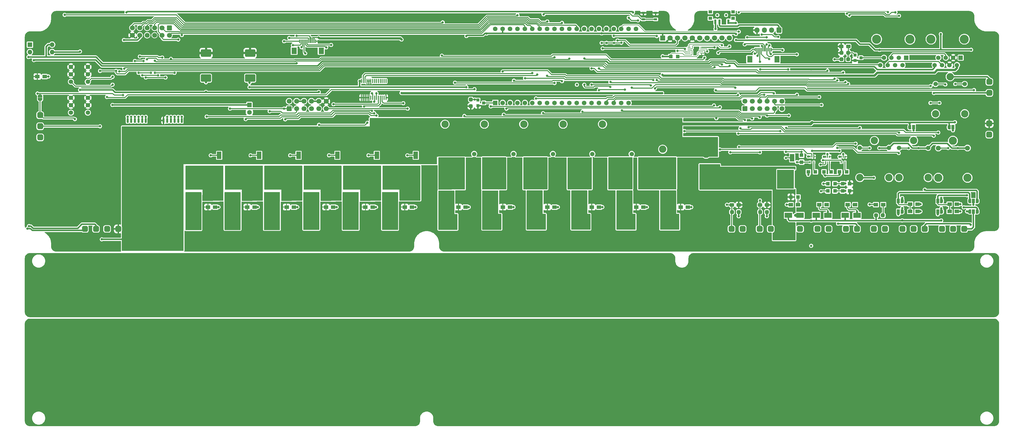
<source format=gbr>
%TF.GenerationSoftware,KiCad,Pcbnew,8.0.4*%
%TF.CreationDate,2024-10-04T20:54:14+09:00*%
%TF.ProjectId,FullHouse_Main_V6.0,46756c6c-486f-4757-9365-5f4d61696e5f,rev?*%
%TF.SameCoordinates,Original*%
%TF.FileFunction,Copper,L1,Top*%
%TF.FilePolarity,Positive*%
%FSLAX46Y46*%
G04 Gerber Fmt 4.6, Leading zero omitted, Abs format (unit mm)*
G04 Created by KiCad (PCBNEW 8.0.4) date 2024-10-04 20:54:14*
%MOMM*%
%LPD*%
G01*
G04 APERTURE LIST*
G04 Aperture macros list*
%AMRoundRect*
0 Rectangle with rounded corners*
0 $1 Rounding radius*
0 $2 $3 $4 $5 $6 $7 $8 $9 X,Y pos of 4 corners*
0 Add a 4 corners polygon primitive as box body*
4,1,4,$2,$3,$4,$5,$6,$7,$8,$9,$2,$3,0*
0 Add four circle primitives for the rounded corners*
1,1,$1+$1,$2,$3*
1,1,$1+$1,$4,$5*
1,1,$1+$1,$6,$7*
1,1,$1+$1,$8,$9*
0 Add four rect primitives between the rounded corners*
20,1,$1+$1,$2,$3,$4,$5,0*
20,1,$1+$1,$4,$5,$6,$7,0*
20,1,$1+$1,$6,$7,$8,$9,0*
20,1,$1+$1,$8,$9,$2,$3,0*%
%AMFreePoly0*
4,1,19,0.550000,-0.750000,0.000000,-0.750000,0.000000,-0.744911,-0.071157,-0.744911,-0.207708,-0.704816,-0.327430,-0.627875,-0.420627,-0.520320,-0.479746,-0.390866,-0.500000,-0.250000,-0.500000,0.250000,-0.479746,0.390866,-0.420627,0.520320,-0.327430,0.627875,-0.207708,0.704816,-0.071157,0.744911,0.000000,0.744911,0.000000,0.750000,0.550000,0.750000,0.550000,-0.750000,0.550000,-0.750000,
$1*%
%AMFreePoly1*
4,1,19,0.000000,0.744911,0.071157,0.744911,0.207708,0.704816,0.327430,0.627875,0.420627,0.520320,0.479746,0.390866,0.500000,0.250000,0.500000,-0.250000,0.479746,-0.390866,0.420627,-0.520320,0.327430,-0.627875,0.207708,-0.704816,0.071157,-0.744911,0.000000,-0.744911,0.000000,-0.750000,-0.550000,-0.750000,-0.550000,0.750000,0.000000,0.750000,0.000000,0.744911,0.000000,0.744911,
$1*%
%AMFreePoly2*
4,1,19,0.500000,-0.750000,0.000000,-0.750000,0.000000,-0.744911,-0.071157,-0.744911,-0.207708,-0.704816,-0.327430,-0.627875,-0.420627,-0.520320,-0.479746,-0.390866,-0.500000,-0.250000,-0.500000,0.250000,-0.479746,0.390866,-0.420627,0.520320,-0.327430,0.627875,-0.207708,0.704816,-0.071157,0.744911,0.000000,0.744911,0.000000,0.750000,0.500000,0.750000,0.500000,-0.750000,0.500000,-0.750000,
$1*%
%AMFreePoly3*
4,1,19,0.000000,0.744911,0.071157,0.744911,0.207708,0.704816,0.327430,0.627875,0.420627,0.520320,0.479746,0.390866,0.500000,0.250000,0.500000,-0.250000,0.479746,-0.390866,0.420627,-0.520320,0.327430,-0.627875,0.207708,-0.704816,0.071157,-0.744911,0.000000,-0.744911,0.000000,-0.750000,-0.500000,-0.750000,-0.500000,0.750000,0.000000,0.750000,0.000000,0.744911,0.000000,0.744911,
$1*%
G04 Aperture macros list end*
%TA.AperFunction,ComponentPad*%
%ADD10RoundRect,0.500000X-0.500000X-0.500000X0.500000X-0.500000X0.500000X0.500000X-0.500000X0.500000X0*%
%TD*%
%TA.AperFunction,ComponentPad*%
%ADD11C,2.500000*%
%TD*%
%TA.AperFunction,ComponentPad*%
%ADD12C,1.500000*%
%TD*%
%TA.AperFunction,SMDPad,CuDef*%
%ADD13FreePoly0,0.000000*%
%TD*%
%TA.AperFunction,SMDPad,CuDef*%
%ADD14R,1.000000X1.500000*%
%TD*%
%TA.AperFunction,SMDPad,CuDef*%
%ADD15FreePoly1,0.000000*%
%TD*%
%TA.AperFunction,ComponentPad*%
%ADD16RoundRect,0.500000X-1.250000X-0.500000X1.250000X-0.500000X1.250000X0.500000X-1.250000X0.500000X0*%
%TD*%
%TA.AperFunction,SMDPad,CuDef*%
%ADD17RoundRect,0.312500X-0.437500X-0.312500X0.437500X-0.312500X0.437500X0.312500X-0.437500X0.312500X0*%
%TD*%
%TA.AperFunction,ComponentPad*%
%ADD18C,6.000000*%
%TD*%
%TA.AperFunction,SMDPad,CuDef*%
%ADD19RoundRect,0.100000X0.100000X-0.637500X0.100000X0.637500X-0.100000X0.637500X-0.100000X-0.637500X0*%
%TD*%
%TA.AperFunction,ComponentPad*%
%ADD20RoundRect,0.875000X-0.875000X-0.875000X0.875000X-0.875000X0.875000X0.875000X-0.875000X0.875000X0*%
%TD*%
%TA.AperFunction,ComponentPad*%
%ADD21RoundRect,0.500000X-0.500000X0.500000X-0.500000X-0.500000X0.500000X-0.500000X0.500000X0.500000X0*%
%TD*%
%TA.AperFunction,SMDPad,CuDef*%
%ADD22R,1.300000X1.300000*%
%TD*%
%TA.AperFunction,ComponentPad*%
%ADD23C,8.000000*%
%TD*%
%TA.AperFunction,SMDPad,CuDef*%
%ADD24R,1.500000X1.250000*%
%TD*%
%TA.AperFunction,SMDPad,CuDef*%
%ADD25RoundRect,0.325000X0.325000X0.325000X-0.325000X0.325000X-0.325000X-0.325000X0.325000X-0.325000X0*%
%TD*%
%TA.AperFunction,SMDPad,CuDef*%
%ADD26RoundRect,0.300000X-1.450000X-0.950000X1.450000X-0.950000X1.450000X0.950000X-1.450000X0.950000X0*%
%TD*%
%TA.AperFunction,ComponentPad*%
%ADD27C,1.800000*%
%TD*%
%TA.AperFunction,ComponentPad*%
%ADD28R,1.800000X1.800000*%
%TD*%
%TA.AperFunction,SMDPad,CuDef*%
%ADD29R,5.800000X6.400000*%
%TD*%
%TA.AperFunction,SMDPad,CuDef*%
%ADD30R,1.500000X2.500000*%
%TD*%
%TA.AperFunction,SMDPad,CuDef*%
%ADD31R,2.000000X3.000000*%
%TD*%
%TA.AperFunction,ComponentPad*%
%ADD32RoundRect,0.500000X0.500000X-0.500000X0.500000X0.500000X-0.500000X0.500000X-0.500000X-0.500000X0*%
%TD*%
%TA.AperFunction,ComponentPad*%
%ADD33RoundRect,0.250000X0.600000X-0.600000X0.600000X0.600000X-0.600000X0.600000X-0.600000X-0.600000X0*%
%TD*%
%TA.AperFunction,ComponentPad*%
%ADD34C,1.700000*%
%TD*%
%TA.AperFunction,SMDPad,CuDef*%
%ADD35FreePoly2,90.000000*%
%TD*%
%TA.AperFunction,SMDPad,CuDef*%
%ADD36FreePoly3,90.000000*%
%TD*%
%TA.AperFunction,ComponentPad*%
%ADD37R,1.600000X1.600000*%
%TD*%
%TA.AperFunction,ComponentPad*%
%ADD38C,1.600000*%
%TD*%
%TA.AperFunction,SMDPad,CuDef*%
%ADD39R,1.100000X1.000000*%
%TD*%
%TA.AperFunction,ComponentPad*%
%ADD40O,2.500000X2.500000*%
%TD*%
%TA.AperFunction,ComponentPad*%
%ADD41R,2.500000X2.500000*%
%TD*%
%TA.AperFunction,ComponentPad*%
%ADD42O,2.080000X3.600000*%
%TD*%
%TA.AperFunction,SMDPad,CuDef*%
%ADD43R,0.300000X1.300000*%
%TD*%
%TA.AperFunction,SMDPad,CuDef*%
%ADD44R,1.800000X2.200000*%
%TD*%
%TA.AperFunction,ComponentPad*%
%ADD45C,4.500000*%
%TD*%
%TA.AperFunction,ComponentPad*%
%ADD46C,13.500000*%
%TD*%
%TA.AperFunction,ComponentPad*%
%ADD47O,1.600000X1.600000*%
%TD*%
%TA.AperFunction,ComponentPad*%
%ADD48RoundRect,0.249900X0.600100X0.675100X-0.600100X0.675100X-0.600100X-0.675100X0.600100X-0.675100X0*%
%TD*%
%TA.AperFunction,ComponentPad*%
%ADD49O,1.700000X1.850000*%
%TD*%
%TA.AperFunction,SMDPad,CuDef*%
%ADD50RoundRect,0.325000X-0.325000X0.325000X-0.325000X-0.325000X0.325000X-0.325000X0.325000X0.325000X0*%
%TD*%
%TA.AperFunction,SMDPad,CuDef*%
%ADD51R,1.100000X0.250000*%
%TD*%
%TA.AperFunction,ComponentPad*%
%ADD52C,2.800000*%
%TD*%
%TA.AperFunction,SMDPad,CuDef*%
%ADD53R,0.400000X0.650000*%
%TD*%
%TA.AperFunction,WasherPad*%
%ADD54C,0.800000*%
%TD*%
%TA.AperFunction,SMDPad,CuDef*%
%ADD55R,0.800000X1.600000*%
%TD*%
%TA.AperFunction,SMDPad,CuDef*%
%ADD56R,1.200000X1.000000*%
%TD*%
%TA.AperFunction,ComponentPad*%
%ADD57RoundRect,0.250000X-0.600000X0.600000X-0.600000X-0.600000X0.600000X-0.600000X0.600000X0.600000X0*%
%TD*%
%TA.AperFunction,SMDPad,CuDef*%
%ADD58RoundRect,0.325000X-0.325000X-0.325000X0.325000X-0.325000X0.325000X0.325000X-0.325000X0.325000X0*%
%TD*%
%TA.AperFunction,SMDPad,CuDef*%
%ADD59RoundRect,0.150000X0.150000X0.700000X-0.150000X0.700000X-0.150000X-0.700000X0.150000X-0.700000X0*%
%TD*%
%TA.AperFunction,SMDPad,CuDef*%
%ADD60RoundRect,0.250000X0.250000X1.100000X-0.250000X1.100000X-0.250000X-1.100000X0.250000X-1.100000X0*%
%TD*%
%TA.AperFunction,WasherPad*%
%ADD61C,3.100000*%
%TD*%
%TA.AperFunction,ComponentPad*%
%ADD62R,1.500000X1.500000*%
%TD*%
%TA.AperFunction,ComponentPad*%
%ADD63O,1.500000X4.600000*%
%TD*%
%TA.AperFunction,SMDPad,CuDef*%
%ADD64R,2.500000X1.800000*%
%TD*%
%TA.AperFunction,SMDPad,CuDef*%
%ADD65R,5.950000X2.100000*%
%TD*%
%TA.AperFunction,SMDPad,CuDef*%
%ADD66R,6.000000X2.200000*%
%TD*%
%TA.AperFunction,ComponentPad*%
%ADD67R,1.560000X1.560000*%
%TD*%
%TA.AperFunction,ComponentPad*%
%ADD68C,1.560000*%
%TD*%
%TA.AperFunction,SMDPad,CuDef*%
%ADD69R,1.100000X0.700000*%
%TD*%
%TA.AperFunction,ViaPad*%
%ADD70C,0.800000*%
%TD*%
%TA.AperFunction,Conductor*%
%ADD71C,0.200000*%
%TD*%
%TA.AperFunction,Conductor*%
%ADD72C,0.500000*%
%TD*%
%TA.AperFunction,Conductor*%
%ADD73C,0.300000*%
%TD*%
%TA.AperFunction,Conductor*%
%ADD74C,0.400000*%
%TD*%
%TA.AperFunction,Conductor*%
%ADD75C,1.000000*%
%TD*%
%TA.AperFunction,Conductor*%
%ADD76C,0.800000*%
%TD*%
G04 APERTURE END LIST*
D10*
%TO.P,J2,1,Pin_1*%
%TO.N,Net-(J2-Pin_1)*%
X335205000Y-140962500D03*
%TO.P,J2,2,Pin_2*%
%TO.N,Net-(J2-Pin_2)*%
X339015000Y-140962500D03*
%TO.P,J2,3,Pin_3*%
%TO.N,Net-(J2-Pin_3)*%
X342825000Y-140962500D03*
%TD*%
D11*
%TO.P,K4,1*%
%TO.N,unconnected-(K4-Pad1)*%
X178330000Y-105070000D03*
D12*
%TO.P,K4,2*%
%TO.N,Net-(D20-A)*%
X188330000Y-115270000D03*
%TO.P,K4,6*%
%TO.N,+12P*%
X178330000Y-115270000D03*
D11*
%TO.P,K4,7*%
%TO.N,Net-(F7-Pad1)*%
X183330000Y-117770000D03*
%TO.P,K4,14*%
%TO.N,+12P*%
X188330000Y-105070000D03*
%TD*%
%TO.P,K14,1*%
%TO.N,unconnected-(K14-Pad1)*%
X356500000Y-101470000D03*
D12*
%TO.P,K14,2*%
%TO.N,HEATER*%
X346500000Y-91270000D03*
%TO.P,K14,6*%
%TO.N,+12P*%
X356500000Y-91270000D03*
D11*
%TO.P,K14,7*%
%TO.N,Net-(J16-Pin_2)*%
X351500000Y-88770000D03*
%TO.P,K14,14*%
%TO.N,Net-(J16-Pin_1)*%
X346500000Y-101470000D03*
%TD*%
D13*
%TO.P,JP8,1,A*%
%TO.N,Net-(D41-K)*%
X358202000Y-134995000D03*
D14*
%TO.P,JP8,2,C*%
%TO.N,Net-(J19-Pin_3)*%
X359502000Y-134995000D03*
D15*
%TO.P,JP8,3,B*%
%TO.N,Net-(JP8-B)*%
X360802000Y-134995000D03*
%TD*%
D16*
%TO.P,F9,1*%
%TO.N,Net-(F9-Pad1)*%
X209050000Y-122095000D03*
X209050000Y-125795000D03*
%TO.P,F9,2*%
%TO.N,Net-(D34-K)*%
X209050000Y-130095000D03*
X209050000Y-133795000D03*
%TD*%
D17*
%TO.P,C4,1*%
%TO.N,GNDPWR*%
X314200000Y-78375000D03*
%TO.P,C4,2*%
%TO.N,Net-(Q37-B)*%
X316600000Y-78375000D03*
%TD*%
D12*
%TO.P,VR3,1,1*%
%TO.N,Net-(R79-Pad1)*%
X50110000Y-90490414D03*
%TO.P,VR3,2,2*%
%TO.N,GNDPWR*%
X50110000Y-87950414D03*
%TO.P,VR3,3,3*%
X50110000Y-85410414D03*
%TD*%
D10*
%TO.P,J36,1,Pin_1*%
%TO.N,Net-(D30-K)*%
X54890000Y-140970414D03*
%TO.P,J36,2,Pin_2*%
%TO.N,MA-AUTO-OUT*%
X58700000Y-140970414D03*
%TO.P,J36,3,Pin_3*%
%TO.N,Net-(J36-Pin_3)*%
X62510000Y-140970414D03*
%TO.P,J36,4,Pin_4*%
%TO.N,GNDPWR*%
X66320000Y-140970414D03*
%TD*%
D18*
%TO.P,H1,1,1*%
%TO.N,GNDPWR*%
X58050000Y-77485000D03*
%TD*%
D19*
%TO.P,U2,1,A0*%
%TO.N,GNDPWR*%
X149650000Y-95980000D03*
%TO.P,U2,2,A1*%
X150300000Y-95980000D03*
%TO.P,U2,3,A2*%
X150950000Y-95980000D03*
%TO.P,U2,4,A3*%
X151600000Y-95980000D03*
%TO.P,U2,5,A4*%
X152250000Y-95980000D03*
%TO.P,U2,6,LED0*%
%TO.N,unconnected-(U2-LED0-Pad6)*%
X152900000Y-95980000D03*
%TO.P,U2,7,LED1*%
%TO.N,LED_OUT_01*%
X153550000Y-95980000D03*
%TO.P,U2,8,LED2*%
%TO.N,LED_OUT_02*%
X154200000Y-95980000D03*
%TO.P,U2,9,LED3*%
%TO.N,LED_OUT_03*%
X154850000Y-95980000D03*
%TO.P,U2,10,LED4*%
%TO.N,LED_OUT_04*%
X155500000Y-95980000D03*
%TO.P,U2,11,LED5*%
%TO.N,LED_OUT_05*%
X156150000Y-95980000D03*
%TO.P,U2,12,LED6*%
%TO.N,LED_OUT_06*%
X156800000Y-95980000D03*
%TO.P,U2,13,LED7*%
%TO.N,unconnected-(U2-LED7-Pad13)*%
X157450000Y-95980000D03*
%TO.P,U2,14,VSS*%
%TO.N,GNDPWR*%
X158100000Y-95980000D03*
%TO.P,U2,15,LED8*%
%TO.N,unconnected-(U2-LED8-Pad15)*%
X158100000Y-90255000D03*
%TO.P,U2,16,LED9*%
%TO.N,unconnected-(U2-LED9-Pad16)*%
X157450000Y-90255000D03*
%TO.P,U2,17,LED10*%
%TO.N,unconnected-(U2-LED10-Pad17)*%
X156800000Y-90255000D03*
%TO.P,U2,18,LED11*%
%TO.N,unconnected-(U2-LED11-Pad18)*%
X156150000Y-90255000D03*
%TO.P,U2,19,LED12*%
%TO.N,unconnected-(U2-LED12-Pad19)*%
X155500000Y-90255000D03*
%TO.P,U2,20,LED13*%
%TO.N,unconnected-(U2-LED13-Pad20)*%
X154850000Y-90255000D03*
%TO.P,U2,21,LED14*%
%TO.N,unconnected-(U2-LED14-Pad21)*%
X154200000Y-90255000D03*
%TO.P,U2,22,LED15*%
%TO.N,unconnected-(U2-LED15-Pad22)*%
X153550000Y-90255000D03*
%TO.P,U2,23,~{OE}*%
%TO.N,GNDPWR*%
X152900000Y-90255000D03*
%TO.P,U2,24,A5*%
X152250000Y-90255000D03*
%TO.P,U2,25,EXTCLK*%
X151600000Y-90255000D03*
%TO.P,U2,26,SCL*%
%TO.N,ST-7789V-TP_SCL*%
X150950000Y-90255000D03*
%TO.P,U2,27,SDA*%
%TO.N,ST-7789V-TP_SDA*%
X150300000Y-90255000D03*
%TO.P,U2,28,VDD*%
%TO.N,+5V*%
X149650000Y-90255000D03*
%TD*%
D20*
%TO.P,J25,1,Pin_1*%
%TO.N,Net-(D44-K)*%
X241335000Y-138925000D03*
%TO.P,J25,2,Pin_2*%
%TO.N,GNDPWR*%
X248955000Y-138925000D03*
%TD*%
D21*
%TO.P,J32,1,Pin_1*%
%TO.N,/AUX_BT*%
X39570000Y-101965000D03*
%TO.P,J32,2,Pin_2*%
%TO.N,/FUEL_SENSOR*%
X39570000Y-105775000D03*
%TO.P,J32,3,Pin_3*%
%TO.N,Net-(J32-Pin_3)*%
X39570000Y-109585000D03*
%TD*%
D22*
%TO.P,R55,1*%
%TO.N,Net-(Q34A-B1)*%
X316010000Y-121395000D03*
%TO.P,R55,2*%
%TO.N,+12P*%
X313610000Y-121395000D03*
%TD*%
D23*
%TO.P,H14,1,1*%
%TO.N,GND2*%
X364050000Y-182715000D03*
%TD*%
D18*
%TO.P,H4,1,1*%
%TO.N,GNDPWR*%
X172050000Y-134985000D03*
%TD*%
D11*
%TO.P,K1,1*%
%TO.N,Net-(JP7-B)*%
X343965000Y-123362500D03*
D12*
%TO.P,K1,2*%
%TO.N,/CLN_VALVE*%
X333965000Y-113162500D03*
%TO.P,K1,6*%
%TO.N,+12P*%
X343965000Y-113162500D03*
D11*
%TO.P,K1,7*%
%TO.N,Net-(JP2-C)*%
X338965000Y-110662500D03*
%TO.P,K1,14*%
%TO.N,Net-(J2-Pin_2)*%
X333965000Y-123362500D03*
%TD*%
D24*
%TO.P,D28,1,K*%
%TO.N,GNDPWR*%
X213405000Y-133485000D03*
%TO.P,D28,2,A*%
%TO.N,Net-(D28-A)*%
X215905000Y-133485000D03*
%TD*%
%TO.P,D17,1,K*%
%TO.N,GNDPWR*%
X38590000Y-88725000D03*
%TO.P,D17,2,A*%
%TO.N,Net-(D17-A)*%
X41090000Y-88725000D03*
%TD*%
D13*
%TO.P,JP4,1,A*%
%TO.N,GNDPWR*%
X345960000Y-134995000D03*
D14*
%TO.P,JP4,2,C*%
%TO.N,Net-(JP4-C)*%
X347260000Y-134995000D03*
D15*
%TO.P,JP4,3,B*%
%TO.N,+12P*%
X348560000Y-134995000D03*
%TD*%
D11*
%TO.P,K2,1*%
%TO.N,unconnected-(K2-Pad1)*%
X330550000Y-123362500D03*
D12*
%TO.P,K2,2*%
%TO.N,INVERTOR 1*%
X320550000Y-113162500D03*
%TO.P,K2,6*%
%TO.N,+12P*%
X330550000Y-113162500D03*
D11*
%TO.P,K2,7*%
%TO.N,Net-(J9-Pin_2)*%
X325550000Y-110662500D03*
%TO.P,K2,14*%
%TO.N,Net-(J9-Pin_1)*%
X320550000Y-123362500D03*
%TD*%
D16*
%TO.P,F1,1*%
%TO.N,Net-(Q1-Drain)*%
X92060000Y-121785000D03*
X92060000Y-125485000D03*
%TO.P,F1,2*%
%TO.N,Net-(D10-K)*%
X92060000Y-129785000D03*
X92060000Y-133485000D03*
%TD*%
%TO.P,F4,1*%
%TO.N,Net-(Q42-Drain)*%
X132560000Y-121785000D03*
X132560000Y-125485000D03*
%TO.P,F4,2*%
%TO.N,Net-(D13-K)*%
X132560000Y-129785000D03*
X132560000Y-133485000D03*
%TD*%
D25*
%TO.P,R91,1*%
%TO.N,+5V*%
X279008000Y-135175000D03*
%TO.P,R91,2*%
%TO.N,Net-(J30-Pin_1)*%
X276708000Y-135175000D03*
%TD*%
D24*
%TO.P,D18,1,K*%
%TO.N,Net-(D16-K)*%
X337800000Y-132485000D03*
%TO.P,D18,2,A*%
%TO.N,Net-(D18-A)*%
X340300000Y-132485000D03*
%TD*%
%TO.P,D27,1,K*%
%TO.N,GNDPWR*%
X198165000Y-133485000D03*
%TO.P,D27,2,A*%
%TO.N,Net-(D27-A)*%
X200665000Y-133485000D03*
%TD*%
D10*
%TO.P,J9,1,Pin_1*%
%TO.N,Net-(J9-Pin_1)*%
X325360000Y-140962500D03*
%TO.P,J9,2,Pin_2*%
%TO.N,Net-(J9-Pin_2)*%
X329170000Y-140962500D03*
%TD*%
D13*
%TO.P,JP1,1,A*%
%TO.N,+12P*%
X351160000Y-106095000D03*
D14*
%TO.P,JP1,2,C*%
%TO.N,Net-(JP1-C)*%
X352460000Y-106095000D03*
D15*
%TO.P,JP1,3,B*%
%TO.N,GNDPWR*%
X353760000Y-106095000D03*
%TD*%
D16*
%TO.P,F3,1*%
%TO.N,Net-(Q41-Drain)*%
X119060000Y-121785000D03*
X119060000Y-125485000D03*
%TO.P,F3,2*%
%TO.N,Net-(D12-K)*%
X119060000Y-129785000D03*
X119060000Y-133485000D03*
%TD*%
D26*
%TO.P,MO3,1,GND*%
%TO.N,GNDPWR*%
X96440000Y-80675000D03*
%TO.P,MO3,2,+12V*%
%TO.N,MA-AUTO-IN*%
X96410000Y-89245000D03*
%TO.P,MO3,3,GND*%
%TO.N,GNDPWR*%
X111540000Y-80655000D03*
%TO.P,MO3,4,+5V*%
%TO.N,+5V*%
X111540000Y-89245000D03*
%TD*%
D24*
%TO.P,D9,1,K*%
%TO.N,GNDPWR*%
X164550000Y-133485000D03*
%TO.P,D9,2,A*%
%TO.N,Net-(D9-A)*%
X167050000Y-133485000D03*
%TD*%
%TO.P,D43,1,K*%
%TO.N,Net-(D41-K)*%
X351300000Y-134985000D03*
%TO.P,D43,2,A*%
%TO.N,Net-(D43-A)*%
X353800000Y-134985000D03*
%TD*%
D27*
%TO.P,MO2,A0,A0*%
%TO.N,AUX-V*%
X268204000Y-75485000D03*
%TO.P,MO2,A1,A1*%
%TO.N,FUEL*%
X270744000Y-75485000D03*
%TO.P,MO2,A2,A2*%
%TO.N,CLEAN*%
X273284000Y-75485000D03*
%TO.P,MO2,A3,A3*%
%TO.N,WASTE*%
X275824000Y-75485000D03*
%TO.P,MO2,ADDR,ADDR*%
%TO.N,GNDPWR*%
X263124000Y-75485000D03*
%TO.P,MO2,ALRT,ALRT*%
%TO.N,unconnected-(MO2-PadALRT)*%
X265664000Y-75485000D03*
%TO.P,MO2,GND,GND*%
%TO.N,GNDPWR*%
X255504000Y-75485000D03*
%TO.P,MO2,SCL,SCL*%
%TO.N,SCL*%
X258044000Y-75485000D03*
%TO.P,MO2,SDA,SDA*%
%TO.N,SDA*%
X260584000Y-75485000D03*
D28*
%TO.P,MO2,VDD,VDD*%
%TO.N,+5V*%
X252964000Y-75485000D03*
%TD*%
D13*
%TO.P,JP2,1,A*%
%TO.N,+12P*%
X337660000Y-106095000D03*
D14*
%TO.P,JP2,2,C*%
%TO.N,Net-(JP2-C)*%
X338960000Y-106095000D03*
D15*
%TO.P,JP2,3,B*%
%TO.N,GNDPWR*%
X340260000Y-106095000D03*
%TD*%
D18*
%TO.P,H2,1,1*%
%TO.N,GNDPWR*%
X172050000Y-77485000D03*
%TD*%
D22*
%TO.P,R69,1*%
%TO.N,/HEAT_MOTOR_2*%
X309610000Y-125445000D03*
%TO.P,R69,2*%
%TO.N,Net-(Q29B-Gate)*%
X312010000Y-125445000D03*
%TD*%
D29*
%TO.P,Q38,D,Drain*%
%TO.N,Net-(Q1-Drain)*%
X98640000Y-123041000D03*
D30*
%TO.P,Q38,G,Gate*%
%TO.N,Net-(J18-Pin_1)*%
X100926000Y-115734000D03*
D31*
%TO.P,Q38,S,Source*%
%TO.N,+12P*%
X96360000Y-115734000D03*
%TD*%
D11*
%TO.P,K8,1*%
%TO.N,unconnected-(K8-Pad1)*%
X232332000Y-105070000D03*
D12*
%TO.P,K8,2*%
%TO.N,Net-(D24-A)*%
X242332000Y-115270000D03*
%TO.P,K8,6*%
%TO.N,+12P*%
X232332000Y-115270000D03*
D11*
%TO.P,K8,7*%
%TO.N,Net-(F11-Pad1)*%
X237332000Y-117770000D03*
%TO.P,K8,14*%
%TO.N,+12P*%
X242332000Y-105070000D03*
%TD*%
D24*
%TO.P,D46,1,K*%
%TO.N,Net-(D40-A)*%
X316410000Y-132645000D03*
%TO.P,D46,2,A*%
%TO.N,Net-(D46-A)*%
X318910000Y-132645000D03*
%TD*%
D32*
%TO.P,J16,1,Pin_1*%
%TO.N,Net-(J16-Pin_1)*%
X364942500Y-94342500D03*
%TO.P,J16,2,Pin_2*%
%TO.N,Net-(J16-Pin_2)*%
X364942500Y-90532500D03*
%TD*%
D29*
%TO.P,Q28,D1,Drain*%
%TO.N,Net-(D1-K)*%
X295072000Y-123920414D03*
D30*
%TO.P,Q28,G1,Gate*%
%TO.N,Net-(Q28A-Gate)*%
X297358000Y-116613414D03*
D31*
%TO.P,Q28,S1,Source*%
%TO.N,GNDPWR*%
X292792000Y-116613414D03*
%TD*%
D33*
%TO.P,J5,A1,Pin_1*%
%TO.N,Net-(D20-A)*%
X281112000Y-99740414D03*
D34*
%TO.P,J5,A2,Pin_2*%
%TO.N,Net-(D21-A)*%
X283652000Y-99740414D03*
%TO.P,J5,A3,Pin_3*%
%TO.N,Net-(D22-A)*%
X286192000Y-99740414D03*
%TO.P,J5,A4,Pin_4*%
%TO.N,Net-(D23-A)*%
X288732000Y-99740414D03*
%TO.P,J5,A5,Pin_5*%
%TO.N,Net-(D24-A)*%
X291272000Y-99740414D03*
%TO.P,J5,A6,Pin_6*%
%TO.N,Net-(D25-A)*%
X293812000Y-99740414D03*
%TO.P,J5,B1,Pin_7*%
%TO.N,/CLN_VALVE*%
X281112000Y-97200414D03*
%TO.P,J5,B2,Pin_8*%
%TO.N,/WST_VALVE*%
X283652000Y-97200414D03*
%TO.P,J5,B3,Pin_9*%
%TO.N,/HEATER_FAN*%
X286192000Y-97200414D03*
%TO.P,J5,B4,Pin_10*%
%TO.N,/HEAT_MOTOR_1*%
X288732000Y-97200414D03*
%TO.P,J5,B5,Pin_11*%
%TO.N,/HEAT_MOTOR_2*%
X291272000Y-97200414D03*
%TO.P,J5,B6,Pin_12*%
%TO.N,INVERTOR 1*%
X293812000Y-97200414D03*
%TD*%
D11*
%TO.P,K5,1*%
%TO.N,unconnected-(K5-Pad1)*%
X191830000Y-105070000D03*
D12*
%TO.P,K5,2*%
%TO.N,Net-(D21-A)*%
X201830000Y-115270000D03*
%TO.P,K5,6*%
%TO.N,+12P*%
X191830000Y-115270000D03*
D11*
%TO.P,K5,7*%
%TO.N,Net-(F8-Pad1)*%
X196830000Y-117770000D03*
%TO.P,K5,14*%
%TO.N,+12P*%
X201830000Y-105070000D03*
%TD*%
D18*
%TO.P,H5,1,1*%
%TO.N,GNDPWR*%
X269825000Y-132550000D03*
%TD*%
D25*
%TO.P,R48,1*%
%TO.N,Net-(Q37-B)*%
X316550000Y-80600000D03*
%TO.P,R48,2*%
%TO.N,GNDPWR*%
X314250000Y-80600000D03*
%TD*%
D11*
%TO.P,K6,1*%
%TO.N,unconnected-(K6-Pad1)*%
X205330000Y-105070000D03*
D12*
%TO.P,K6,2*%
%TO.N,Net-(D22-A)*%
X215330000Y-115270000D03*
%TO.P,K6,6*%
%TO.N,+12P*%
X205330000Y-115270000D03*
D11*
%TO.P,K6,7*%
%TO.N,Net-(F9-Pad1)*%
X210330000Y-117770000D03*
%TO.P,K6,14*%
%TO.N,+12P*%
X215330000Y-105070000D03*
%TD*%
D35*
%TO.P,JP14,1,A*%
%TO.N,/AUX_BT*%
X39550000Y-96525000D03*
D36*
%TO.P,JP14,2,B*%
%TO.N,+12P*%
X39550000Y-95425000D03*
%TD*%
D13*
%TO.P,JP5,1,A*%
%TO.N,GNDPWR*%
X332460000Y-131395000D03*
D14*
%TO.P,JP5,2,C*%
%TO.N,Net-(D16-K)*%
X333760000Y-131395000D03*
D15*
%TO.P,JP5,3,B*%
%TO.N,+12P*%
X335060000Y-131395000D03*
%TD*%
D24*
%TO.P,D46,1,K*%
%TO.N,Net-(D40-A)*%
X316410000Y-132645000D03*
%TO.P,D46,2,A*%
%TO.N,Net-(D46-A)*%
X318910000Y-132645000D03*
%TD*%
D23*
%TO.P,H12,1,1*%
%TO.N,GND2*%
X58050000Y-182485000D03*
%TD*%
D37*
%TO.P,C3,1*%
%TO.N,+5V*%
X111300000Y-98472349D03*
D38*
%TO.P,C3,2*%
%TO.N,GNDPWR*%
X111300000Y-100972349D03*
%TD*%
D12*
%TO.P,VR2,1,1*%
%TO.N,Net-(R84-Pad1)*%
X55910000Y-101090414D03*
%TO.P,VR2,2,2*%
%TO.N,GNDPWR*%
X55910000Y-98550414D03*
%TO.P,VR2,3,3*%
X55910000Y-96010414D03*
%TD*%
D39*
%TO.P,Q37,1,B*%
%TO.N,Net-(Q37-B)*%
X318900000Y-81325000D03*
%TO.P,Q37,2,E*%
%TO.N,GNDPWR*%
X318900000Y-83225000D03*
%TO.P,Q37,3,C*%
%TO.N,LIFT-POWER*%
X320900000Y-82275000D03*
%TD*%
D40*
%TO.P,K9,1*%
%TO.N,+12P*%
X246570000Y-113645000D03*
%TO.P,K9,3*%
X252570000Y-104245000D03*
D41*
X246970000Y-104245000D03*
D40*
%TO.P,K9,5*%
%TO.N,Net-(F12-Pad1)*%
X246770000Y-119145000D03*
%TO.P,K9,6*%
%TO.N,Net-(D25-A)*%
X252970000Y-113645000D03*
%TD*%
D42*
%TO.P,J12,1,Pin_1*%
%TO.N,Net-(D12-K)*%
X119020000Y-139095000D03*
%TO.P,J12,2,Pin_2*%
%TO.N,GNDPWR*%
X124100000Y-139095000D03*
%TD*%
D24*
%TO.P,D6,1,K*%
%TO.N,GNDPWR*%
X124050000Y-133485000D03*
%TO.P,D6,2,A*%
%TO.N,Net-(D6-A)*%
X126550000Y-133485000D03*
%TD*%
D10*
%TO.P,J26,1,Pin_1*%
%TO.N,Net-(J26-Pin_1)*%
X296260000Y-140962500D03*
%TO.P,J26,2,Pin_2*%
%TO.N,Net-(D1-K)*%
X300070000Y-140962500D03*
%TD*%
D24*
%TO.P,D7,1,K*%
%TO.N,GNDPWR*%
X137550000Y-133485000D03*
%TO.P,D7,2,A*%
%TO.N,Net-(D7-A)*%
X140050000Y-133485000D03*
%TD*%
D42*
%TO.P,J10,1,Pin_1*%
%TO.N,Net-(D10-K)*%
X92060000Y-139095000D03*
%TO.P,J10,2,Pin_2*%
%TO.N,GNDPWR*%
X97140000Y-139095000D03*
%TD*%
D17*
%TO.P,C19,1*%
%TO.N,Net-(J33-Pin_1)*%
X286310000Y-132737000D03*
%TO.P,C19,2*%
%TO.N,GNDPWR*%
X288710000Y-132737000D03*
%TD*%
D16*
%TO.P,F5,1*%
%TO.N,Net-(Q43-Drain)*%
X146060000Y-121785000D03*
X146060000Y-125485000D03*
%TO.P,F5,2*%
%TO.N,Net-(D14-K)*%
X146060000Y-129785000D03*
X146060000Y-133485000D03*
%TD*%
D24*
%TO.P,D4,1,K*%
%TO.N,GNDPWR*%
X97070000Y-133485000D03*
%TO.P,D4,2,A*%
%TO.N,Net-(D4-A)*%
X99570000Y-133485000D03*
%TD*%
D16*
%TO.P,F8,1*%
%TO.N,Net-(F8-Pad1)*%
X193825000Y-122095000D03*
X193825000Y-125795000D03*
%TO.P,F8,2*%
%TO.N,Net-(D33-K)*%
X193825000Y-130095000D03*
X193825000Y-133795000D03*
%TD*%
D42*
%TO.P,J11,1,Pin_1*%
%TO.N,Net-(D11-K)*%
X105520000Y-139095000D03*
%TO.P,J11,2,Pin_2*%
%TO.N,GNDPWR*%
X110600000Y-139095000D03*
%TD*%
D20*
%TO.P,J3,1,Pin_1*%
%TO.N,Net-(D37-K)*%
X256575000Y-138925000D03*
%TO.P,J3,2,Pin_2*%
%TO.N,GNDPWR*%
X264195000Y-138925000D03*
%TD*%
D24*
%TO.P,D29,1,K*%
%TO.N,GNDPWR*%
X228645000Y-133485000D03*
%TO.P,D29,2,A*%
%TO.N,Net-(D29-A)*%
X231145000Y-133485000D03*
%TD*%
D29*
%TO.P,Q42,D,Drain*%
%TO.N,Net-(Q42-Drain)*%
X139160000Y-123041000D03*
D30*
%TO.P,Q42,G,Gate*%
%TO.N,Net-(J18-Pin_4)*%
X141446000Y-115734000D03*
D31*
%TO.P,Q42,S,Source*%
%TO.N,+12P*%
X136880000Y-115734000D03*
%TD*%
D22*
%TO.P,R30,1*%
%TO.N,+5V*%
X255725000Y-81875000D03*
%TO.P,R30,2*%
%TO.N,Net-(U4-ALERT{slash}RDY)*%
X258125000Y-81875000D03*
%TD*%
D18*
%TO.P,H7,1,1*%
%TO.N,GNDPWR*%
X364050000Y-77485000D03*
%TD*%
D43*
%TO.P,J24,1,Pin_1*%
%TO.N,Net-(D20-A)*%
X284712000Y-79525000D03*
%TO.P,J24,2,Pin_2*%
%TO.N,Net-(D21-A)*%
X285212000Y-79525000D03*
%TO.P,J24,3,Pin_3*%
%TO.N,Net-(D22-A)*%
X285712000Y-79525000D03*
%TO.P,J24,4,Pin_4*%
%TO.N,Net-(D23-A)*%
X286212000Y-79525000D03*
%TO.P,J24,5,Pin_5*%
%TO.N,Net-(D24-A)*%
X286712000Y-79525000D03*
%TO.P,J24,6,Pin_6*%
%TO.N,Net-(D25-A)*%
X287212000Y-79525000D03*
%TO.P,J24,7,Pin_7*%
%TO.N,/CLN_VALVE*%
X287712000Y-79525000D03*
%TO.P,J24,8,Pin_8*%
%TO.N,/WST_VALVE*%
X288212000Y-79525000D03*
%TO.P,J24,9,Pin_9*%
%TO.N,/HEATER_FAN*%
X288712000Y-79525000D03*
%TO.P,J24,10,Pin_10*%
%TO.N,/HEAT_MOTOR_1*%
X289212000Y-79525000D03*
%TO.P,J24,11,Pin_11*%
%TO.N,/HEAT_MOTOR_2*%
X289712000Y-79525000D03*
%TO.P,J24,12,Pin_12*%
%TO.N,INVERTOR 1*%
X290212000Y-79525000D03*
D44*
%TO.P,J24,MP*%
%TO.N,N/C*%
X282812000Y-82775000D03*
X292112000Y-82775000D03*
%TD*%
D10*
%TO.P,J27,1,Pin_1*%
%TO.N,Net-(J27-Pin_1)*%
X306010000Y-140962500D03*
%TO.P,J27,2,Pin_2*%
%TO.N,Net-(D39-A)*%
X309820000Y-140962500D03*
%TD*%
D45*
%TO.P,J7,1,Pin_1*%
%TO.N,+12P*%
X73810000Y-140785000D03*
X81310000Y-140785000D03*
D46*
X77560000Y-133985000D03*
D45*
X73810000Y-127185000D03*
X81310000Y-127185000D03*
%TD*%
D22*
%TO.P,R70,1*%
%TO.N,/HEATER_FAN*%
X300572000Y-118070414D03*
%TO.P,R70,2*%
%TO.N,Net-(Q28A-Gate)*%
X300572000Y-115670414D03*
%TD*%
D24*
%TO.P,D46,1,K*%
%TO.N,Net-(D40-A)*%
X316410000Y-132645000D03*
%TO.P,D46,2,A*%
%TO.N,Net-(D46-A)*%
X318910000Y-132645000D03*
%TD*%
D42*
%TO.P,J13,1,Pin_1*%
%TO.N,Net-(D13-K)*%
X132520000Y-139095000D03*
%TO.P,J13,2,Pin_2*%
%TO.N,GNDPWR*%
X137600000Y-139095000D03*
%TD*%
D16*
%TO.P,F11,1*%
%TO.N,Net-(F11-Pad1)*%
X239850000Y-122050000D03*
X239850000Y-125750000D03*
%TO.P,F11,2*%
%TO.N,Net-(D44-K)*%
X239850000Y-130050000D03*
X239850000Y-133750000D03*
%TD*%
D17*
%TO.P,C14,1*%
%TO.N,Net-(J30-Pin_1)*%
X276658000Y-132737000D03*
%TO.P,C14,2*%
%TO.N,GNDPWR*%
X279058000Y-132737000D03*
%TD*%
D29*
%TO.P,Q44,D,Drain*%
%TO.N,Net-(Q11-Drain)*%
X166030000Y-123041000D03*
D30*
%TO.P,Q44,G,Gate*%
%TO.N,Net-(J18-Pin_6)*%
X168316000Y-115734000D03*
D31*
%TO.P,Q44,S,Source*%
%TO.N,+12P*%
X163750000Y-115734000D03*
%TD*%
D16*
%TO.P,F7,1*%
%TO.N,Net-(F7-Pad1)*%
X178750000Y-122070000D03*
X178750000Y-125770000D03*
%TO.P,F7,2*%
%TO.N,Net-(D32-K)*%
X178750000Y-130070000D03*
X178750000Y-133770000D03*
%TD*%
%TO.P,F6,1*%
%TO.N,Net-(Q11-Drain)*%
X159560000Y-121785000D03*
X159560000Y-125485000D03*
%TO.P,F6,2*%
%TO.N,Net-(D15-K)*%
X159560000Y-129785000D03*
X159560000Y-133485000D03*
%TD*%
D24*
%TO.P,D5,1,K*%
%TO.N,GNDPWR*%
X110550000Y-133485000D03*
%TO.P,D5,2,A*%
%TO.N,Net-(D5-A)*%
X113050000Y-133485000D03*
%TD*%
D42*
%TO.P,J15,1,Pin_1*%
%TO.N,Net-(D15-K)*%
X159520000Y-139095000D03*
%TO.P,J15,2,Pin_2*%
%TO.N,GNDPWR*%
X164600000Y-139095000D03*
%TD*%
D37*
%TO.P,SW3,1*%
%TO.N,Net-(D30-K)*%
X36050000Y-77765000D03*
D47*
%TO.P,SW3,2*%
%TO.N,12V-CPU*%
X36050000Y-80305000D03*
%TO.P,SW3,3*%
%TO.N,MA-AUTO-IN*%
X43670000Y-80305000D03*
%TO.P,SW3,4*%
%TO.N,MA-AUTO-OUT*%
X43670000Y-77765000D03*
%TD*%
D42*
%TO.P,J14,1,Pin_1*%
%TO.N,Net-(D14-K)*%
X145980000Y-139095000D03*
%TO.P,J14,2,Pin_2*%
%TO.N,GNDPWR*%
X151060000Y-139095000D03*
%TD*%
D24*
%TO.P,D41,1,K*%
%TO.N,Net-(D41-K)*%
X351300000Y-132485000D03*
%TO.P,D41,2,A*%
%TO.N,Net-(D41-A)*%
X353800000Y-132485000D03*
%TD*%
D13*
%TO.P,JP6,1,A*%
%TO.N,GNDPWR*%
X332460000Y-134995000D03*
D14*
%TO.P,JP6,2,C*%
%TO.N,Net-(JP6-C)*%
X333760000Y-134995000D03*
D15*
%TO.P,JP6,3,B*%
%TO.N,+12P*%
X335060000Y-134995000D03*
%TD*%
D48*
%TO.P,J8,1,Pin_1*%
%TO.N,Net-(J8-Pin_1)*%
X292800000Y-72830414D03*
D49*
%TO.P,J8,2,Pin_2*%
%TO.N,Net-(J8-Pin_2)*%
X290300000Y-72830414D03*
%TO.P,J8,3,Pin_3*%
%TO.N,Net-(J8-Pin_3)*%
X287800000Y-72830414D03*
%TO.P,J8,4,Pin_4*%
%TO.N,GNDPWR*%
X285300000Y-72830414D03*
%TD*%
D16*
%TO.P,F12,1*%
%TO.N,Net-(F12-Pad1)*%
X254775000Y-122075000D03*
X254775000Y-125775000D03*
%TO.P,F12,2*%
%TO.N,Net-(D37-K)*%
X254775000Y-130075000D03*
X254775000Y-133775000D03*
%TD*%
D10*
%TO.P,J19,1,Pin_1*%
%TO.N,Net-(J19-Pin_1)*%
X348705000Y-140962500D03*
%TO.P,J19,2,Pin_2*%
%TO.N,Net-(J19-Pin_2)*%
X352515000Y-140962500D03*
%TO.P,J19,3,Pin_3*%
%TO.N,Net-(J19-Pin_3)*%
X356325000Y-140962500D03*
%TD*%
D20*
%TO.P,J20,1,Pin_1*%
%TO.N,Net-(D32-K)*%
X180375000Y-138925000D03*
%TO.P,J20,2,Pin_2*%
%TO.N,GNDPWR*%
X187995000Y-138925000D03*
%TD*%
D11*
%TO.P,K7,1*%
%TO.N,unconnected-(K7-Pad1)*%
X218830000Y-105070000D03*
D12*
%TO.P,K7,2*%
%TO.N,Net-(D23-A)*%
X228830000Y-115270000D03*
%TO.P,K7,6*%
%TO.N,+12P*%
X218830000Y-115270000D03*
D11*
%TO.P,K7,7*%
%TO.N,Net-(F10-Pad1)*%
X223830000Y-117770000D03*
%TO.P,K7,14*%
%TO.N,+12P*%
X228830000Y-105070000D03*
%TD*%
D20*
%TO.P,J23,1,Pin_1*%
%TO.N,Net-(D35-K)*%
X226095000Y-138925000D03*
%TO.P,J23,2,Pin_2*%
%TO.N,GNDPWR*%
X233715000Y-138925000D03*
%TD*%
D24*
%TO.P,D42,1,K*%
%TO.N,INVERTOR 1*%
X326060000Y-132645000D03*
%TO.P,D42,2,A*%
%TO.N,Net-(D42-A)*%
X328560000Y-132645000D03*
%TD*%
D22*
%TO.P,R53,1*%
%TO.N,Net-(Q33A-B1)*%
X310660000Y-121395000D03*
%TO.P,R53,2*%
%TO.N,+12P*%
X308260000Y-121395000D03*
%TD*%
D18*
%TO.P,H6,1,1*%
%TO.N,GNDPWR*%
X364050000Y-122835000D03*
%TD*%
D50*
%TO.P,R47,1*%
%TO.N,Net-(Q19-B)*%
X187190000Y-96595000D03*
%TO.P,R47,2*%
%TO.N,GNDPWR*%
X187190000Y-98895000D03*
%TD*%
D16*
%TO.P,F10,1*%
%TO.N,Net-(F10-Pad1)*%
X224375000Y-122070000D03*
X224375000Y-125770000D03*
%TO.P,F10,2*%
%TO.N,Net-(D35-K)*%
X224375000Y-130070000D03*
X224375000Y-133770000D03*
%TD*%
D39*
%TO.P,Q19,1,B*%
%TO.N,Net-(Q19-B)*%
X189600000Y-96795000D03*
%TO.P,Q19,2,E*%
%TO.N,GNDPWR*%
X189600000Y-98695000D03*
%TO.P,Q19,3,C*%
%TO.N,LIGHT*%
X191600000Y-97745000D03*
%TD*%
D51*
%TO.P,U4,1,ADDR*%
%TO.N,GNDPWR*%
X266310000Y-80745000D03*
%TO.P,U4,2,ALERT/RDY*%
%TO.N,Net-(U4-ALERT{slash}RDY)*%
X266310000Y-80245000D03*
%TO.P,U4,3,GND*%
%TO.N,GNDPWR*%
X266310000Y-79745000D03*
%TO.P,U4,4,AIN0*%
%TO.N,AUX-V*%
X266310000Y-79245000D03*
%TO.P,U4,5,AIN1*%
%TO.N,FUEL*%
X266310000Y-78745000D03*
%TO.P,U4,6,AIN2*%
%TO.N,CLEAN*%
X262010000Y-78745000D03*
%TO.P,U4,7,AIN3*%
%TO.N,WASTE*%
X262010000Y-79245000D03*
%TO.P,U4,8,VDD*%
%TO.N,+5V*%
X262010000Y-79745000D03*
%TO.P,U4,9,SDA*%
%TO.N,SDA*%
X262010000Y-80245000D03*
%TO.P,U4,10,SCL*%
%TO.N,SCL*%
X262010000Y-80745000D03*
%TD*%
D52*
%TO.P,K3,1*%
%TO.N,Net-(JP8-B)*%
X357465000Y-123437500D03*
D34*
%TO.P,K3,2*%
%TO.N,/WST_VALVE*%
X347465000Y-113237500D03*
%TO.P,K3,6*%
%TO.N,+12P*%
X357465000Y-113237500D03*
D52*
%TO.P,K3,7*%
%TO.N,Net-(JP1-C)*%
X352465000Y-110737500D03*
%TO.P,K3,14*%
%TO.N,Net-(J19-Pin_2)*%
X347465000Y-123437500D03*
%TD*%
D23*
%TO.P,H10,1,1*%
%TO.N,GND2*%
X261510000Y-183115000D03*
%TD*%
D22*
%TO.P,R71,1*%
%TO.N,Net-(Q29A-Gate)*%
X314660000Y-127945000D03*
%TO.P,R71,2*%
%TO.N,GNDPWR*%
X317060000Y-127945000D03*
%TD*%
D53*
%TO.P,Q33,1,E1*%
%TO.N,GNDPWR*%
X310110000Y-116195000D03*
%TO.P,Q33,2,B1*%
%TO.N,HT MOTOR 1*%
X309460000Y-116195000D03*
%TO.P,Q33,3,E1*%
%TO.N,+12P*%
X308810000Y-116195000D03*
%TO.P,Q33,4,C1*%
%TO.N,/HEAT_MOTOR_1*%
X308810000Y-118095000D03*
%TO.P,Q33,5,B1*%
%TO.N,Net-(Q33A-B1)*%
X310110000Y-118095000D03*
%TD*%
D18*
%TO.P,H3,1,1*%
%TO.N,GNDPWR*%
X58050000Y-122605000D03*
%TD*%
D23*
%TO.P,H9,1,1*%
%TO.N,GND2*%
X172050000Y-194865000D03*
%TD*%
D54*
%TO.P,SW1,*%
%TO.N,*%
X271700000Y-67655000D03*
X274700000Y-67655000D03*
D55*
%TO.P,SW1,1,A*%
%TO.N,+5V*%
X275450000Y-69955000D03*
%TO.P,SW1,2,B*%
%TO.N,Net-(J8-Pin_1)*%
X272450000Y-69955000D03*
%TO.P,SW1,3,C*%
%TO.N,+3.3V*%
X271000000Y-69955000D03*
D56*
%TO.P,SW1,4*%
%TO.N,N/C*%
X269300000Y-66555000D03*
X269300000Y-68755000D03*
X277100000Y-66555000D03*
X277100000Y-68755000D03*
%TD*%
D13*
%TO.P,JP7,1,A*%
%TO.N,Net-(D16-K)*%
X358202000Y-131395000D03*
D14*
%TO.P,JP7,2,C*%
%TO.N,Net-(J2-Pin_3)*%
X359502000Y-131395000D03*
D15*
%TO.P,JP7,3,B*%
%TO.N,Net-(JP7-B)*%
X360802000Y-131395000D03*
%TD*%
D24*
%TO.P,D45,1,K*%
%TO.N,Net-(D39-A)*%
X306660000Y-132645000D03*
%TO.P,D45,2,A*%
%TO.N,Net-(D45-A)*%
X309160000Y-132645000D03*
%TD*%
D53*
%TO.P,Q34,1,E1*%
%TO.N,GNDPWR*%
X315460000Y-116195000D03*
%TO.P,Q34,2,B1*%
%TO.N,HT MOTOR 2*%
X314810000Y-116195000D03*
%TO.P,Q34,3,E1*%
%TO.N,+12P*%
X314160000Y-116195000D03*
%TO.P,Q34,4,C1*%
%TO.N,/HEAT_MOTOR_2*%
X314160000Y-118095000D03*
%TO.P,Q34,5,C1*%
%TO.N,Net-(Q34A-B1)*%
X315460000Y-118095000D03*
%TD*%
D24*
%TO.P,D16,1,K*%
%TO.N,Net-(D16-K)*%
X337800000Y-134985000D03*
%TO.P,D16,2,A*%
%TO.N,Net-(D16-A)*%
X340300000Y-134985000D03*
%TD*%
D57*
%TO.P,J29,A1,Pin_1*%
%TO.N,Net-(J17-Pin_2)*%
X83850000Y-72017914D03*
D34*
%TO.P,J29,A2,Pin_2*%
%TO.N,ST-7789V-TP_SDA*%
X81310000Y-72017914D03*
%TO.P,J29,A3,Pin_3*%
%TO.N,ST-7789V-D{slash}C*%
X78770000Y-72017914D03*
%TO.P,J29,A4,Pin_4*%
%TO.N,ST-7789V-SCL*%
X76230000Y-72017914D03*
%TO.P,J29,A5,Pin_5*%
%TO.N,ST-7789V-RESET*%
X73690000Y-72017914D03*
%TO.P,J29,A6,Pin_6*%
%TO.N,ST-7789V-TP_TINT*%
X71150000Y-72017914D03*
%TO.P,J29,B1,Pin_7*%
%TO.N,ST-7789V-TP_TRST*%
X83850000Y-74557914D03*
%TO.P,J29,B2,Pin_8*%
%TO.N,ST-7789V-TP_SCL*%
X81310000Y-74557914D03*
%TO.P,J29,B3,Pin_9*%
%TO.N,ST-7789V-CS*%
X78770000Y-74557914D03*
%TO.P,J29,B4,Pin_10*%
%TO.N,ST-7789V-SDA*%
X76230000Y-74557914D03*
%TO.P,J29,B5,Pin_11*%
%TO.N,+3.3V*%
X73690000Y-74557914D03*
%TO.P,J29,B6,Pin_12*%
%TO.N,GNDPWR*%
X71150000Y-74557914D03*
%TD*%
D22*
%TO.P,R68,1*%
%TO.N,/HEAT_MOTOR_1*%
X309610000Y-127945000D03*
%TO.P,R68,2*%
%TO.N,Net-(Q29A-Gate)*%
X312010000Y-127945000D03*
%TD*%
%TO.P,R7,1*%
%TO.N,Net-(J26-Pin_1)*%
X296922000Y-130020414D03*
%TO.P,R7,2*%
%TO.N,Net-(D1-A)*%
X299322000Y-130020414D03*
%TD*%
D58*
%TO.P,R11,1*%
%TO.N,+12P*%
X326130000Y-136325000D03*
%TO.P,R11,2*%
%TO.N,Net-(D42-A)*%
X328430000Y-136325000D03*
%TD*%
D43*
%TO.P,J18,1,Pin_1*%
%TO.N,Net-(J18-Pin_1)*%
X128512000Y-76625000D03*
%TO.P,J18,2,Pin_2*%
%TO.N,Net-(J18-Pin_2)*%
X129012000Y-76625000D03*
%TO.P,J18,3,Pin_3*%
%TO.N,Net-(J18-Pin_3)*%
X129512000Y-76625000D03*
%TO.P,J18,4,Pin_4*%
%TO.N,Net-(J18-Pin_4)*%
X130012000Y-76625000D03*
%TO.P,J18,5,Pin_5*%
%TO.N,Net-(J18-Pin_5)*%
X130512000Y-76625000D03*
%TO.P,J18,6,Pin_6*%
%TO.N,Net-(J18-Pin_6)*%
X131012000Y-76625000D03*
%TO.P,J18,7,Pin_7*%
%TO.N,INVERTOR 2*%
X131512000Y-76625000D03*
%TO.P,J18,8,Pin_8*%
%TO.N,MA-AUTO-OUT*%
X132012000Y-76625000D03*
%TO.P,J18,9,Pin_9*%
X132512000Y-76625000D03*
%TO.P,J18,10,Pin_10*%
%TO.N,MA-AUTO-IN*%
X133012000Y-76625000D03*
%TO.P,J18,11,Pin_11*%
X133512000Y-76625000D03*
%TO.P,J18,12,Pin_12*%
%TO.N,GNDPWR*%
X134012000Y-76625000D03*
D44*
%TO.P,J18,MP*%
%TO.N,N/C*%
X126612000Y-79875000D03*
X135912000Y-79875000D03*
%TD*%
D59*
%TO.P,J31,1,Pin_1*%
%TO.N,ST-7789V-TP_TRST*%
X88130000Y-103775000D03*
%TO.P,J31,2,Pin_2*%
%TO.N,ST-7789V-TP_SCL*%
X86880000Y-103775000D03*
%TO.P,J31,3,Pin_3*%
%TO.N,ST-7789V-CS*%
X85630000Y-103775000D03*
%TO.P,J31,4,Pin_4*%
%TO.N,ST-7789V-SDA*%
X84380000Y-103775000D03*
%TO.P,J31,5,Pin_5*%
%TO.N,+3.3V*%
X83130000Y-103775000D03*
%TO.P,J31,6,Pin_6*%
%TO.N,GNDPWR*%
X81880000Y-103775000D03*
D60*
%TO.P,J31,MP,Pin_7*%
X89980000Y-100575000D03*
X80030000Y-100575000D03*
%TD*%
D23*
%TO.P,H13,1,1*%
%TO.N,GND1*%
X364050000Y-160485000D03*
%TD*%
D58*
%TO.P,R45,1*%
%TO.N,LIFT-OUT*%
X314250000Y-82800000D03*
%TO.P,R45,2*%
%TO.N,Net-(Q37-B)*%
X316550000Y-82800000D03*
%TD*%
D16*
%TO.P,F2,1*%
%TO.N,Net-(Q3-Drain)*%
X105560000Y-121785000D03*
X105560000Y-125485000D03*
%TO.P,F2,2*%
%TO.N,Net-(D11-K)*%
X105560000Y-129785000D03*
X105560000Y-133485000D03*
%TD*%
D12*
%TO.P,VR1,1,1*%
%TO.N,Net-(R83-Pad1)*%
X50110000Y-101090414D03*
%TO.P,VR1,2,2*%
%TO.N,GNDPWR*%
X50110000Y-98550414D03*
%TO.P,VR1,3,3*%
X50110000Y-96010414D03*
%TD*%
D24*
%TO.P,D31,1,K*%
%TO.N,GNDPWR*%
X259125000Y-133485000D03*
%TO.P,D31,2,A*%
%TO.N,Net-(D31-A)*%
X261625000Y-133485000D03*
%TD*%
D53*
%TO.P,Q32,1,E1*%
%TO.N,GNDPWR*%
X304762000Y-116190414D03*
%TO.P,Q32,2,B1*%
%TO.N,HT FAN*%
X304112000Y-116190414D03*
%TO.P,Q32,3,E1*%
%TO.N,+12P*%
X303462000Y-116190414D03*
%TO.P,Q32,4,C1*%
%TO.N,/HEATER_FAN*%
X303462000Y-118090414D03*
%TO.P,Q32,5,B1*%
%TO.N,Net-(Q32A-B1)*%
X304762000Y-118090414D03*
%TD*%
D61*
%TO.P,J67,*%
%TO.N,*%
X356370000Y-75895000D03*
X344940000Y-75895000D03*
D62*
%TO.P,J67,1*%
%TO.N,MA-AUTO-IN*%
X355100000Y-82245000D03*
D12*
%TO.P,J67,2*%
X353830000Y-84785000D03*
%TO.P,J67,3*%
%TO.N,GNDPWR*%
X352560000Y-82245000D03*
%TO.P,J67,4*%
X351290000Y-84785000D03*
%TO.P,J67,5*%
%TO.N,/485-A*%
X350020000Y-82245000D03*
%TO.P,J67,6*%
%TO.N,/485-B*%
X348750000Y-84785000D03*
%TO.P,J67,7*%
%TO.N,12V-CPU*%
X347480000Y-82245000D03*
%TO.P,J67,8*%
X346210000Y-84785000D03*
D63*
%TO.P,J67,SH*%
%TO.N,GNDPWR*%
X358425000Y-72345000D03*
X342900000Y-72345000D03*
%TD*%
D29*
%TO.P,Q40,D,Drain*%
%TO.N,Net-(Q3-Drain)*%
X112340000Y-123041000D03*
D30*
%TO.P,Q40,G,Gate*%
%TO.N,Net-(J18-Pin_2)*%
X114626000Y-115734000D03*
D31*
%TO.P,Q40,S,Source*%
%TO.N,+12P*%
X110060000Y-115734000D03*
%TD*%
D22*
%TO.P,R43,1*%
%TO.N,Net-(Q32A-B1)*%
X305302000Y-121390414D03*
%TO.P,R43,2*%
%TO.N,+12P*%
X302902000Y-121390414D03*
%TD*%
D24*
%TO.P,D46,1,K*%
%TO.N,Net-(D40-A)*%
X316410000Y-132645000D03*
%TO.P,D46,2,A*%
%TO.N,Net-(D46-A)*%
X318910000Y-132645000D03*
%TD*%
D61*
%TO.P,J42,*%
%TO.N,*%
X337725000Y-75925000D03*
X326295000Y-75925000D03*
D62*
%TO.P,J42,1*%
%TO.N,+12P*%
X336455000Y-82275000D03*
D12*
%TO.P,J42,2*%
X335185000Y-84815000D03*
%TO.P,J42,3*%
%TO.N,GNDPWR*%
X333915000Y-82275000D03*
%TO.P,J42,4*%
X332645000Y-84815000D03*
%TO.P,J42,5*%
%TO.N,/485-A*%
X331375000Y-82275000D03*
%TO.P,J42,6*%
%TO.N,/485-B*%
X330105000Y-84815000D03*
%TO.P,J42,7*%
%TO.N,LIFT-POWER*%
X328835000Y-82275000D03*
%TO.P,J42,8*%
%TO.N,LIFT-FLAG*%
X327565000Y-84815000D03*
D63*
%TO.P,J42,SH*%
%TO.N,GNDPWR*%
X339780000Y-72375000D03*
X324255000Y-72375000D03*
%TD*%
D24*
%TO.P,D1,1,K*%
%TO.N,Net-(D1-K)*%
X296860000Y-132645000D03*
%TO.P,D1,2,A*%
%TO.N,Net-(D1-A)*%
X299360000Y-132645000D03*
%TD*%
D64*
%TO.P,D40,1,A*%
%TO.N,Net-(D40-A)*%
X319560000Y-136325000D03*
%TO.P,D40,2,K*%
%TO.N,+12P*%
X315560000Y-136325000D03*
%TD*%
D10*
%TO.P,J33,1,Pin_1*%
%TO.N,Net-(J33-Pin_1)*%
X286210000Y-140962500D03*
%TO.P,J33,2,Pin_2*%
%TO.N,Net-(J33-Pin_2)*%
X290020000Y-140962500D03*
%TD*%
D29*
%TO.P,Q41,D,Drain*%
%TO.N,Net-(Q41-Drain)*%
X125840000Y-123041000D03*
D30*
%TO.P,Q41,G,Gate*%
%TO.N,Net-(J18-Pin_3)*%
X128126000Y-115734000D03*
D31*
%TO.P,Q41,S,Source*%
%TO.N,+12P*%
X123560000Y-115734000D03*
%TD*%
D10*
%TO.P,J28,1,Pin_1*%
%TO.N,Net-(J28-Pin_1)*%
X315760000Y-140962500D03*
%TO.P,J28,2,Pin_2*%
%TO.N,Net-(D40-A)*%
X319570000Y-140962500D03*
%TD*%
D20*
%TO.P,J22,1,Pin_1*%
%TO.N,Net-(D34-K)*%
X210855000Y-138925000D03*
%TO.P,J22,2,Pin_2*%
%TO.N,GNDPWR*%
X218475000Y-138925000D03*
%TD*%
D65*
%TO.P,F13,1*%
%TO.N,+12P*%
X268642000Y-114640414D03*
D66*
%TO.P,F13,2*%
%TO.N,Net-(J26-Pin_1)*%
X268642000Y-120840414D03*
%TD*%
D24*
%TO.P,D3,1,K*%
%TO.N,GNDPWR*%
X243885000Y-133485000D03*
%TO.P,D3,2,A*%
%TO.N,Net-(D3-A)*%
X246385000Y-133485000D03*
%TD*%
D23*
%TO.P,H8,1,1*%
%TO.N,GND1*%
X172050000Y-160485000D03*
%TD*%
%TO.P,H11,1,1*%
%TO.N,GND1*%
X58050000Y-160485000D03*
%TD*%
D13*
%TO.P,JP3,1,A*%
%TO.N,GNDPWR*%
X345960000Y-131395000D03*
D14*
%TO.P,JP3,2,C*%
%TO.N,Net-(D41-K)*%
X347260000Y-131395000D03*
D15*
%TO.P,JP3,3,B*%
%TO.N,+12P*%
X348560000Y-131395000D03*
%TD*%
D20*
%TO.P,J21,1,Pin_1*%
%TO.N,Net-(D33-K)*%
X195615000Y-138925000D03*
%TO.P,J21,2,Pin_2*%
%TO.N,GNDPWR*%
X203235000Y-138925000D03*
%TD*%
D59*
%TO.P,J17,1,Pin_2*%
%TO.N,Net-(J17-Pin_2)*%
X75780000Y-103775000D03*
%TO.P,J17,2,Pin_3*%
%TO.N,ST-7789V-TP_SDA*%
X74530000Y-103775000D03*
%TO.P,J17,3,Pin_4*%
%TO.N,ST-7789V-D{slash}C*%
X73280000Y-103775000D03*
%TO.P,J17,4,Pin_5*%
%TO.N,ST-7789V-SCL*%
X72030000Y-103775000D03*
%TO.P,J17,5,Pin_6*%
%TO.N,ST-7789V-RESET*%
X70780000Y-103775000D03*
%TO.P,J17,6,Pin_7*%
%TO.N,ST-7789V-TP_TINT*%
X69530000Y-103775000D03*
D60*
%TO.P,J17,MP,Pin_1*%
%TO.N,GNDPWR*%
X77630000Y-100575000D03*
X67680000Y-100575000D03*
%TD*%
D64*
%TO.P,D38,1,A*%
%TO.N,Net-(D1-K)*%
X300045000Y-136295000D03*
%TO.P,D38,2,K*%
%TO.N,+12P*%
X296045000Y-136295000D03*
%TD*%
D24*
%TO.P,D8,1,K*%
%TO.N,GNDPWR*%
X151050000Y-133485000D03*
%TO.P,D8,2,A*%
%TO.N,Net-(D8-A)*%
X153550000Y-133485000D03*
%TD*%
D12*
%TO.P,VR4,1,1*%
%TO.N,Net-(R80-Pad1)*%
X55910000Y-90490414D03*
%TO.P,VR4,2,2*%
%TO.N,GNDPWR*%
X55910000Y-87950414D03*
%TO.P,VR4,3,3*%
X55910000Y-85410414D03*
%TD*%
D33*
%TO.P,J4,A1,Pin_1*%
%TO.N,Net-(J18-Pin_1)*%
X124912000Y-99740414D03*
D34*
%TO.P,J4,A2,Pin_2*%
%TO.N,Net-(J18-Pin_2)*%
X127452000Y-99740414D03*
%TO.P,J4,A3,Pin_3*%
%TO.N,Net-(J18-Pin_3)*%
X129992000Y-99740414D03*
%TO.P,J4,A4,Pin_4*%
%TO.N,Net-(J18-Pin_4)*%
X132532000Y-99740414D03*
%TO.P,J4,A5,Pin_5*%
%TO.N,Net-(J18-Pin_5)*%
X135072000Y-99740414D03*
%TO.P,J4,A6,Pin_6*%
%TO.N,Net-(J18-Pin_6)*%
X137612000Y-99740414D03*
%TO.P,J4,B1,Pin_7*%
%TO.N,INVERTOR 2*%
X124912000Y-97200414D03*
%TO.P,J4,B2,Pin_8*%
%TO.N,MA-AUTO-OUT*%
X127452000Y-97200414D03*
%TO.P,J4,B3,Pin_9*%
X129992000Y-97200414D03*
%TO.P,J4,B4,Pin_10*%
%TO.N,MA-AUTO-IN*%
X132532000Y-97200414D03*
%TO.P,J4,B5,Pin_11*%
X135072000Y-97200414D03*
%TO.P,J4,B6,Pin_12*%
%TO.N,GNDPWR*%
X137612000Y-97200414D03*
%TD*%
D64*
%TO.P,D39,1,A*%
%TO.N,Net-(D39-A)*%
X309610000Y-136295000D03*
%TO.P,D39,2,K*%
%TO.N,+12P*%
X305610000Y-136295000D03*
%TD*%
D10*
%TO.P,J30,1,Pin_1*%
%TO.N,Net-(J30-Pin_1)*%
X276560000Y-140962500D03*
%TO.P,J30,2,Pin_2*%
%TO.N,Net-(J30-Pin_2)*%
X280370000Y-140962500D03*
%TD*%
D32*
%TO.P,J1,1,Pin_1*%
%TO.N,TEMP*%
X364917500Y-108637500D03*
%TO.P,J1,2,Pin_2*%
%TO.N,GNDPWR*%
X364917500Y-104827500D03*
%TD*%
D29*
%TO.P,Q43,D,Drain*%
%TO.N,Net-(Q43-Drain)*%
X152690000Y-123041000D03*
D30*
%TO.P,Q43,G,Gate*%
%TO.N,Net-(J18-Pin_5)*%
X154976000Y-115734000D03*
D31*
%TO.P,Q43,S,Source*%
%TO.N,+12P*%
X150410000Y-115734000D03*
%TD*%
D22*
%TO.P,R72,1*%
%TO.N,Net-(Q29B-Gate)*%
X314660000Y-125445000D03*
%TO.P,R72,2*%
%TO.N,GNDPWR*%
X317060000Y-125445000D03*
%TD*%
D45*
%TO.P,J6,1,Pin_1*%
%TO.N,GNDPWR*%
X39950000Y-130970414D03*
X47450000Y-130970414D03*
D46*
X43700000Y-124170414D03*
D45*
X39950000Y-117370414D03*
X47450000Y-117370414D03*
%TD*%
D25*
%TO.P,R92,1*%
%TO.N,+5V*%
X288660000Y-135175000D03*
%TO.P,R92,2*%
%TO.N,Net-(J33-Pin_1)*%
X286360000Y-135175000D03*
%TD*%
D67*
%TO.P,U5,1,IO_13*%
%TO.N,LIGHT*%
X195590000Y-97745000D03*
D68*
%TO.P,U5,2,IO_14*%
%TO.N,LIFT-OUT*%
X198130000Y-97745000D03*
%TO.P,U5,3,IO_21*%
%TO.N,unconnected-(U5-IO_21-Pad3)*%
X200670000Y-97745000D03*
%TO.P,U5,4,IO_47*%
%TO.N,unconnected-(U5-IO_47-Pad4)*%
X203210000Y-97745000D03*
%TO.P,U5,5,IO_48*%
%TO.N,INV*%
X205750000Y-97745000D03*
%TO.P,U5,6,IO_45*%
%TO.N,WASTE_VALVE*%
X208290000Y-97745000D03*
%TO.P,U5,7,IO_00*%
%TO.N,IO_0*%
X210830000Y-97745000D03*
%TO.P,U5,8,IO_35*%
%TO.N,CLEAN_VALVE*%
X213370000Y-97745000D03*
%TO.P,U5,9,IO_36*%
%TO.N,GEN_OUT_01*%
X215910000Y-97745000D03*
%TO.P,U5,10,IO_37*%
%TO.N,GEN_OUT_02*%
X218450000Y-97745000D03*
%TO.P,U5,11,IO_38*%
%TO.N,GEN_OUT_03*%
X220990000Y-97745000D03*
%TO.P,U5,12,IO_39*%
%TO.N,GEN_OUT_04*%
X223530000Y-97745000D03*
%TO.P,U5,13,IO_40*%
%TO.N,GEN_OUT_05*%
X226070000Y-97745000D03*
%TO.P,U5,14,IO_41*%
%TO.N,GEN_OUT_06*%
X228610000Y-97745000D03*
%TO.P,U5,15,IO_42/SDA*%
%TO.N,SDA*%
X231150000Y-97745000D03*
%TO.P,U5,16,RxD0*%
%TO.N,Net-(J8-Pin_2)*%
X233690000Y-97745000D03*
%TO.P,U5,17,TxD0*%
%TO.N,Net-(J8-Pin_3)*%
X236230000Y-97745000D03*
%TO.P,U5,18,IO_2/SCL*%
%TO.N,SCL*%
X238770000Y-97745000D03*
%TO.P,U5,19,IO_01*%
%TO.N,HT-OUT*%
X241310000Y-97745000D03*
%TO.P,U5,20,GND*%
%TO.N,GNDPWR*%
X243850000Y-97745000D03*
%TO.P,U5,21,3.3V*%
%TO.N,+3.3V*%
X243850000Y-72345000D03*
%TO.P,U5,22,EN*%
%TO.N,EN*%
X241310000Y-72345000D03*
%TO.P,U5,23,IO_04*%
%TO.N,RO*%
X238770000Y-72345000D03*
%TO.P,U5,24,IO_05*%
%TO.N,ENABLE*%
X236230000Y-72345000D03*
%TO.P,U5,25,IO_06*%
%TO.N,DI*%
X233690000Y-72345000D03*
%TO.P,U5,26,IO_07*%
%TO.N,HT MOTOR 1*%
X231150000Y-72345000D03*
%TO.P,U5,27,IO_15*%
%TO.N,HT MOTOR 2*%
X228610000Y-72345000D03*
%TO.P,U5,28,IO_16*%
%TO.N,LIFT-FLAG*%
X226070000Y-72345000D03*
%TO.P,U5,29,IO_17*%
%TO.N,ST-7789V-D{slash}C*%
X223530000Y-72345000D03*
%TO.P,U5,30,IO_18*%
%TO.N,ST-7789V-CS*%
X220990000Y-72345000D03*
%TO.P,U5,31,IO_08*%
%TO.N,ST-7789V-SCL*%
X218450000Y-72345000D03*
%TO.P,U5,32,IO_19*%
%TO.N,ST-7789V-SDA*%
X215910000Y-72345000D03*
%TO.P,U5,33,IO_20*%
%TO.N,ST-7789V-RESET*%
X213370000Y-72345000D03*
%TO.P,U5,34,IO_03*%
%TO.N,ST-7789V-TP_SCL*%
X210830000Y-72345000D03*
%TO.P,U5,35,IO_46*%
%TO.N,ST-7789V-TP_SDA*%
X208290000Y-72345000D03*
%TO.P,U5,36,IO_09*%
%TO.N,ST-7789V-TP_TRST*%
X205750000Y-72345000D03*
%TO.P,U5,37,IO_10*%
%TO.N,ST-7789V-TP_TINT*%
X203210000Y-72345000D03*
%TO.P,U5,38,IO_11*%
%TO.N,HT FAN*%
X200670000Y-72345000D03*
%TO.P,U5,39,VIN*%
%TO.N,+5V*%
X198130000Y-72345000D03*
%TO.P,U5,40,IO_12*%
%TO.N,TEMP*%
X195590000Y-72345000D03*
%TD*%
D69*
%TO.P,SW2,1,1*%
%TO.N,IO_0*%
X246340000Y-69105000D03*
X250540000Y-69105000D03*
%TO.P,SW2,2,2*%
%TO.N,GNDPWR*%
X246340000Y-66905000D03*
X250540000Y-66905000D03*
%TD*%
D24*
%TO.P,D26,1,K*%
%TO.N,GNDPWR*%
X182925000Y-133485000D03*
%TO.P,D26,2,A*%
%TO.N,Net-(D26-A)*%
X185425000Y-133485000D03*
%TD*%
D52*
%TO.P,F18,1*%
%TO.N,Net-(J26-Pin_1)*%
X269062000Y-120310414D03*
%TO.P,F18,2*%
%TO.N,+12P*%
X267862000Y-115210414D03*
%TD*%
D70*
%TO.N,GNDPWR*%
X286080000Y-111605000D03*
X255100000Y-97675000D03*
X311710000Y-116095000D03*
X133250000Y-80525000D03*
X311140000Y-98145000D03*
X256425000Y-76825000D03*
X174390000Y-95995000D03*
X136410000Y-103515000D03*
X283540000Y-109575000D03*
X281000000Y-109575000D03*
X248950000Y-76625000D03*
X252370000Y-71195000D03*
X286080000Y-109575000D03*
X244475000Y-76750000D03*
X276900000Y-111625000D03*
X254375000Y-80575000D03*
X264040000Y-106335000D03*
X301050000Y-94625000D03*
X260375000Y-93700000D03*
X291160000Y-111605000D03*
X141690000Y-96405000D03*
X141640000Y-94705000D03*
X269025000Y-103525000D03*
X319275000Y-86675000D03*
X220550000Y-100525000D03*
X317475000Y-109475000D03*
X301280000Y-101315000D03*
X61470000Y-115015000D03*
X161400000Y-95945000D03*
X270780000Y-106335000D03*
X291160000Y-109575000D03*
X327200000Y-105925000D03*
X131400000Y-79475000D03*
X305180000Y-101345000D03*
X288620000Y-109575000D03*
X236850000Y-69400000D03*
X301250000Y-109375000D03*
X183625000Y-68275000D03*
X293700000Y-109575000D03*
X61470000Y-117555000D03*
X260950000Y-103575000D03*
X61470000Y-112475000D03*
X65440000Y-112465000D03*
X265570000Y-70825000D03*
X115020000Y-101175000D03*
X65440000Y-117545000D03*
X262210000Y-106335000D03*
X316840000Y-98125000D03*
X264110000Y-79695000D03*
X196570000Y-101585000D03*
X273920000Y-98525000D03*
X303820000Y-86245000D03*
X128620000Y-80295000D03*
X249180000Y-71195000D03*
X165350000Y-90655000D03*
X283540000Y-111605000D03*
X281000000Y-111605000D03*
X260100000Y-97725000D03*
X58930000Y-112475000D03*
X267410000Y-106335000D03*
X359500000Y-129275000D03*
X296240000Y-111605000D03*
X288620000Y-111605000D03*
X343700000Y-82225000D03*
X245800000Y-97775000D03*
X293700000Y-111605000D03*
X188925000Y-68250000D03*
X266125000Y-93700000D03*
X308310000Y-115095000D03*
X228300000Y-69325000D03*
X296240000Y-109575000D03*
X331350000Y-109675000D03*
X56390000Y-117555000D03*
X65440000Y-115005000D03*
X332050000Y-105925000D03*
X232900000Y-69350000D03*
X161130000Y-90615000D03*
X56390000Y-115015000D03*
X324550000Y-80975000D03*
X97000000Y-68375000D03*
X331425000Y-68875000D03*
X94575000Y-68325000D03*
X191175000Y-92625000D03*
X53850000Y-117555000D03*
X53850000Y-115015000D03*
X273760000Y-109965000D03*
X343700000Y-84825000D03*
X58930000Y-117555000D03*
X53850000Y-112475000D03*
X58930000Y-115015000D03*
X56390000Y-112475000D03*
%TO.N,+5V*%
X279010000Y-136635000D03*
X185675000Y-92325000D03*
X233700000Y-77175000D03*
X192575000Y-73975000D03*
X238775000Y-77150000D03*
X111300000Y-92325000D03*
X278000000Y-70325000D03*
X278067414Y-76175500D03*
X64350000Y-98475000D03*
X239980000Y-93215000D03*
X348300000Y-74175000D03*
X231130000Y-93335000D03*
X288650000Y-136635000D03*
X358700000Y-79550000D03*
X252950000Y-81735000D03*
X232025000Y-77200000D03*
X236250000Y-77175000D03*
X232050000Y-73885000D03*
X111300000Y-90845000D03*
X185675000Y-74825000D03*
X278067414Y-74175000D03*
X149060000Y-90255000D03*
X327300000Y-79575000D03*
%TO.N,LED_OUT_01*%
X153290000Y-94505000D03*
X96640000Y-102435000D03*
X153290000Y-100525000D03*
%TO.N,LED_OUT_02*%
X110010000Y-103335000D03*
X154080000Y-101305000D03*
X154080000Y-97345000D03*
%TO.N,LED_OUT_03*%
X154850000Y-94505000D03*
X154850000Y-102135000D03*
X123550000Y-103405000D03*
%TO.N,LED_OUT_04*%
X140120000Y-98215000D03*
%TO.N,SCL*%
X258044000Y-79929000D03*
X237500000Y-76350000D03*
%TO.N,AUX-V*%
X268210000Y-80045000D03*
%TO.N,CLEAN*%
X273284000Y-77969000D03*
%TO.N,WASTE*%
X275824000Y-78409000D03*
%TO.N,Net-(D1-K)*%
X295472000Y-132620414D03*
X295022000Y-125470414D03*
X293222000Y-125470414D03*
X296822000Y-125470414D03*
X293222000Y-121870414D03*
X295022000Y-121870414D03*
X293222000Y-123670414D03*
X296822000Y-123670414D03*
X298472000Y-136270414D03*
X296822000Y-121870414D03*
X295022000Y-123670414D03*
%TO.N,Net-(D4-A)*%
X100690000Y-133475000D03*
%TO.N,Net-(D5-A)*%
X114190000Y-133475000D03*
%TO.N,Net-(D6-A)*%
X127690000Y-133475000D03*
%TO.N,Net-(D7-A)*%
X141190000Y-133475000D03*
%TO.N,Net-(D8-A)*%
X154690000Y-133475000D03*
%TO.N,Net-(D9-A)*%
X168200000Y-133475000D03*
%TO.N,Net-(D16-A)*%
X341350000Y-134975000D03*
%TO.N,Net-(D17-A)*%
X42400000Y-88699586D03*
%TO.N,Net-(D26-A)*%
X186500000Y-133500000D03*
%TO.N,Net-(D27-A)*%
X201825000Y-133475000D03*
%TO.N,Net-(D28-A)*%
X217050000Y-133475000D03*
%TO.N,Net-(D29-A)*%
X232300000Y-133475000D03*
%TO.N,Net-(D31-A)*%
X262775000Y-133500000D03*
%TO.N,Net-(D39-A)*%
X309610000Y-135095000D03*
%TO.N,Net-(D40-A)*%
X319560000Y-135095000D03*
X313060000Y-139195000D03*
%TO.N,Net-(D41-K)*%
X357292000Y-134970414D03*
X357302000Y-129420414D03*
%TO.N,Net-(D41-A)*%
X355000000Y-132485000D03*
%TO.N,Net-(D45-A)*%
X308760000Y-132645000D03*
X308760000Y-132645000D03*
X308760000Y-132645000D03*
X308760000Y-132645000D03*
%TO.N,Net-(D46-A)*%
X318410000Y-132645000D03*
X318410000Y-132645000D03*
X318410000Y-132645000D03*
X318410000Y-132645000D03*
%TO.N,Net-(Q1-Drain)*%
X98560000Y-120655000D03*
X100560000Y-120655000D03*
X96560000Y-120655000D03*
X96560000Y-122155000D03*
X98560000Y-123655000D03*
X100560000Y-122155000D03*
X96560000Y-123655000D03*
X100560000Y-123655000D03*
X98560000Y-122155000D03*
%TO.N,Net-(Q3-Drain)*%
X114340000Y-122155000D03*
X110340000Y-123655000D03*
X110340000Y-120655000D03*
X112340000Y-123655000D03*
X112340000Y-122155000D03*
X112340000Y-120655000D03*
X114340000Y-120655000D03*
X110340000Y-122155000D03*
X114340000Y-123655000D03*
%TO.N,Net-(Q41-Drain)*%
X125840000Y-122155000D03*
X123840000Y-123655000D03*
X125840000Y-123655000D03*
X123840000Y-122155000D03*
X125840000Y-120655000D03*
X127840000Y-122155000D03*
X127840000Y-120655000D03*
X123840000Y-120655000D03*
X127840000Y-123655000D03*
%TO.N,Net-(Q42-Drain)*%
X139140000Y-122155000D03*
X137140000Y-123655000D03*
X137140000Y-120655000D03*
X137140000Y-122155000D03*
X139140000Y-120655000D03*
X141140000Y-122155000D03*
X141140000Y-123655000D03*
X139140000Y-123655000D03*
X141140000Y-120655000D03*
%TO.N,LED_OUT_05*%
X150590000Y-98975000D03*
%TO.N,LED_OUT_06*%
X164040000Y-97855000D03*
%TO.N,Net-(Q11-Drain)*%
X166030000Y-120655000D03*
X164030000Y-120655000D03*
X164030000Y-123655000D03*
X168030000Y-123655000D03*
X166030000Y-122155000D03*
X166030000Y-123655000D03*
X168030000Y-122155000D03*
X168030000Y-120655000D03*
X164030000Y-122155000D03*
%TO.N,SDA*%
X232400000Y-79075000D03*
X260584000Y-79221000D03*
%TO.N,Net-(JP6-C)*%
X333760000Y-135995000D03*
%TO.N,Net-(JP4-C)*%
X347260000Y-135995000D03*
%TO.N,TEMP*%
X359675000Y-93350000D03*
X270550000Y-98650000D03*
X271150000Y-93450000D03*
X194000000Y-98950000D03*
%TO.N,/CLN_VALVE*%
X333962000Y-107960414D03*
X281100000Y-77675000D03*
X279602000Y-106505000D03*
X337300000Y-113235000D03*
%TO.N,/WST_VALVE*%
X347450000Y-107935000D03*
X288600000Y-77725000D03*
X282422000Y-106100414D03*
X350800000Y-113235000D03*
X288600000Y-75275000D03*
X281950000Y-75275000D03*
%TO.N,Net-(J8-Pin_2)*%
X291050000Y-94449500D03*
%TO.N,Net-(JP1-C)*%
X352460000Y-107185500D03*
%TO.N,Net-(JP2-C)*%
X338960000Y-107185500D03*
%TO.N,Net-(JP8-B)*%
X356162000Y-133580414D03*
%TO.N,Net-(Q19-B)*%
X62450000Y-95725000D03*
X188525000Y-96595000D03*
X188450000Y-93050000D03*
%TO.N,/HEATER_FAN*%
X298950000Y-81125000D03*
X298972000Y-118070414D03*
X298972000Y-94960414D03*
%TO.N,Net-(Q20-B)*%
X312850000Y-90050000D03*
X333875000Y-114950000D03*
X312825000Y-113200000D03*
X213370000Y-88475000D03*
%TO.N,Net-(Q21-B)*%
X345875000Y-109000000D03*
X209550000Y-96225000D03*
X278800000Y-95075000D03*
X278850000Y-108250000D03*
%TO.N,Net-(Q22-B)*%
X181740000Y-90825000D03*
X215900000Y-90950000D03*
%TO.N,/HEAT_MOTOR_1*%
X289550000Y-78075000D03*
X306612000Y-95740414D03*
X307260000Y-128045000D03*
X307060500Y-118945000D03*
%TO.N,Net-(Q23-B)*%
X218450000Y-90325000D03*
X201950000Y-90125000D03*
%TO.N,/HEAT_MOTOR_2*%
X290000000Y-81025000D03*
X308060000Y-125445000D03*
X307412000Y-98460414D03*
X307860000Y-117445000D03*
%TO.N,Net-(Q25-B)*%
X223550000Y-91525000D03*
%TO.N,Net-(Q26-B)*%
X234970000Y-92274500D03*
X226075000Y-91525000D03*
%TO.N,Net-(Q27-B)*%
X248870000Y-91785000D03*
X228600000Y-91525000D03*
%TO.N,Net-(Q28A-Gate)*%
X300572000Y-114570414D03*
X295172000Y-116620414D03*
X295172000Y-114570414D03*
%TO.N,Net-(Q29A-Gate)*%
X315510000Y-127945000D03*
%TO.N,Net-(Q29B-Gate)*%
X315510000Y-125395000D03*
%TO.N,12V-CPU*%
X37430000Y-83095000D03*
%TO.N,+12P*%
X143190000Y-116615000D03*
X153210000Y-114815000D03*
X170060000Y-114805000D03*
X129880000Y-114815000D03*
X170060000Y-116605000D03*
X156710000Y-114815000D03*
X139690000Y-117865000D03*
X141440000Y-113615000D03*
X60700000Y-144550000D03*
X308210000Y-116195000D03*
X340639086Y-113237500D03*
X69260000Y-132869586D03*
X99170000Y-117865000D03*
X154960000Y-117865000D03*
X139690000Y-113615000D03*
X102670000Y-114815000D03*
X122050000Y-110525000D03*
X162700000Y-110525000D03*
X112880000Y-116615000D03*
X102670000Y-116615000D03*
X327207414Y-113235000D03*
X112880000Y-117865000D03*
X313546586Y-114245000D03*
X126380000Y-113615000D03*
X354109086Y-113237500D03*
X126380000Y-114815000D03*
X135600000Y-110525000D03*
X153210000Y-116615000D03*
X141440000Y-117865000D03*
X126380000Y-116615000D03*
X116380000Y-114815000D03*
X313560000Y-116195000D03*
X166560000Y-114805000D03*
X304172000Y-114170414D03*
X69260000Y-130439586D03*
X143190000Y-117865000D03*
X102670000Y-117865000D03*
X95150000Y-110525000D03*
X166560000Y-113605000D03*
X166560000Y-116605000D03*
X168310000Y-117855000D03*
X139690000Y-114815000D03*
X353150000Y-104375000D03*
X99170000Y-114815000D03*
X116380000Y-116615000D03*
X154960000Y-113615000D03*
X335060000Y-130373836D03*
X156710000Y-116615000D03*
X348460000Y-138095000D03*
X153210000Y-117865000D03*
X114630000Y-117865000D03*
X170059417Y-113605000D03*
X38640000Y-94535000D03*
X69260000Y-135269586D03*
X112880000Y-114815000D03*
X353250000Y-91275000D03*
X100920000Y-117865000D03*
X302872000Y-122420414D03*
X156710000Y-117865000D03*
X308660000Y-122645000D03*
X302822000Y-116170414D03*
X126380000Y-117865000D03*
X102669417Y-113615000D03*
X139690000Y-116615000D03*
X168310000Y-113605000D03*
X129880000Y-117865000D03*
X128130000Y-117865000D03*
X143189417Y-113615000D03*
X170060000Y-117855000D03*
X304172000Y-104470414D03*
X335060000Y-130373836D03*
X335060000Y-130373836D03*
X69260000Y-128079586D03*
X348460000Y-130395000D03*
X348460000Y-133895000D03*
X156709417Y-113615000D03*
X112880000Y-113615000D03*
X335060000Y-133873836D03*
X335060000Y-130373836D03*
X129880000Y-116615000D03*
X166560000Y-117855000D03*
X99170000Y-113615000D03*
X143190000Y-114815000D03*
X149100000Y-110525000D03*
X313610000Y-122295000D03*
X116380000Y-117865000D03*
X129879417Y-113615000D03*
X68140000Y-108845000D03*
X99170000Y-116615000D03*
X303870500Y-146764500D03*
X153210000Y-113615000D03*
X335060000Y-138073836D03*
X114630000Y-113615000D03*
X100920000Y-113615000D03*
X303860000Y-138145000D03*
X337660000Y-104925000D03*
X128130000Y-113615000D03*
X108650000Y-110525000D03*
X116379417Y-113615000D03*
X69260000Y-125665000D03*
X67970000Y-95085000D03*
%TO.N,MA-AUTO-IN*%
X252900000Y-88125000D03*
X252775000Y-94375000D03*
X96390000Y-93995000D03*
X53225000Y-93300000D03*
X163425000Y-94350000D03*
X135050000Y-75375000D03*
X163425000Y-76025000D03*
X96390000Y-90695000D03*
X53225000Y-80135000D03*
X135072000Y-94005000D03*
%TO.N,Net-(C22-Pad1)*%
X177280000Y-81565000D03*
X47950000Y-67575000D03*
X267250000Y-82275000D03*
X177550000Y-70150000D03*
%TO.N,Net-(D3-A)*%
X247550000Y-133475000D03*
%TO.N,Net-(D18-A)*%
X341370000Y-132475000D03*
%TO.N,Net-(D30-K)*%
X35225000Y-140850000D03*
%TO.N,HEATER*%
X349850000Y-91425000D03*
%TO.N,Net-(J2-Pin_3)*%
X358562000Y-139530414D03*
X359462000Y-132620414D03*
%TO.N,MA-AUTO-OUT*%
X127450000Y-74725000D03*
X35570000Y-82025000D03*
X127452000Y-84155000D03*
X35739240Y-139992933D03*
%TO.N,Net-(J8-Pin_3)*%
X287775000Y-94950000D03*
%TO.N,Net-(J16-Pin_1)*%
X345925000Y-94375000D03*
%TO.N,ST-7789V-D{slash}C*%
X73280000Y-87465000D03*
X77530000Y-87465000D03*
X73280000Y-102525000D03*
%TO.N,ST-7789V-CS*%
X85630000Y-102525000D03*
X220990000Y-82605000D03*
X78900000Y-87465000D03*
X85630000Y-87465000D03*
X78890000Y-83285000D03*
%TO.N,ST-7789V-SCL*%
X74960000Y-83415000D03*
X218450000Y-70325500D03*
X72030000Y-102525000D03*
X72030000Y-83385000D03*
%TO.N,ST-7789V-SDA*%
X76180000Y-82815000D03*
X84380000Y-102525000D03*
X84390000Y-82665000D03*
X215910000Y-82085000D03*
%TO.N,ST-7789V-RESET*%
X70780000Y-102525000D03*
X213400000Y-69825000D03*
%TO.N,ST-7789V-TP_SCL*%
X86880000Y-102525000D03*
X86880000Y-76045000D03*
X209940000Y-88075000D03*
%TO.N,ST-7789V-TP_SDA*%
X74530000Y-88275000D03*
X74530000Y-102525000D03*
X80000000Y-88275000D03*
X208290000Y-87550000D03*
%TO.N,ST-7789V-TP_TRST*%
X88130000Y-74475000D03*
X88130000Y-102515000D03*
%TO.N,ST-7789V-TP_TINT*%
X203200000Y-67725000D03*
X69530000Y-102525000D03*
%TO.N,/AUX_BT*%
X51480000Y-103315000D03*
%TO.N,FUEL*%
X270744000Y-78744500D03*
%TO.N,Net-(J30-Pin_1)*%
X275000000Y-132685000D03*
X273284000Y-84539500D03*
X68400000Y-85975000D03*
%TO.N,Net-(J33-Pin_1)*%
X276125000Y-114700000D03*
X66700000Y-86950000D03*
X286310000Y-114725000D03*
X286310000Y-131215000D03*
X275875000Y-85050000D03*
%TO.N,Net-(JP7-B)*%
X342825000Y-127513414D03*
%TO.N,Net-(Q39-B)*%
X347825000Y-97775000D03*
X242375000Y-92500000D03*
X344800000Y-91975000D03*
X344775000Y-97775000D03*
%TO.N,HT FAN*%
X199400000Y-99750000D03*
X272575000Y-99225000D03*
X272612000Y-113730414D03*
%TO.N,HT MOTOR 1*%
X231150000Y-85925000D03*
X309460000Y-115345000D03*
X309460000Y-86775000D03*
%TO.N,HT MOTOR 2*%
X314810000Y-115345000D03*
X314810000Y-87325000D03*
X228610000Y-85925000D03*
%TO.N,Net-(R79-Pad1)*%
X64375000Y-91500000D03*
%TO.N,Net-(R80-Pad1)*%
X64375000Y-88825000D03*
%TO.N,DI*%
X333975000Y-67875000D03*
X235050000Y-90575000D03*
X316923037Y-67743357D03*
X316525000Y-91275000D03*
%TO.N,ENABLE*%
X316130000Y-67135000D03*
X236230000Y-74775000D03*
X315625000Y-90625000D03*
X250950000Y-74875000D03*
X332750000Y-66700000D03*
X250950000Y-89925000D03*
%TO.N,RO*%
X279050000Y-66675000D03*
X330175000Y-66634500D03*
X279050000Y-73325000D03*
%TO.N,EN*%
X244500000Y-69465000D03*
X241320000Y-68565000D03*
%TO.N,INVERTOR 1*%
X294050000Y-79625000D03*
X295252000Y-106370414D03*
X323875000Y-132600000D03*
X320550000Y-106350000D03*
X323900000Y-113235000D03*
%TO.N,INVERTOR 2*%
X124950000Y-75475000D03*
%TO.N,Net-(J17-Pin_2)*%
X75780000Y-89055000D03*
X82540000Y-89055000D03*
X75780000Y-102525000D03*
%TO.N,+3.3V*%
X242800000Y-66705000D03*
X81390000Y-82185000D03*
X271050000Y-72375000D03*
X73730000Y-81855000D03*
X83130000Y-102525000D03*
X68280000Y-76205000D03*
X69150000Y-66725000D03*
%TO.N,Net-(Q36-B)*%
X249750000Y-89900000D03*
X277850000Y-92525000D03*
X319100000Y-111750000D03*
X250325000Y-92750000D03*
X279150000Y-112875000D03*
X205775000Y-89300000D03*
%TO.N,IO_0*%
X212125000Y-67400000D03*
%TO.N,Net-(J9-Pin_1)*%
X325350000Y-123435000D03*
%TO.N,Net-(Q43-Drain)*%
X154690000Y-120655000D03*
X152690000Y-120655000D03*
X152690000Y-123655000D03*
X150690000Y-122155000D03*
X152690000Y-122155000D03*
X150690000Y-120655000D03*
X154690000Y-123655000D03*
X154690000Y-122155000D03*
X150690000Y-123655000D03*
%TO.N,Net-(D20-A)*%
X184980000Y-102245000D03*
X271350000Y-103025000D03*
X272000000Y-80575000D03*
X281112000Y-103588954D03*
%TO.N,Net-(J18-Pin_1)*%
X123200000Y-76625000D03*
X104612000Y-99730414D03*
X123200000Y-99730414D03*
X98040000Y-115735000D03*
%TO.N,Net-(J18-Pin_2)*%
X111668000Y-115735000D03*
X126200000Y-77975000D03*
X118232000Y-100630414D03*
%TO.N,Net-(J18-Pin_3)*%
X129150000Y-78675000D03*
X125245000Y-115735000D03*
%TO.N,Net-(J18-Pin_4)*%
X138565000Y-115735000D03*
X130400000Y-80775000D03*
%TO.N,Net-(J18-Pin_5)*%
X152095000Y-115735000D03*
X151730000Y-104585000D03*
X135150000Y-105275000D03*
X137600000Y-78725000D03*
%TO.N,Net-(J18-Pin_6)*%
X165435000Y-115735000D03*
X139300000Y-77875000D03*
X165530000Y-99745000D03*
%TO.N,LIFT-FLAG*%
X226110000Y-82535000D03*
%TO.N,Net-(D21-A)*%
X283642000Y-103110414D03*
X284500000Y-80875000D03*
X198480000Y-101785500D03*
%TO.N,Net-(D22-A)*%
X211950000Y-101285980D03*
X286202000Y-102610414D03*
X285450000Y-81575000D03*
%TO.N,Net-(D23-A)*%
X296200000Y-102075000D03*
X286300000Y-83675000D03*
X286400000Y-86275000D03*
X288742000Y-102090414D03*
X295950000Y-86275000D03*
X225440000Y-100786460D03*
%TO.N,Net-(D24-A)*%
X238960000Y-100286940D03*
X289450000Y-82725000D03*
%TO.N,Net-(D25-A)*%
X292550000Y-75125000D03*
X293230000Y-107435000D03*
X260440000Y-107425000D03*
X286950000Y-78224500D03*
X286900000Y-74325000D03*
%TO.N,/FUEL_SENSOR*%
X60070000Y-86795000D03*
X65580000Y-86775000D03*
X60070000Y-105775000D03*
X270744000Y-85539500D03*
%TO.N,Net-(D43-A)*%
X355000000Y-134985000D03*
%TO.N,LIFT-OUT*%
X311875000Y-82825000D03*
X198130000Y-86975000D03*
X311875000Y-89475000D03*
%TD*%
D71*
%TO.N,GNDPWR*%
X266310000Y-80745000D02*
X267210000Y-80745000D01*
X267260000Y-79745000D02*
X266310000Y-79745000D01*
X264160000Y-79745000D02*
X264110000Y-79695000D01*
X267410000Y-79895000D02*
X267260000Y-79745000D01*
X267410000Y-80545000D02*
X267410000Y-79895000D01*
D72*
X279122000Y-132647000D02*
X279052000Y-132577000D01*
D71*
X264160000Y-79745000D02*
X264110000Y-79695000D01*
X266310000Y-79745000D02*
X264160000Y-79745000D01*
X267210000Y-80745000D02*
X267410000Y-80545000D01*
X264160000Y-79745000D02*
X264110000Y-79695000D01*
X264160000Y-79745000D02*
X264110000Y-79695000D01*
D73*
%TO.N,+5V*%
X231250000Y-93215000D02*
X231130000Y-93335000D01*
D72*
X185925000Y-74575000D02*
X185675000Y-74825000D01*
X347640000Y-79575000D02*
X327300000Y-79575000D01*
X192065000Y-73885000D02*
X191375000Y-74575000D01*
X149060000Y-90255000D02*
X149060000Y-92305000D01*
X185675000Y-92325000D02*
X149040000Y-92325000D01*
X111300000Y-90845000D02*
X111300000Y-89485000D01*
D74*
X149650000Y-90255000D02*
X149060000Y-90255000D01*
D72*
X325750000Y-79575000D02*
X323800000Y-77625000D01*
D71*
X259760000Y-80795000D02*
X256110000Y-80795000D01*
D72*
X64352651Y-98472349D02*
X64350000Y-98475000D01*
D71*
X263060000Y-81145000D02*
X262860000Y-81345000D01*
D72*
X279008000Y-135175000D02*
X279008000Y-136633000D01*
X323800000Y-77625000D02*
X320600000Y-77625000D01*
D73*
X233700000Y-77175000D02*
X232050000Y-77175000D01*
D72*
X192485000Y-73885000D02*
X192065000Y-73885000D01*
X149040000Y-92325000D02*
X111300000Y-92325000D01*
X358700000Y-79550000D02*
X358675000Y-79575000D01*
X111300000Y-89485000D02*
X111540000Y-89245000D01*
X348275000Y-79575000D02*
X347640000Y-79575000D01*
D71*
X256110000Y-80795000D02*
X255725000Y-81180000D01*
D72*
X358675000Y-79575000D02*
X347640000Y-79575000D01*
X278166914Y-76275000D02*
X278067414Y-76175500D01*
X67197349Y-98472349D02*
X111300000Y-98472349D01*
X253090000Y-81875000D02*
X255725000Y-81875000D01*
X198130000Y-72345000D02*
X198130000Y-73885000D01*
D71*
X262860000Y-81345000D02*
X260310000Y-81345000D01*
D72*
X252964000Y-75485000D02*
X252964000Y-73907586D01*
X275450000Y-69955000D02*
X275450000Y-70025000D01*
X67197349Y-98472349D02*
X64352651Y-98472349D01*
X192665000Y-73885000D02*
X192575000Y-73975000D01*
D73*
X232050000Y-77175000D02*
X232025000Y-77200000D01*
D72*
X198675000Y-73885000D02*
X202350000Y-73885000D01*
D71*
X262010000Y-79745000D02*
X262910000Y-79745000D01*
D73*
X236250000Y-77175000D02*
X238750000Y-77175000D01*
D71*
X260310000Y-81345000D02*
X259760000Y-80795000D01*
X263060000Y-81145000D02*
X262860000Y-81345000D01*
D72*
X149060000Y-92305000D02*
X149040000Y-92325000D01*
X252950000Y-81735000D02*
X253090000Y-81875000D01*
X277777414Y-73885000D02*
X278067414Y-74175000D01*
X288650000Y-135185000D02*
X288660000Y-135175000D01*
D71*
X263060000Y-81145000D02*
X262860000Y-81345000D01*
D72*
X275750000Y-70325000D02*
X278000000Y-70325000D01*
X191375000Y-74575000D02*
X185925000Y-74575000D01*
D73*
X233700000Y-77175000D02*
X236250000Y-77175000D01*
D72*
X237600000Y-73885000D02*
X248220000Y-73885000D01*
X348300000Y-79550000D02*
X348275000Y-79575000D01*
X198675000Y-73885000D02*
X192665000Y-73885000D01*
X320600000Y-77625000D02*
X319250000Y-76275000D01*
D73*
X238750000Y-77175000D02*
X238775000Y-77150000D01*
D72*
X192575000Y-73975000D02*
X192485000Y-73885000D01*
X252986586Y-73885000D02*
X277777414Y-73885000D01*
D71*
X255725000Y-81180000D02*
X255725000Y-81875000D01*
X262860000Y-81345000D02*
X260310000Y-81345000D01*
D72*
X288650000Y-136635000D02*
X288650000Y-135185000D01*
D71*
X263060000Y-79895000D02*
X263060000Y-81145000D01*
D72*
X252964000Y-73907586D02*
X252986586Y-73885000D01*
X348300000Y-74175000D02*
X348300000Y-79550000D01*
X279008000Y-136633000D02*
X279010000Y-136635000D01*
D71*
X263060000Y-81145000D02*
X262860000Y-81345000D01*
X262910000Y-79745000D02*
X263060000Y-79895000D01*
X262860000Y-81345000D02*
X260310000Y-81345000D01*
D72*
X275450000Y-70025000D02*
X275750000Y-70325000D01*
D73*
X239980000Y-93215000D02*
X231250000Y-93215000D01*
D72*
X237600000Y-73885000D02*
X252986586Y-73885000D01*
X202350000Y-73885000D02*
X232050000Y-73885000D01*
X327300000Y-79575000D02*
X325750000Y-79575000D01*
X319250000Y-76275000D02*
X278166914Y-76275000D01*
X232050000Y-73885000D02*
X237600000Y-73885000D01*
D71*
X262860000Y-81345000D02*
X260310000Y-81345000D01*
D73*
%TO.N,LED_OUT_01*%
X153550000Y-95980000D02*
X153550000Y-94765000D01*
X153290000Y-100525000D02*
X153070000Y-100305000D01*
X121440000Y-102435000D02*
X96640000Y-102435000D01*
X153070000Y-100305000D02*
X139950000Y-100305000D01*
X153550000Y-94765000D02*
X153290000Y-94505000D01*
X139950000Y-100305000D02*
X138990000Y-101265000D01*
X138990000Y-101265000D02*
X128110000Y-101265000D01*
X128110000Y-101265000D02*
X127440000Y-101935000D01*
X127440000Y-101935000D02*
X121940000Y-101935000D01*
X121940000Y-101935000D02*
X121440000Y-102435000D01*
%TO.N,LED_OUT_02*%
X154200000Y-97225000D02*
X154080000Y-97345000D01*
X154200000Y-95980000D02*
X154200000Y-97225000D01*
X139310000Y-101845000D02*
X128460000Y-101845000D01*
X154080000Y-101305000D02*
X152880000Y-101305000D01*
X110290000Y-103055000D02*
X110010000Y-103335000D01*
X128460000Y-101845000D02*
X127760000Y-102545000D01*
X121910000Y-103055000D02*
X110290000Y-103055000D01*
X122420000Y-102545000D02*
X121910000Y-103055000D01*
X152880000Y-101305000D02*
X152440000Y-100865000D01*
X127760000Y-102545000D02*
X122420000Y-102545000D01*
X140290000Y-100865000D02*
X139310000Y-101845000D01*
X152440000Y-100865000D02*
X140290000Y-100865000D01*
%TO.N,LED_OUT_03*%
X154850000Y-95980000D02*
X154850000Y-94505000D01*
X128090000Y-103135000D02*
X123820000Y-103135000D01*
X152210000Y-101425000D02*
X140700000Y-101425000D01*
X154850000Y-102135000D02*
X152920000Y-102135000D01*
X123820000Y-103135000D02*
X123550000Y-103405000D01*
X139700000Y-102425000D02*
X128800000Y-102425000D01*
X128800000Y-102425000D02*
X128090000Y-103135000D01*
X140700000Y-101425000D02*
X139700000Y-102425000D01*
X152920000Y-102135000D02*
X152210000Y-101425000D01*
%TO.N,LED_OUT_04*%
X155140000Y-98215000D02*
X140120000Y-98215000D01*
X155500000Y-97855000D02*
X155140000Y-98215000D01*
X155500000Y-95980000D02*
X155500000Y-97855000D01*
%TO.N,SCL*%
X257425000Y-77925000D02*
X258044000Y-77306000D01*
X258044000Y-77306000D02*
X258044000Y-75485000D01*
X241675000Y-77925000D02*
X257425000Y-77925000D01*
X237500000Y-76350000D02*
X240100000Y-76350000D01*
D71*
X262010000Y-80745000D02*
X260860000Y-80745000D01*
X260860000Y-80745000D02*
X260044000Y-79929000D01*
X260044000Y-79929000D02*
X258044000Y-79929000D01*
D73*
X240100000Y-76350000D02*
X241675000Y-77925000D01*
D71*
%TO.N,AUX-V*%
X268060000Y-79245000D02*
X268210000Y-79395000D01*
X266310000Y-79245000D02*
X268060000Y-79245000D01*
X266310000Y-79245000D02*
X268060000Y-79245000D01*
X266310000Y-79245000D02*
X268060000Y-79245000D01*
X268060000Y-79245000D02*
X268210000Y-79395000D01*
X268060000Y-79245000D02*
X268210000Y-79395000D01*
X268060000Y-79245000D02*
X268210000Y-79395000D01*
X268210000Y-79395000D02*
X268210000Y-80045000D01*
X266310000Y-79245000D02*
X268060000Y-79245000D01*
%TO.N,CLEAN*%
X262010000Y-78745000D02*
X262010000Y-77895000D01*
X262010000Y-77895000D02*
X262310000Y-77595000D01*
X272910000Y-77595000D02*
X273284000Y-77969000D01*
X262310000Y-77595000D02*
X272910000Y-77595000D01*
%TO.N,WASTE*%
X272810000Y-78795000D02*
X275438000Y-78795000D01*
X263210000Y-78245000D02*
X263410000Y-78045000D01*
X275438000Y-78795000D02*
X275824000Y-78409000D01*
X263210000Y-78995000D02*
X263210000Y-78245000D01*
X272060000Y-78045000D02*
X272810000Y-78795000D01*
X262960000Y-79245000D02*
X263210000Y-78995000D01*
X262010000Y-79245000D02*
X262960000Y-79245000D01*
X263410000Y-78045000D02*
X272060000Y-78045000D01*
D75*
%TO.N,Net-(D1-K)*%
X300045000Y-136295000D02*
X298496586Y-136295000D01*
D73*
X295496586Y-132645000D02*
X295472000Y-132620414D01*
D75*
X298496586Y-136295000D02*
X298472000Y-136270414D01*
D73*
X296860000Y-132645000D02*
X295496586Y-132645000D01*
%TO.N,Net-(D1-A)*%
X299322000Y-132607000D02*
X299360000Y-132645000D01*
X299322000Y-130020414D02*
X299322000Y-132607000D01*
%TO.N,Net-(D4-A)*%
X100690000Y-133475000D02*
X99550000Y-133475000D01*
%TO.N,Net-(D5-A)*%
X114190000Y-133475000D02*
X113050000Y-133475000D01*
%TO.N,Net-(D6-A)*%
X127690000Y-133475000D02*
X126550000Y-133475000D01*
%TO.N,Net-(D7-A)*%
X141190000Y-133475000D02*
X140050000Y-133475000D01*
%TO.N,Net-(D8-A)*%
X154690000Y-133475000D02*
X153550000Y-133475000D01*
%TO.N,Net-(D9-A)*%
X168200000Y-133475000D02*
X167060000Y-133475000D01*
X167060000Y-133475000D02*
X167050000Y-133485000D01*
%TO.N,Net-(D16-A)*%
X340300000Y-134985000D02*
X341340000Y-134985000D01*
X341340000Y-134985000D02*
X341350000Y-134975000D01*
%TO.N,Net-(D17-A)*%
X41090000Y-88725000D02*
X42374586Y-88725000D01*
%TO.N,Net-(D26-A)*%
X185425000Y-133485000D02*
X186485000Y-133485000D01*
X186485000Y-133485000D02*
X186500000Y-133500000D01*
%TO.N,Net-(D27-A)*%
X200665000Y-133485000D02*
X201815000Y-133485000D01*
X201815000Y-133485000D02*
X201825000Y-133475000D01*
%TO.N,Net-(D28-A)*%
X215915000Y-133475000D02*
X215905000Y-133485000D01*
X217050000Y-133475000D02*
X215915000Y-133475000D01*
%TO.N,Net-(D29-A)*%
X232300000Y-133475000D02*
X231155000Y-133475000D01*
X231155000Y-133475000D02*
X231145000Y-133485000D01*
%TO.N,Net-(D31-A)*%
X261640000Y-133500000D02*
X261625000Y-133485000D01*
X262775000Y-133500000D02*
X261640000Y-133500000D01*
D72*
%TO.N,Net-(D39-A)*%
X309610000Y-136295000D02*
X309610000Y-135095000D01*
D73*
X309360000Y-134345000D02*
X309610000Y-134595000D01*
D72*
X309610000Y-136295000D02*
X309610000Y-135095000D01*
D73*
X306660000Y-133995000D02*
X307010000Y-134345000D01*
X307010000Y-134345000D02*
X309360000Y-134345000D01*
D72*
X309610000Y-136295000D02*
X309610000Y-135095000D01*
X309610000Y-136295000D02*
X309610000Y-135095000D01*
D73*
X309610000Y-134595000D02*
X309610000Y-135095000D01*
X306660000Y-132645000D02*
X306660000Y-133995000D01*
%TO.N,Net-(D40-A)*%
X319560000Y-134745000D02*
X319560000Y-135095000D01*
D72*
X319060000Y-139195000D02*
X319570000Y-139705000D01*
D73*
X319560000Y-134745000D02*
X319560000Y-135095000D01*
X316410000Y-132645000D02*
X316410000Y-133945000D01*
D72*
X319560000Y-136325000D02*
X319560000Y-135095000D01*
X319560000Y-136325000D02*
X319560000Y-135095000D01*
D73*
X319560000Y-134745000D02*
X319560000Y-135095000D01*
X316860000Y-134395000D02*
X319210000Y-134395000D01*
D72*
X319560000Y-136325000D02*
X319560000Y-135095000D01*
X319570000Y-139705000D02*
X319570000Y-140962500D01*
X319570000Y-139705000D02*
X319570000Y-140962500D01*
X319560000Y-136325000D02*
X319560000Y-135095000D01*
D73*
X316410000Y-133945000D02*
X316860000Y-134395000D01*
D72*
X313060000Y-139195000D02*
X319060000Y-139195000D01*
X319570000Y-139705000D02*
X319570000Y-140962500D01*
D73*
X319560000Y-134745000D02*
X319560000Y-135095000D01*
X319210000Y-134395000D02*
X319560000Y-134745000D01*
D72*
X319570000Y-139705000D02*
X319570000Y-140962500D01*
D73*
%TO.N,Net-(D41-K)*%
X351300000Y-134985000D02*
X351300000Y-132485000D01*
X347260000Y-131395000D02*
X347260000Y-132445000D01*
X347260000Y-132445000D02*
X347510000Y-132695000D01*
X351190000Y-132595000D02*
X351300000Y-132485000D01*
D72*
X357316586Y-134995000D02*
X357292000Y-134970414D01*
D73*
X351190000Y-132595000D02*
X351300000Y-132485000D01*
X347510000Y-132695000D02*
X351090000Y-132695000D01*
D72*
X347260000Y-129762414D02*
X347260000Y-131395000D01*
D73*
X351190000Y-132595000D02*
X351300000Y-132485000D01*
D72*
X357302000Y-129420414D02*
X347602000Y-129420414D01*
D73*
X351190000Y-132595000D02*
X351300000Y-132485000D01*
D72*
X347602000Y-129420414D02*
X347260000Y-129762414D01*
X358202000Y-134995000D02*
X357316586Y-134995000D01*
D73*
%TO.N,Net-(D41-A)*%
X355000000Y-132485000D02*
X353800000Y-132485000D01*
%TO.N,LED_OUT_05*%
X155440000Y-98795000D02*
X150770000Y-98795000D01*
X156150000Y-95980000D02*
X156150000Y-98085000D01*
X150770000Y-98795000D02*
X150590000Y-98975000D01*
X156150000Y-98085000D02*
X155440000Y-98795000D01*
%TO.N,LED_OUT_06*%
X157330000Y-97855000D02*
X164040000Y-97855000D01*
X156800000Y-95980000D02*
X156800000Y-97325000D01*
X156800000Y-97325000D02*
X157330000Y-97855000D01*
%TO.N,SDA*%
X232400000Y-79075000D02*
X260438000Y-79075000D01*
D71*
X260584000Y-79819000D02*
X260584000Y-79221000D01*
D73*
X260438000Y-79075000D02*
X260584000Y-79221000D01*
D71*
X262010000Y-80245000D02*
X261010000Y-80245000D01*
X261010000Y-80245000D02*
X260584000Y-79819000D01*
D72*
%TO.N,Net-(JP6-C)*%
X333760000Y-135995000D02*
X333760000Y-134995000D01*
X333760000Y-135995000D02*
X333760000Y-134995000D01*
X333760000Y-135995000D02*
X333760000Y-134995000D01*
X333760000Y-135995000D02*
X333760000Y-134995000D01*
%TO.N,Net-(JP4-C)*%
X347260000Y-135995000D02*
X347260000Y-134995000D01*
X347260000Y-135995000D02*
X347260000Y-134995000D01*
X347260000Y-135995000D02*
X347260000Y-134995000D01*
X347260000Y-135995000D02*
X347260000Y-134995000D01*
D73*
%TO.N,Net-(J19-Pin_1)*%
X348700000Y-140430000D02*
X348705000Y-140435000D01*
X348700000Y-140430000D02*
X348705000Y-140435000D01*
X348700000Y-140430000D02*
X348705000Y-140435000D01*
X348700000Y-140430000D02*
X348705000Y-140435000D01*
%TO.N,TEMP*%
X284925000Y-93700000D02*
X285975000Y-92650000D01*
X271400000Y-93700000D02*
X284925000Y-93700000D01*
X270250000Y-98950000D02*
X270550000Y-98650000D01*
X359625000Y-93400000D02*
X359675000Y-93350000D01*
X301725000Y-92650000D02*
X302475000Y-93400000D01*
X271150000Y-93450000D02*
X271400000Y-93700000D01*
X302475000Y-93400000D02*
X359625000Y-93400000D01*
X285975000Y-92650000D02*
X301725000Y-92650000D01*
X194000000Y-98950000D02*
X270250000Y-98950000D01*
%TO.N,/CLN_VALVE*%
X279602000Y-106505000D02*
X279977414Y-106880414D01*
X283584586Y-106380414D02*
X293432000Y-106380414D01*
X337300000Y-113235000D02*
X337297500Y-113237500D01*
X294722000Y-107670414D02*
X333672000Y-107670414D01*
X283084586Y-106880414D02*
X283584586Y-106380414D01*
X281300000Y-77475000D02*
X281100000Y-77675000D01*
X287712000Y-77887000D02*
X287300000Y-77475000D01*
X337297500Y-113237500D02*
X333965000Y-113237500D01*
X337300000Y-113235000D02*
X337297500Y-113237500D01*
X337300000Y-113235000D02*
X337297500Y-113237500D01*
X293432000Y-106380414D02*
X294722000Y-107670414D01*
X287712000Y-79525000D02*
X287712000Y-77887000D01*
X287300000Y-77475000D02*
X281300000Y-77475000D01*
X337300000Y-113235000D02*
X337297500Y-113237500D01*
X279977414Y-106880414D02*
X283084586Y-106880414D01*
X333672000Y-107670414D02*
X333962000Y-107960414D01*
%TO.N,/WST_VALVE*%
X350800000Y-113235000D02*
X350797500Y-113237500D01*
X350800000Y-113235000D02*
X350797500Y-113237500D01*
X282652000Y-105870414D02*
X282422000Y-106100414D01*
X294932000Y-107150414D02*
X293652000Y-105870414D01*
X293652000Y-105870414D02*
X282652000Y-105870414D01*
X288212000Y-79525000D02*
X288212000Y-78525000D01*
X350797500Y-113237500D02*
X347465000Y-113237500D01*
X295592414Y-107150000D02*
X295592000Y-107150414D01*
X336326586Y-107935000D02*
X335541586Y-107150000D01*
X288600000Y-75275000D02*
X281950000Y-75275000D01*
X350800000Y-113235000D02*
X350797500Y-113237500D01*
X350800000Y-113235000D02*
X350797500Y-113237500D01*
X347450000Y-107935000D02*
X336326586Y-107935000D01*
X295592000Y-107150414D02*
X294932000Y-107150414D01*
X335541586Y-107150000D02*
X295592414Y-107150000D01*
X288212000Y-78113000D02*
X288600000Y-77725000D01*
X288212000Y-78525000D02*
X288212000Y-78113000D01*
%TO.N,Net-(J8-Pin_2)*%
X236167894Y-96525000D02*
X234375000Y-96525000D01*
X234375000Y-96525000D02*
X233690000Y-97210000D01*
X286617894Y-94200000D02*
X285642894Y-95175000D01*
X279367894Y-95925000D02*
X236767894Y-95925000D01*
X285642894Y-95175000D02*
X280117894Y-95175000D01*
X280117894Y-95175000D02*
X279367894Y-95925000D01*
X291050000Y-94449500D02*
X290800500Y-94200000D01*
X236767894Y-95925000D02*
X236167894Y-96525000D01*
X233690000Y-97210000D02*
X233690000Y-97745000D01*
X290800500Y-94200000D02*
X286617894Y-94200000D01*
D72*
%TO.N,Net-(J16-Pin_2)*%
X364245000Y-88770000D02*
X364942500Y-89467500D01*
X351500000Y-88770000D02*
X364245000Y-88770000D01*
X364942500Y-89467500D02*
X364942500Y-90532500D01*
%TO.N,Net-(J19-Pin_3)*%
X358889914Y-140962500D02*
X356325000Y-140962500D01*
X359502000Y-140350414D02*
X358889914Y-140962500D01*
X359502000Y-134995000D02*
X359502000Y-140350414D01*
%TO.N,Net-(JP1-C)*%
X352460000Y-107185500D02*
X352460000Y-106095000D01*
X352460000Y-107185500D02*
X352460000Y-106095000D01*
X352460000Y-107185500D02*
X352460000Y-106095000D01*
X352460000Y-107185500D02*
X352460000Y-106095000D01*
%TO.N,Net-(JP2-C)*%
X338960000Y-107185500D02*
X338960000Y-106095000D01*
X338960000Y-107185500D02*
X338960000Y-106095000D01*
X338960000Y-107185500D02*
X338960000Y-106095000D01*
X338960000Y-107185500D02*
X338960000Y-106095000D01*
%TO.N,Net-(JP8-B)*%
X360392000Y-133580414D02*
X360802000Y-133990414D01*
X360802000Y-133990414D02*
X360802000Y-134995000D01*
X356162000Y-133580414D02*
X360392000Y-133580414D01*
D73*
%TO.N,Net-(Q37-B)*%
X318175000Y-80600000D02*
X318900000Y-81325000D01*
X316550000Y-80600000D02*
X318175000Y-80600000D01*
X316550000Y-80600000D02*
X316550000Y-82800000D01*
X316600000Y-78375000D02*
X316600000Y-80550000D01*
X316600000Y-80550000D02*
X316550000Y-80600000D01*
%TO.N,Net-(Q19-B)*%
X68620000Y-95905000D02*
X62630000Y-95905000D01*
X188525000Y-96595000D02*
X189400000Y-96595000D01*
X187190000Y-96595000D02*
X188525000Y-96595000D01*
X189400000Y-96595000D02*
X189600000Y-96795000D01*
X62630000Y-95905000D02*
X62450000Y-95725000D01*
X188295000Y-93205000D02*
X139320000Y-93205000D01*
X69525000Y-95000000D02*
X68620000Y-95905000D01*
X188450000Y-93050000D02*
X188295000Y-93205000D01*
X139320000Y-93205000D02*
X137525000Y-95000000D01*
X137525000Y-95000000D02*
X69525000Y-95000000D01*
%TO.N,/HEATER_FAN*%
X298972000Y-95020414D02*
X298772000Y-95220414D01*
X288892000Y-95220414D02*
X288362000Y-95750414D01*
X290300000Y-81875000D02*
X291050000Y-81125000D01*
X291050000Y-81125000D02*
X298950000Y-81125000D01*
X288712000Y-79525000D02*
X288712000Y-81187000D01*
X286512000Y-95750414D02*
X286192000Y-96070414D01*
X288712000Y-81187000D02*
X289400000Y-81875000D01*
X298772000Y-95220414D02*
X288892000Y-95220414D01*
X288362000Y-95750414D02*
X286512000Y-95750414D01*
X300592000Y-118090414D02*
X300572000Y-118070414D01*
X300572000Y-118070414D02*
X298972000Y-118070414D01*
X298972000Y-94960414D02*
X298972000Y-95020414D01*
X289400000Y-81875000D02*
X290300000Y-81875000D01*
X286192000Y-96070414D02*
X286192000Y-97200414D01*
X303462000Y-118090414D02*
X300592000Y-118090414D01*
%TO.N,Net-(Q20-B)*%
X251505331Y-89150000D02*
X219850000Y-89150000D01*
X273350000Y-89825000D02*
X252180331Y-89825000D01*
X312850000Y-90050000D02*
X312500000Y-90400000D01*
X302971321Y-90400000D02*
X302796321Y-90225000D01*
X213595000Y-88700000D02*
X213370000Y-88475000D01*
X219400000Y-88700000D02*
X213595000Y-88700000D01*
X302796321Y-90225000D02*
X273750000Y-90225000D01*
X319850000Y-114700000D02*
X333625000Y-114700000D01*
X333625000Y-114700000D02*
X333875000Y-114950000D01*
X312500000Y-90400000D02*
X302971321Y-90400000D01*
X318350000Y-113200000D02*
X319850000Y-114700000D01*
X273750000Y-90225000D02*
X273350000Y-89825000D01*
X312825000Y-113200000D02*
X318350000Y-113200000D01*
X219850000Y-89150000D02*
X219400000Y-88700000D01*
X252180331Y-89825000D02*
X251505331Y-89150000D01*
%TO.N,Net-(Q21-B)*%
X233600000Y-96225000D02*
X233900000Y-95925000D01*
X235875000Y-95925000D02*
X236500000Y-95300000D01*
X233900000Y-95925000D02*
X235875000Y-95925000D01*
X236500000Y-95300000D02*
X278575000Y-95300000D01*
X209550000Y-96225000D02*
X233600000Y-96225000D01*
X345675000Y-108800000D02*
X345875000Y-109000000D01*
X278575000Y-95300000D02*
X278800000Y-95075000D01*
X333475000Y-108800000D02*
X345675000Y-108800000D01*
X332925000Y-108250000D02*
X333475000Y-108800000D01*
X278850000Y-108250000D02*
X332925000Y-108250000D01*
%TO.N,Net-(Q22-B)*%
X182000000Y-90825000D02*
X182125000Y-90950000D01*
X181740000Y-90825000D02*
X182000000Y-90825000D01*
X182125000Y-90950000D02*
X215900000Y-90950000D01*
%TO.N,/HEAT_MOTOR_1*%
X289550000Y-78075000D02*
X289212000Y-78413000D01*
X289102000Y-95740414D02*
X288732000Y-96110414D01*
X288732000Y-96110414D02*
X288732000Y-97200414D01*
X307060500Y-118945000D02*
X308560000Y-118945000D01*
X307360000Y-127945000D02*
X307260000Y-128045000D01*
X306612000Y-95740414D02*
X289102000Y-95740414D01*
X308560000Y-118945000D02*
X308810000Y-118695000D01*
X308810000Y-118695000D02*
X308810000Y-118095000D01*
X309610000Y-127945000D02*
X307360000Y-127945000D01*
X289212000Y-78413000D02*
X289212000Y-79525000D01*
%TO.N,Net-(Q23-B)*%
X202125000Y-90300000D02*
X201950000Y-90125000D01*
X218160000Y-90035000D02*
X215372169Y-90035000D01*
X218450000Y-90325000D02*
X218160000Y-90035000D01*
X215107169Y-90300000D02*
X202125000Y-90300000D01*
X215372169Y-90035000D02*
X215107169Y-90300000D01*
%TO.N,/HEAT_MOTOR_2*%
X291272000Y-98130414D02*
X291272000Y-97200414D01*
X307412000Y-98460414D02*
X291602000Y-98460414D01*
X314160000Y-117595000D02*
X314160000Y-118095000D01*
X313985489Y-117420489D02*
X314160000Y-117595000D01*
X289712000Y-80737000D02*
X290000000Y-81025000D01*
X289712000Y-79525000D02*
X289712000Y-80737000D01*
X291602000Y-98460414D02*
X291272000Y-98130414D01*
X308060000Y-125445000D02*
X309610000Y-125445000D01*
X307884511Y-117420489D02*
X313985489Y-117420489D01*
%TO.N,Net-(Q26-B)*%
X234970000Y-92274500D02*
X234720500Y-92025000D01*
X234720500Y-92025000D02*
X229675000Y-92025000D01*
X226075000Y-92050000D02*
X226075000Y-91525000D01*
X229350000Y-92350000D02*
X226375000Y-92350000D01*
X226375000Y-92350000D02*
X226075000Y-92050000D01*
X229675000Y-92025000D02*
X229350000Y-92350000D01*
%TO.N,Net-(Q27-B)*%
X248870000Y-91785000D02*
X248610000Y-91525000D01*
X248610000Y-91525000D02*
X228600000Y-91525000D01*
%TO.N,Net-(Q28A-Gate)*%
X300572000Y-114570414D02*
X300572000Y-115670414D01*
X297358000Y-116613414D02*
X295179000Y-116613414D01*
X295179000Y-116613414D02*
X295172000Y-116620414D01*
X300572000Y-114570414D02*
X295172000Y-114570414D01*
%TO.N,Net-(Q29A-Gate)*%
X312010000Y-127945000D02*
X314660000Y-127945000D01*
X315510000Y-127945000D02*
X314660000Y-127945000D01*
%TO.N,Net-(Q29B-Gate)*%
X315510000Y-125395000D02*
X314710000Y-125395000D01*
X312010000Y-125445000D02*
X314660000Y-125445000D01*
X314710000Y-125395000D02*
X314660000Y-125445000D01*
%TO.N,Net-(Q32A-B1)*%
X304762000Y-118090414D02*
X304762000Y-120850414D01*
X304762000Y-120850414D02*
X305302000Y-121390414D01*
%TO.N,Net-(Q33A-B1)*%
X310110000Y-118095000D02*
X310110000Y-120845000D01*
X310110000Y-120845000D02*
X310660000Y-121395000D01*
%TO.N,Net-(Q34A-B1)*%
X315460000Y-120845000D02*
X316010000Y-121395000D01*
X315460000Y-118095000D02*
X315460000Y-120845000D01*
%TO.N,LIGHT*%
X191600000Y-97745000D02*
X195590000Y-97745000D01*
D71*
%TO.N,Net-(U4-ALERT{slash}RDY)*%
X264575000Y-81875000D02*
X265050000Y-81400000D01*
X265050000Y-80505000D02*
X265310000Y-80245000D01*
X265310000Y-80245000D02*
X266310000Y-80245000D01*
X258125000Y-81875000D02*
X264575000Y-81875000D01*
X265050000Y-81400000D02*
X265050000Y-80505000D01*
D72*
%TO.N,12V-CPU*%
X234400000Y-84250000D02*
X268975000Y-84250000D01*
X58625000Y-83025000D02*
X60700000Y-85100000D01*
X345500000Y-86325000D02*
X346210000Y-85615000D01*
X274115000Y-83690000D02*
X274600000Y-84175000D01*
X277400000Y-84175000D02*
X278550000Y-85325000D01*
X136275000Y-83475000D02*
X233625000Y-83475000D01*
X274600000Y-84175000D02*
X277400000Y-84175000D01*
X278550000Y-85325000D02*
X325500000Y-85325000D01*
X346210000Y-85615000D02*
X346210000Y-84785000D01*
X37430000Y-83095000D02*
X37500000Y-83025000D01*
X60700000Y-85100000D02*
X134650000Y-85100000D01*
X268975000Y-84250000D02*
X269535000Y-83690000D01*
X269535000Y-83690000D02*
X274115000Y-83690000D01*
X37500000Y-83025000D02*
X58625000Y-83025000D01*
X134650000Y-85100000D02*
X136275000Y-83475000D01*
X325500000Y-85325000D02*
X326500000Y-86325000D01*
X326500000Y-86325000D02*
X345500000Y-86325000D01*
X233625000Y-83475000D02*
X234400000Y-84250000D01*
%TO.N,+12P*%
X348560000Y-133995000D02*
X348460000Y-133895000D01*
D73*
X302902000Y-122390414D02*
X302872000Y-122420414D01*
X39550000Y-94535000D02*
X64420000Y-94535000D01*
D72*
X330550000Y-113235000D02*
X327207414Y-113235000D01*
X348560000Y-134995000D02*
X348560000Y-133995000D01*
X348460000Y-131295000D02*
X348560000Y-131395000D01*
X335060000Y-130373836D02*
X335060000Y-131395000D01*
D73*
X353255000Y-91270000D02*
X353250000Y-91275000D01*
D72*
X352069086Y-113237500D02*
X350522000Y-111690414D01*
X348560000Y-134995000D02*
X348560000Y-133995000D01*
D75*
X304172000Y-104470414D02*
X303707414Y-104935000D01*
D72*
X335060000Y-130373836D02*
X335060000Y-131395000D01*
D73*
X38640000Y-94535000D02*
X39550000Y-94535000D01*
D72*
X348560000Y-134995000D02*
X348560000Y-133995000D01*
X304246586Y-114245000D02*
X304172000Y-114170414D01*
X326130000Y-138115000D02*
X326100000Y-138145000D01*
X343965000Y-113237500D02*
X340639086Y-113237500D01*
D73*
X64970000Y-95085000D02*
X67970000Y-95085000D01*
D72*
X304192000Y-104490414D02*
X304172000Y-104470414D01*
D73*
X308510000Y-122645000D02*
X308260000Y-122395000D01*
D72*
X348560000Y-134995000D02*
X348560000Y-133995000D01*
X337660000Y-104498414D02*
X337652000Y-104490414D01*
D73*
X308260000Y-122395000D02*
X308260000Y-121395000D01*
D72*
X337660000Y-106095000D02*
X337660000Y-104925000D01*
D73*
X302902000Y-121390414D02*
X302902000Y-122390414D01*
D72*
X337660000Y-104498414D02*
X337642000Y-104480414D01*
X348460000Y-130395000D02*
X348460000Y-131295000D01*
X348560000Y-133995000D02*
X348460000Y-133895000D01*
X296410000Y-138145000D02*
X296045000Y-137780000D01*
X296045000Y-137780000D02*
X296045000Y-136295000D01*
D73*
X39550000Y-95425000D02*
X39550000Y-94535000D01*
D72*
X353044586Y-104480414D02*
X353150000Y-104375000D01*
X338589086Y-113237500D02*
X337052000Y-111700414D01*
X348460000Y-130395000D02*
X348460000Y-131295000D01*
D73*
X308810000Y-116195000D02*
X308210000Y-116195000D01*
X313260000Y-122645000D02*
X308660000Y-122645000D01*
D72*
X348410000Y-138145000D02*
X348460000Y-138095000D01*
D73*
X302842000Y-116190414D02*
X302822000Y-116170414D01*
D72*
X305710000Y-138145000D02*
X326100000Y-138145000D01*
X60700000Y-144550000D02*
X70100000Y-144550000D01*
X348410000Y-138145000D02*
X348460000Y-138095000D01*
X348460000Y-131295000D02*
X348560000Y-131395000D01*
X332084586Y-111700414D02*
X330550000Y-113235000D01*
X71474586Y-143120414D02*
X73810000Y-140785000D01*
D73*
X356500000Y-91270000D02*
X353255000Y-91270000D01*
D72*
X335060000Y-130373836D02*
X335060000Y-131395000D01*
X315560000Y-136420000D02*
X315560000Y-138170000D01*
X313546586Y-114245000D02*
X304246586Y-114245000D01*
X296045000Y-137780000D02*
X296045000Y-136295000D01*
X337660000Y-104925000D02*
X337660000Y-104498414D01*
X351160000Y-106095000D02*
X351160000Y-104520414D01*
X348460000Y-130395000D02*
X348460000Y-131295000D01*
X326130000Y-136325000D02*
X326130000Y-138115000D01*
D73*
X313610000Y-122295000D02*
X313260000Y-122645000D01*
D72*
X337642000Y-104480414D02*
X351200000Y-104480414D01*
X357465000Y-113237500D02*
X354109086Y-113237500D01*
X337052000Y-111700414D02*
X332084586Y-111700414D01*
X296045000Y-137780000D02*
X296045000Y-136295000D01*
X348410000Y-138145000D02*
X348460000Y-138095000D01*
X348560000Y-133995000D02*
X348460000Y-133895000D01*
X348410000Y-138145000D02*
X348460000Y-138095000D01*
X340639086Y-113237500D02*
X338589086Y-113237500D01*
X350522000Y-111690414D02*
X345512086Y-111690414D01*
X337652000Y-104490414D02*
X304192000Y-104490414D01*
D73*
X308660000Y-122645000D02*
X308510000Y-122645000D01*
D72*
X305610000Y-136295000D02*
X305610000Y-138045000D01*
D75*
X303707414Y-104935000D02*
X254560000Y-104935000D01*
D72*
X348460000Y-131295000D02*
X348560000Y-131395000D01*
X354109086Y-113237500D02*
X352069086Y-113237500D01*
X296410000Y-138145000D02*
X296045000Y-137780000D01*
D73*
X303462000Y-116190414D02*
X302842000Y-116190414D01*
D72*
X296410000Y-138145000D02*
X296045000Y-137780000D01*
D73*
X314160000Y-116195000D02*
X313560000Y-116195000D01*
D72*
X348460000Y-130395000D02*
X348460000Y-131295000D01*
X351200000Y-104480414D02*
X353044586Y-104480414D01*
X351160000Y-104520414D02*
X351200000Y-104480414D01*
X296045000Y-137780000D02*
X296045000Y-136295000D01*
X335060000Y-133873836D02*
X335060000Y-134995000D01*
X335060000Y-130373836D02*
X335060000Y-131395000D01*
D73*
X313610000Y-121395000D02*
X313610000Y-122295000D01*
D72*
X326100000Y-138145000D02*
X348410000Y-138145000D01*
X345512086Y-111690414D02*
X343965000Y-113237500D01*
X303860000Y-138145000D02*
X296410000Y-138145000D01*
X296410000Y-138145000D02*
X296045000Y-137780000D01*
X305610000Y-138045000D02*
X305710000Y-138145000D01*
D73*
X64420000Y-94535000D02*
X64970000Y-95085000D01*
D72*
X305710000Y-138145000D02*
X303860000Y-138145000D01*
X348560000Y-133995000D02*
X348460000Y-133895000D01*
X348460000Y-131295000D02*
X348560000Y-131395000D01*
%TO.N,MA-AUTO-IN*%
X96390000Y-89265000D02*
X96410000Y-89245000D01*
D73*
X133512000Y-75387000D02*
X133512000Y-76625000D01*
D76*
X353075000Y-86475000D02*
X347050000Y-86475000D01*
D72*
X64375000Y-93300000D02*
X65225000Y-94150000D01*
D76*
X135275000Y-75600000D02*
X135050000Y-75375000D01*
D73*
X133012000Y-76625000D02*
X133012000Y-75375000D01*
D72*
X134932000Y-94145000D02*
X135072000Y-94005000D01*
X132532000Y-97200414D02*
X135072000Y-97200414D01*
X53055000Y-80305000D02*
X53225000Y-80135000D01*
D73*
X133500000Y-75375000D02*
X135050000Y-75375000D01*
X133012000Y-75375000D02*
X133500000Y-75375000D01*
D76*
X237825000Y-94375000D02*
X163450000Y-94375000D01*
X353830000Y-84785000D02*
X353830000Y-85720000D01*
X163450000Y-94375000D02*
X163425000Y-94350000D01*
X347050000Y-86475000D02*
X346150000Y-87375000D01*
X346150000Y-87375000D02*
X326550000Y-87375000D01*
D72*
X96235000Y-94150000D02*
X96390000Y-93995000D01*
D76*
X163000000Y-75600000D02*
X135275000Y-75600000D01*
D72*
X43670000Y-80305000D02*
X53055000Y-80305000D01*
D73*
X133500000Y-75375000D02*
X133512000Y-75387000D01*
D76*
X252775000Y-94375000D02*
X237825000Y-94375000D01*
X163425000Y-76025000D02*
X163000000Y-75600000D01*
D72*
X53225000Y-93300000D02*
X64375000Y-93300000D01*
X96390000Y-90695000D02*
X96390000Y-89265000D01*
D76*
X353830000Y-85720000D02*
X353075000Y-86475000D01*
X253150000Y-88375000D02*
X252900000Y-88125000D01*
D72*
X65225000Y-94150000D02*
X90975000Y-94150000D01*
X96540000Y-94145000D02*
X134932000Y-94145000D01*
X90975000Y-94150000D02*
X96235000Y-94150000D01*
X96390000Y-93995000D02*
X96540000Y-94145000D01*
D76*
X325550000Y-88375000D02*
X253150000Y-88375000D01*
X326550000Y-87375000D02*
X325550000Y-88375000D01*
D73*
%TO.N,Net-(C22-Pad1)*%
X233570000Y-81295000D02*
X235225000Y-82950000D01*
X47950000Y-67575000D02*
X86250000Y-67575000D01*
X177275000Y-70425000D02*
X177550000Y-70150000D01*
X267250000Y-82425000D02*
X267250000Y-82275000D01*
X177520000Y-81805000D02*
X214744172Y-81805000D01*
X177280000Y-81565000D02*
X177520000Y-81805000D01*
X86250000Y-67575000D02*
X89100000Y-70425000D01*
X266725000Y-82950000D02*
X267250000Y-82425000D01*
X215254172Y-81295000D02*
X233570000Y-81295000D01*
X214744172Y-81805000D02*
X215254172Y-81295000D01*
X89100000Y-70425000D02*
X177275000Y-70425000D01*
X235225000Y-82950000D02*
X266725000Y-82950000D01*
%TO.N,Net-(D3-A)*%
X246395000Y-133475000D02*
X246385000Y-133485000D01*
X247550000Y-133475000D02*
X246395000Y-133475000D01*
%TO.N,Net-(D16-K)*%
X333760000Y-131395000D02*
X333760000Y-132445000D01*
D72*
X358172000Y-131395000D02*
X358172000Y-128920414D01*
D73*
X337590000Y-132695000D02*
X337800000Y-132485000D01*
X337590000Y-132695000D02*
X337800000Y-132485000D01*
X337800000Y-134985000D02*
X337800000Y-132485000D01*
X333760000Y-132445000D02*
X334010000Y-132695000D01*
X333760000Y-131395000D02*
X333760000Y-132445000D01*
D72*
X334122000Y-128510414D02*
X333760000Y-128872414D01*
D73*
X333760000Y-132445000D02*
X334010000Y-132695000D01*
X337590000Y-132695000D02*
X337800000Y-132485000D01*
X334010000Y-132695000D02*
X337590000Y-132695000D01*
D72*
X357762000Y-128510414D02*
X334122000Y-128510414D01*
X358172000Y-128920414D02*
X357762000Y-128510414D01*
D73*
X333760000Y-132445000D02*
X334010000Y-132695000D01*
X333760000Y-132445000D02*
X334010000Y-132695000D01*
X337590000Y-132695000D02*
X337800000Y-132485000D01*
D72*
X333760000Y-128872414D02*
X333760000Y-131395000D01*
D73*
X333760000Y-131395000D02*
X333760000Y-132445000D01*
X333760000Y-131395000D02*
X333760000Y-132445000D01*
%TO.N,Net-(D18-A)*%
X340300000Y-132485000D02*
X341360000Y-132485000D01*
X341360000Y-132485000D02*
X341370000Y-132475000D01*
D72*
%TO.N,Net-(D30-K)*%
X36240000Y-140850000D02*
X35225000Y-140850000D01*
X54890000Y-140970414D02*
X54375414Y-141485000D01*
X36875000Y-141485000D02*
X36240000Y-140850000D01*
X54375414Y-141485000D02*
X36875000Y-141485000D01*
D73*
%TO.N,HEATER*%
X346500000Y-91270000D02*
X349695000Y-91270000D01*
X349695000Y-91270000D02*
X349850000Y-91425000D01*
D72*
%TO.N,Net-(J2-Pin_3)*%
X342825000Y-139767414D02*
X342825000Y-140962500D01*
X359472000Y-132610414D02*
X359462000Y-132620414D01*
X359472000Y-131395000D02*
X359472000Y-132610414D01*
X358562000Y-139530414D02*
X358252000Y-139220414D01*
X358252000Y-139220414D02*
X343372000Y-139220414D01*
X343372000Y-139220414D02*
X342825000Y-139767414D01*
D73*
%TO.N,MA-AUTO-OUT*%
X132512000Y-75411000D02*
X132512000Y-76625000D01*
D72*
X58700000Y-139775000D02*
X58275000Y-139350000D01*
X42310000Y-77765000D02*
X41600000Y-78475000D01*
X53825000Y-139350000D02*
X52425000Y-140750000D01*
X58690000Y-82025000D02*
X60970000Y-84305000D01*
X52425000Y-140750000D02*
X37129950Y-140750000D01*
X36372882Y-139992933D02*
X35739240Y-139992933D01*
X127452000Y-97200414D02*
X129992000Y-97200414D01*
D73*
X132012000Y-76625000D02*
X132012000Y-75387000D01*
X127450000Y-74725000D02*
X131800000Y-74725000D01*
D72*
X60970000Y-84305000D02*
X127302000Y-84305000D01*
X127302000Y-84305000D02*
X127452000Y-84155000D01*
X58275000Y-139350000D02*
X53825000Y-139350000D01*
D73*
X132012000Y-74937000D02*
X132012000Y-75387000D01*
X132488000Y-75387000D02*
X132512000Y-75411000D01*
X132012000Y-75387000D02*
X132488000Y-75387000D01*
X131800000Y-74725000D02*
X132012000Y-74937000D01*
D72*
X35570000Y-82025000D02*
X41600000Y-82025000D01*
X58700000Y-140970414D02*
X58700000Y-139775000D01*
X41600000Y-78475000D02*
X41600000Y-82025000D01*
X37129950Y-140750000D02*
X36372882Y-139992933D01*
X41600000Y-82025000D02*
X58690000Y-82025000D01*
X43670000Y-77765000D02*
X42310000Y-77765000D01*
D73*
%TO.N,Net-(J8-Pin_3)*%
X236230000Y-97745000D02*
X236230000Y-97170000D01*
X285850000Y-95675000D02*
X286274586Y-95250414D01*
X286575000Y-94950000D02*
X287775000Y-94950000D01*
X236230000Y-97170000D02*
X236975000Y-96425000D01*
X279575000Y-96425000D02*
X280325000Y-95675000D01*
X286274586Y-95250414D02*
X286575000Y-94950000D01*
X280325000Y-95675000D02*
X285850000Y-95675000D01*
X236975000Y-96425000D02*
X279575000Y-96425000D01*
D72*
%TO.N,Net-(J16-Pin_1)*%
X364942500Y-94342500D02*
X345957500Y-94342500D01*
X345957500Y-94342500D02*
X345925000Y-94375000D01*
D73*
%TO.N,ST-7789V-D{slash}C*%
X85550000Y-70075000D02*
X79450000Y-70075000D01*
X223530000Y-72345000D02*
X223550000Y-72325000D01*
X207060660Y-70221447D02*
X206314214Y-69475000D01*
X206314214Y-69475000D02*
X193328682Y-69475000D01*
X210807106Y-71075000D02*
X209953553Y-70221447D01*
X190378682Y-72425000D02*
X87900000Y-72425000D01*
X223550000Y-71525000D02*
X223100000Y-71075000D01*
X78770000Y-70755000D02*
X78770000Y-72017914D01*
X79450000Y-70075000D02*
X78770000Y-70755000D01*
X223550000Y-72325000D02*
X223550000Y-71525000D01*
X73280000Y-103775000D02*
X73280000Y-102525000D01*
X87900000Y-72425000D02*
X85550000Y-70075000D01*
X223100000Y-71075000D02*
X210807106Y-71075000D01*
X77530000Y-87465000D02*
X73280000Y-87465000D01*
X193328682Y-69475000D02*
X190378682Y-72425000D01*
X209953553Y-70221447D02*
X207060660Y-70221447D01*
%TO.N,ST-7789V-CS*%
X79210000Y-83605000D02*
X78890000Y-83285000D01*
X136026472Y-82875000D02*
X135496472Y-83405000D01*
X127141339Y-83405000D02*
X126941339Y-83605000D01*
X220990000Y-82605000D02*
X220720000Y-82875000D01*
X85630000Y-87465000D02*
X78900000Y-87465000D01*
X126941339Y-83605000D02*
X79210000Y-83605000D01*
X220720000Y-82875000D02*
X136026472Y-82875000D01*
X85630000Y-103775000D02*
X85630000Y-102525000D01*
X135496472Y-83405000D02*
X127141339Y-83405000D01*
%TO.N,ST-7789V-SCL*%
X74960000Y-83415000D02*
X72060000Y-83415000D01*
X210160660Y-69721447D02*
X207267767Y-69721447D01*
X190171576Y-71925000D02*
X88200000Y-71925000D01*
X72060000Y-83415000D02*
X72030000Y-83385000D01*
X218450000Y-70325500D02*
X218200500Y-70575000D01*
X79200000Y-69575000D02*
X78250000Y-70525000D01*
X211014212Y-70575000D02*
X210160660Y-69721447D01*
X193121576Y-68975000D02*
X190171576Y-71925000D01*
X76230000Y-71195000D02*
X76230000Y-72017914D01*
X72030000Y-103775000D02*
X72030000Y-102525000D01*
X85850000Y-69575000D02*
X79200000Y-69575000D01*
X207267767Y-69721447D02*
X206521321Y-68975000D01*
X78250000Y-70525000D02*
X76900000Y-70525000D01*
X88200000Y-71925000D02*
X85850000Y-69575000D01*
X218200500Y-70575000D02*
X211014212Y-70575000D01*
X76900000Y-70525000D02*
X76230000Y-71195000D01*
X206521321Y-68975000D02*
X193121576Y-68975000D01*
%TO.N,ST-7789V-SDA*%
X79300000Y-82415000D02*
X76580000Y-82415000D01*
X135819365Y-82375000D02*
X135289365Y-82905000D01*
X135289365Y-82905000D02*
X126934232Y-82905000D01*
X76580000Y-82415000D02*
X76180000Y-82815000D01*
X84380000Y-102525000D02*
X84380000Y-103775000D01*
X126814232Y-83025000D02*
X79910000Y-83025000D01*
X215620000Y-82375000D02*
X135819365Y-82375000D01*
X126934232Y-82905000D02*
X126814232Y-83025000D01*
X215910000Y-82085000D02*
X215620000Y-82375000D01*
X79910000Y-83025000D02*
X79300000Y-82415000D01*
%TO.N,ST-7789V-RESET*%
X76050000Y-70625000D02*
X75082914Y-70625000D01*
X206728428Y-68475000D02*
X192914470Y-68475000D01*
X76650000Y-70025000D02*
X76050000Y-70625000D01*
X78992894Y-69075000D02*
X78042894Y-70025000D01*
X78042894Y-70025000D02*
X76650000Y-70025000D01*
X207474874Y-69221447D02*
X206728428Y-68475000D01*
X70780000Y-103775000D02*
X70780000Y-102525000D01*
X86100000Y-69075000D02*
X78992894Y-69075000D01*
X213150000Y-70075000D02*
X211221319Y-70075000D01*
X75082914Y-70625000D02*
X73690000Y-72017914D01*
X210367767Y-69221447D02*
X207474874Y-69221447D01*
X213400000Y-69825000D02*
X213150000Y-70075000D01*
X88450000Y-71425000D02*
X86100000Y-69075000D01*
X192914470Y-68475000D02*
X189964470Y-71425000D01*
X189964470Y-71425000D02*
X88450000Y-71425000D01*
X211221319Y-70075000D02*
X210367767Y-69221447D01*
%TO.N,ST-7789V-TP_SCL*%
X86880000Y-76045000D02*
X81820000Y-76045000D01*
X206107107Y-69975000D02*
X193535788Y-69975000D01*
X190585788Y-72925000D02*
X87650000Y-72925000D01*
X87650000Y-72925000D02*
X85300000Y-70575000D01*
X86880000Y-103775000D02*
X86880000Y-102525000D01*
X85300000Y-70575000D02*
X80500000Y-70575000D01*
X80050000Y-71025000D02*
X80050000Y-73297914D01*
X81820000Y-76045000D02*
X81310000Y-75535000D01*
X81310000Y-75535000D02*
X81310000Y-74557914D01*
X80500000Y-70575000D02*
X80050000Y-71025000D01*
X209742894Y-70725000D02*
X206857106Y-70725000D01*
X150950000Y-88825000D02*
X150950000Y-90255000D01*
X210850000Y-72325000D02*
X210850000Y-71825000D01*
X210830000Y-72345000D02*
X210850000Y-72325000D01*
X209665000Y-88350000D02*
X151425000Y-88350000D01*
X80050000Y-73297914D02*
X81310000Y-74557914D01*
X193535788Y-69975000D02*
X190585788Y-72925000D01*
X151425000Y-88350000D02*
X150950000Y-88825000D01*
X209940000Y-88075000D02*
X209665000Y-88350000D01*
X210850000Y-71825000D02*
X209746447Y-70721447D01*
X206857106Y-70725000D02*
X206107107Y-69975000D01*
X209746447Y-70721447D02*
X209742894Y-70725000D01*
%TO.N,ST-7789V-TP_SDA*%
X208290000Y-72345000D02*
X208290000Y-71965000D01*
X208290000Y-71965000D02*
X207550000Y-71225000D01*
X150950000Y-87725000D02*
X150300000Y-88375000D01*
X82600000Y-73307914D02*
X81310000Y-72017914D01*
X87100000Y-73425000D02*
X86982914Y-73307914D01*
X208115000Y-87725000D02*
X150950000Y-87725000D01*
X150300000Y-88375000D02*
X150300000Y-90255000D01*
X205900000Y-70475000D02*
X193742894Y-70475000D01*
X86982914Y-73307914D02*
X82600000Y-73307914D01*
X193742894Y-70475000D02*
X190792894Y-73425000D01*
X74530000Y-103775000D02*
X74530000Y-102525000D01*
X190792894Y-73425000D02*
X87100000Y-73425000D01*
X207550000Y-71225000D02*
X206650000Y-71225000D01*
X206650000Y-71225000D02*
X205900000Y-70475000D01*
X74530000Y-88275000D02*
X80000000Y-88275000D01*
X208290000Y-87550000D02*
X208115000Y-87725000D01*
%TO.N,ST-7789V-TP_TRST*%
X88130000Y-103775000D02*
X88130000Y-102515000D01*
X84482914Y-73925000D02*
X88110000Y-73925000D01*
X205750000Y-71475000D02*
X205750000Y-72345000D01*
X88110000Y-73925000D02*
X191000000Y-73925000D01*
X191000000Y-73925000D02*
X193950000Y-70975000D01*
X88130000Y-73945000D02*
X88110000Y-73925000D01*
X83850000Y-74557914D02*
X84482914Y-73925000D01*
X205250000Y-70975000D02*
X205750000Y-71475000D01*
X193950000Y-70975000D02*
X205250000Y-70975000D01*
X88130000Y-74475000D02*
X88130000Y-73945000D01*
%TO.N,ST-7789V-TP_TINT*%
X192700000Y-67975000D02*
X189750000Y-70925000D01*
X74362904Y-70637904D02*
X71737096Y-70637904D01*
X75842894Y-70125000D02*
X74875808Y-70125000D01*
X71150000Y-71225000D02*
X71150000Y-72017914D01*
X71737096Y-70637904D02*
X71150000Y-71225000D01*
X86450000Y-68575000D02*
X78785787Y-68575000D01*
X76442894Y-69525000D02*
X75842894Y-70125000D01*
X77835787Y-69525000D02*
X76442894Y-69525000D01*
X74875808Y-70125000D02*
X74362904Y-70637904D01*
X88800000Y-70925000D02*
X86450000Y-68575000D01*
X202950000Y-67975000D02*
X192700000Y-67975000D01*
X78785787Y-68575000D02*
X77835787Y-69525000D01*
X189750000Y-70925000D02*
X88800000Y-70925000D01*
X203200000Y-67725000D02*
X202950000Y-67975000D01*
X69530000Y-103775000D02*
X69530000Y-102525000D01*
%TO.N,/AUX_BT*%
X39550000Y-96525000D02*
X39550000Y-101945000D01*
X40580000Y-102975000D02*
X51140000Y-102975000D01*
X51140000Y-102975000D02*
X51480000Y-103315000D01*
X39550000Y-101945000D02*
X39570000Y-101965000D01*
X39570000Y-101965000D02*
X40580000Y-102975000D01*
%TO.N,FUEL*%
X266310000Y-78745000D02*
X270743500Y-78745000D01*
X270743500Y-78745000D02*
X270744000Y-78744500D01*
%TO.N,/485-A*%
X349550000Y-80875000D02*
X331900000Y-80875000D01*
X331900000Y-80875000D02*
X331375000Y-81400000D01*
X331375000Y-81400000D02*
X331375000Y-82275000D01*
X350020000Y-82245000D02*
X350020000Y-81345000D01*
X350020000Y-81345000D02*
X349550000Y-80875000D01*
%TO.N,/485-B*%
X330600000Y-83525000D02*
X330105000Y-84020000D01*
X330105000Y-84020000D02*
X330105000Y-84815000D01*
X347490000Y-83525000D02*
X330600000Y-83525000D01*
X348750000Y-84785000D02*
X347490000Y-83525000D01*
%TO.N,Net-(J30-Pin_1)*%
X276560000Y-140435000D02*
X276602000Y-140393000D01*
X273034500Y-84290000D02*
X273284000Y-84539500D01*
X134900000Y-85700000D02*
X136525000Y-84075000D01*
X276708000Y-132687000D02*
X276658000Y-132737000D01*
X276560000Y-140962500D02*
X276560000Y-135323000D01*
X269835000Y-84290000D02*
X273034500Y-84290000D01*
X136525000Y-84075000D02*
X233150000Y-84075000D01*
X276658000Y-132737000D02*
X275052000Y-132737000D01*
X276658000Y-135125000D02*
X276708000Y-135175000D01*
X233150000Y-84075000D02*
X233925000Y-84850000D01*
X276560000Y-140435000D02*
X276602000Y-140393000D01*
X276560000Y-135323000D02*
X276708000Y-135175000D01*
X68675000Y-85700000D02*
X134900000Y-85700000D01*
X276560000Y-140435000D02*
X276602000Y-140393000D01*
X68400000Y-85975000D02*
X68675000Y-85700000D01*
X276560000Y-140435000D02*
X276602000Y-140393000D01*
X269275000Y-84850000D02*
X269835000Y-84290000D01*
X275052000Y-132737000D02*
X275000000Y-132685000D01*
X276658000Y-132737000D02*
X276658000Y-135125000D01*
X233925000Y-84850000D02*
X269275000Y-84850000D01*
%TO.N,Net-(J33-Pin_1)*%
X286254000Y-140429000D02*
X286260000Y-140435000D01*
X135125000Y-86200000D02*
X136750000Y-84575000D01*
X286310000Y-132737000D02*
X286310000Y-131215000D01*
X275550000Y-85375000D02*
X275875000Y-85050000D01*
X286210000Y-140962500D02*
X286210000Y-135325000D01*
X276125000Y-114700000D02*
X286285000Y-114700000D01*
X270085000Y-84790000D02*
X271965000Y-84790000D01*
X286210000Y-135325000D02*
X286360000Y-135175000D01*
X271965000Y-84790000D02*
X272550000Y-85375000D01*
X136750000Y-84575000D02*
X232825000Y-84575000D01*
X286254000Y-140429000D02*
X286260000Y-140435000D01*
X286285000Y-114700000D02*
X286310000Y-114725000D01*
X286310000Y-132737000D02*
X286310000Y-135125000D01*
X68800000Y-86950000D02*
X69550000Y-86200000D01*
X286360000Y-132687000D02*
X286310000Y-132737000D01*
X232825000Y-84575000D02*
X233600000Y-85350000D01*
X272550000Y-85375000D02*
X275550000Y-85375000D01*
X286254000Y-140429000D02*
X286260000Y-140435000D01*
X269525000Y-85350000D02*
X270085000Y-84790000D01*
X66700000Y-86950000D02*
X68800000Y-86950000D01*
X286254000Y-140429000D02*
X286260000Y-140435000D01*
X69550000Y-86200000D02*
X135125000Y-86200000D01*
X233600000Y-85350000D02*
X269525000Y-85350000D01*
X286310000Y-135125000D02*
X286360000Y-135175000D01*
D72*
%TO.N,Net-(JP7-B)*%
X360772000Y-131395000D02*
X360772000Y-128080414D01*
X360772000Y-128080414D02*
X360462000Y-127770414D01*
X343082000Y-127770414D02*
X342825000Y-127513414D01*
X360462000Y-127770414D02*
X343082000Y-127770414D01*
D73*
%TO.N,Net-(Q39-B)*%
X242600000Y-92725000D02*
X249275000Y-92725000D01*
X250525000Y-91475000D02*
X272625000Y-91475000D01*
X302500000Y-92050000D02*
X344725000Y-92050000D01*
X272625000Y-91475000D02*
X272875000Y-91725000D01*
X302175000Y-91725000D02*
X302500000Y-92050000D01*
X344725000Y-92050000D02*
X344800000Y-91975000D01*
X344775000Y-97775000D02*
X347825000Y-97775000D01*
X249275000Y-92725000D02*
X250525000Y-91475000D01*
X242375000Y-92500000D02*
X242600000Y-92725000D01*
X272875000Y-91725000D02*
X302175000Y-91725000D01*
%TO.N,HT FAN*%
X199575000Y-99450000D02*
X264550000Y-99450000D01*
X302542000Y-115100414D02*
X302472000Y-115100414D01*
X199400000Y-99750000D02*
X199400000Y-99625000D01*
X301102000Y-113730414D02*
X300152000Y-113730414D01*
X300152000Y-113730414D02*
X293582000Y-113730414D01*
X303882000Y-115100414D02*
X302542000Y-115100414D01*
X304112000Y-116190414D02*
X304112000Y-115410414D01*
X272350000Y-99450000D02*
X272575000Y-99225000D01*
X264550000Y-99450000D02*
X272350000Y-99450000D01*
X199400000Y-99625000D02*
X199575000Y-99450000D01*
X293582000Y-113730414D02*
X272612000Y-113730414D01*
X302472000Y-115100414D02*
X301102000Y-113730414D01*
X304112000Y-115330414D02*
X303882000Y-115100414D01*
X304112000Y-115410414D02*
X304112000Y-115330414D01*
%TO.N,HT MOTOR 1*%
X231675000Y-86450000D02*
X285300000Y-86450000D01*
X309460000Y-116195000D02*
X309460000Y-115345000D01*
X285300000Y-86450000D02*
X285875000Y-87025000D01*
X309210000Y-87025000D02*
X309460000Y-86775000D01*
X231150000Y-85925000D02*
X231675000Y-86450000D01*
X285875000Y-87025000D02*
X309210000Y-87025000D01*
%TO.N,HT MOTOR 2*%
X228610000Y-85925000D02*
X229525000Y-85925000D01*
X285525000Y-87575000D02*
X314560000Y-87575000D01*
X284950000Y-87000000D02*
X285525000Y-87575000D01*
X230600000Y-87000000D02*
X284950000Y-87000000D01*
X314560000Y-87575000D02*
X314810000Y-87325000D01*
X314810000Y-116195000D02*
X314810000Y-115345000D01*
X229525000Y-85925000D02*
X230600000Y-87000000D01*
%TO.N,Net-(R79-Pad1)*%
X51604586Y-92025000D02*
X63850000Y-92025000D01*
X63850000Y-92025000D02*
X64375000Y-91500000D01*
X50150000Y-90570414D02*
X51604586Y-92025000D01*
%TO.N,Net-(R80-Pad1)*%
X57145414Y-89375000D02*
X63825000Y-89375000D01*
X55950000Y-90570414D02*
X57145414Y-89375000D01*
X63825000Y-89375000D02*
X64375000Y-88825000D01*
%TO.N,DI*%
X317341394Y-67325000D02*
X328767894Y-67325000D01*
X316923037Y-67743357D02*
X317341394Y-67325000D01*
X329392894Y-67950000D02*
X333900000Y-67950000D01*
X316525000Y-91275000D02*
X316300000Y-91500000D01*
X333900000Y-67950000D02*
X333975000Y-67875000D01*
X235325000Y-90850000D02*
X235050000Y-90575000D01*
X302382107Y-91225000D02*
X273275000Y-91225000D01*
X272900000Y-90850000D02*
X235325000Y-90850000D01*
X328767894Y-67325000D02*
X329392894Y-67950000D01*
X273275000Y-91225000D02*
X272900000Y-90850000D01*
X316300000Y-91500000D02*
X302657107Y-91500000D01*
X302657107Y-91500000D02*
X302382107Y-91225000D01*
%TO.N,ENABLE*%
X315350000Y-90900000D02*
X302764214Y-90900000D01*
X331450000Y-66700000D02*
X332750000Y-66700000D01*
X316130000Y-67135000D02*
X316440000Y-66825000D01*
X330700000Y-67450000D02*
X331450000Y-66700000D01*
X328975000Y-66825000D02*
X329600000Y-67450000D01*
X236230000Y-74775000D02*
X250850000Y-74775000D01*
X273125000Y-90350000D02*
X251375000Y-90350000D01*
X302589214Y-90725000D02*
X273500000Y-90725000D01*
X302764214Y-90900000D02*
X302589214Y-90725000D01*
X316440000Y-66825000D02*
X328975000Y-66825000D01*
X315625000Y-90625000D02*
X315350000Y-90900000D01*
X273500000Y-90725000D02*
X273125000Y-90350000D01*
X250850000Y-74775000D02*
X250950000Y-74875000D01*
X251375000Y-90350000D02*
X250950000Y-89925000D01*
X329600000Y-67450000D02*
X330700000Y-67450000D01*
D71*
%TO.N,RO*%
X279040000Y-73335000D02*
X279050000Y-73325000D01*
X329835500Y-66375000D02*
X279350000Y-66375000D01*
X244575000Y-71050000D02*
X246860000Y-73335000D01*
X238770000Y-72345000D02*
X238770000Y-71855000D01*
X329875500Y-66335000D02*
X329835500Y-66375000D01*
X279350000Y-66375000D02*
X279050000Y-66675000D01*
X278410000Y-73335000D02*
X279040000Y-73335000D01*
X246860000Y-73335000D02*
X278410000Y-73335000D01*
X239575000Y-71050000D02*
X244575000Y-71050000D01*
X330175000Y-66634500D02*
X329875500Y-66335000D01*
X238770000Y-71855000D02*
X239575000Y-71050000D01*
D73*
%TO.N,EN*%
X242220000Y-69465000D02*
X241320000Y-68565000D01*
X244500000Y-69465000D02*
X242220000Y-69465000D01*
%TO.N,INVERTOR 1*%
X320550000Y-106350000D02*
X320300000Y-106600000D01*
X294050000Y-79625000D02*
X293950000Y-79525000D01*
X323900000Y-113235000D02*
X320550000Y-113235000D01*
X295481586Y-106600000D02*
X295252000Y-106370414D01*
X323875000Y-132600000D02*
X326015000Y-132600000D01*
X326015000Y-132600000D02*
X326060000Y-132645000D01*
X293950000Y-79525000D02*
X290212000Y-79525000D01*
X320300000Y-106600000D02*
X295481586Y-106600000D01*
%TO.N,INVERTOR 2*%
X131512000Y-75625000D02*
X131362000Y-75475000D01*
X131512000Y-76625000D02*
X131512000Y-75625000D01*
X126850000Y-75475000D02*
X124950000Y-75475000D01*
X131362000Y-75475000D02*
X126850000Y-75475000D01*
%TO.N,Net-(J17-Pin_2)*%
X75780000Y-103775000D02*
X75780000Y-102525000D01*
X75780000Y-89055000D02*
X82540000Y-89055000D01*
D72*
%TO.N,+3.3V*%
X230900000Y-66485000D02*
X242580000Y-66485000D01*
X242580000Y-66485000D02*
X242800000Y-66705000D01*
X68280000Y-76205000D02*
X68300000Y-76225000D01*
X72900000Y-76225000D02*
X73690000Y-75435000D01*
X230900000Y-66485000D02*
X69390000Y-66485000D01*
X271050000Y-72375000D02*
X271050000Y-70005000D01*
D73*
X79790000Y-81845000D02*
X73740000Y-81845000D01*
D72*
X271050000Y-70005000D02*
X271000000Y-69955000D01*
X68300000Y-76225000D02*
X72900000Y-76225000D01*
D73*
X73740000Y-81845000D02*
X73730000Y-81855000D01*
X81390000Y-82185000D02*
X80130000Y-82185000D01*
X83130000Y-103775000D02*
X83130000Y-102525000D01*
X80130000Y-82185000D02*
X79790000Y-81845000D01*
D72*
X73690000Y-75435000D02*
X73690000Y-74557914D01*
X69390000Y-66485000D02*
X69150000Y-66725000D01*
D73*
%TO.N,Net-(Q36-B)*%
X219550000Y-89775000D02*
X249625000Y-89775000D01*
X250800000Y-92275000D02*
X277600000Y-92275000D01*
X279150000Y-112875000D02*
X311300000Y-112875000D01*
X312425000Y-111750000D02*
X319100000Y-111750000D01*
X250325000Y-92750000D02*
X250800000Y-92275000D01*
X249625000Y-89775000D02*
X249750000Y-89900000D01*
X277600000Y-92275000D02*
X277850000Y-92525000D01*
X219075000Y-89300000D02*
X219550000Y-89775000D01*
X311300000Y-112875000D02*
X312425000Y-111750000D01*
X205775000Y-89300000D02*
X219075000Y-89300000D01*
%TO.N,IO_0*%
X212390000Y-67085000D02*
X241680000Y-67085000D01*
X212125000Y-67350000D02*
X212390000Y-67085000D01*
X241680000Y-67085000D02*
X242600000Y-68005000D01*
X246340000Y-69105000D02*
X245640000Y-69105000D01*
X250540000Y-69105000D02*
X246340000Y-69105000D01*
X242600000Y-68005000D02*
X244540000Y-68005000D01*
X245640000Y-69105000D02*
X244540000Y-68005000D01*
X212125000Y-67400000D02*
X212125000Y-67350000D01*
D72*
%TO.N,Net-(J9-Pin_1)*%
X325350000Y-123435000D02*
X320550000Y-123435000D01*
D73*
%TO.N,Net-(D42-A)*%
X328560000Y-136245000D02*
X328480000Y-136325000D01*
X328560000Y-132645000D02*
X328560000Y-136245000D01*
X328560000Y-136245000D02*
X328480000Y-136325000D01*
X328560000Y-132645000D02*
X328560000Y-136245000D01*
X328560000Y-136245000D02*
X328480000Y-136325000D01*
X328560000Y-132645000D02*
X328560000Y-136245000D01*
X328560000Y-132645000D02*
X328560000Y-136245000D01*
X328560000Y-136245000D02*
X328480000Y-136325000D01*
%TO.N,LIFT-POWER*%
X320900000Y-82275000D02*
X328835000Y-82275000D01*
%TO.N,Net-(D20-A)*%
X271400000Y-102535000D02*
X278193730Y-102535000D01*
X283100000Y-80075000D02*
X272500000Y-80075000D01*
X280862020Y-103338974D02*
X281112000Y-103588954D01*
X271350000Y-103025000D02*
X271350000Y-102585000D01*
X272500000Y-80075000D02*
X272000000Y-80575000D01*
X283650000Y-79525000D02*
X283100000Y-80075000D01*
X278193730Y-102535000D02*
X278997706Y-103338974D01*
X271350000Y-102585000D02*
X271400000Y-102535000D01*
X185270000Y-102535000D02*
X271400000Y-102535000D01*
X184980000Y-102245000D02*
X185270000Y-102535000D01*
X284712000Y-79525000D02*
X283650000Y-79525000D01*
X278997706Y-103338974D02*
X280862020Y-103338974D01*
%TO.N,Net-(J18-Pin_1)*%
X123200000Y-99730414D02*
X124902000Y-99730414D01*
X128512000Y-76625000D02*
X123200000Y-76625000D01*
X100925000Y-115735000D02*
X100926000Y-115734000D01*
X104612000Y-99730414D02*
X123200000Y-99730414D01*
X124902000Y-99730414D02*
X124912000Y-99740414D01*
X98040000Y-115735000D02*
X100925000Y-115735000D01*
%TO.N,Net-(J18-Pin_2)*%
X127452000Y-100820414D02*
X127452000Y-99740414D01*
X128662000Y-77975000D02*
X129012000Y-77625000D01*
X122005414Y-100630414D02*
X122615414Y-101240414D01*
X129012000Y-77625000D02*
X129012000Y-76625000D01*
X126200000Y-77975000D02*
X128662000Y-77975000D01*
X111668000Y-115735000D02*
X114553000Y-115735000D01*
X118232000Y-100630414D02*
X122005414Y-100630414D01*
X122615414Y-101240414D02*
X127032000Y-101240414D01*
X127032000Y-101240414D02*
X127452000Y-100820414D01*
%TO.N,Net-(J18-Pin_3)*%
X125245000Y-115735000D02*
X128130000Y-115735000D01*
X129512000Y-78313000D02*
X129512000Y-76625000D01*
X129150000Y-78675000D02*
X129512000Y-78313000D01*
%TO.N,Net-(J18-Pin_4)*%
X138565000Y-115735000D02*
X141450000Y-115735000D01*
X130400000Y-80775000D02*
X130012000Y-80387000D01*
X130012000Y-80387000D02*
X130012000Y-76625000D01*
%TO.N,Net-(J18-Pin_5)*%
X130512000Y-77787000D02*
X131100000Y-78375000D01*
X135250000Y-105375000D02*
X135150000Y-105275000D01*
X150940000Y-105375000D02*
X135250000Y-105375000D01*
X151730000Y-104585000D02*
X150940000Y-105375000D01*
X131100000Y-78375000D02*
X137250000Y-78375000D01*
X130512000Y-76625000D02*
X130512000Y-77787000D01*
X137250000Y-78375000D02*
X137600000Y-78725000D01*
X152095000Y-115735000D02*
X154980000Y-115735000D01*
%TO.N,Net-(J18-Pin_6)*%
X131312000Y-77875000D02*
X139300000Y-77875000D01*
X165530000Y-99745000D02*
X165525414Y-99740414D01*
X165525414Y-99740414D02*
X137612000Y-99740414D01*
X131012000Y-77575000D02*
X131312000Y-77875000D01*
X131012000Y-76625000D02*
X131012000Y-77575000D01*
X165435000Y-115735000D02*
X168320000Y-115735000D01*
%TO.N,LIFT-FLAG*%
X327400000Y-84650000D02*
X327565000Y-84815000D01*
X234040000Y-82815000D02*
X234850000Y-83625000D01*
X274425000Y-83025000D02*
X274900000Y-83500000D01*
X274900000Y-83500000D02*
X277675000Y-83500000D01*
X226390000Y-82815000D02*
X234040000Y-82815000D01*
X226110000Y-82535000D02*
X226390000Y-82815000D01*
X269250000Y-83025000D02*
X274425000Y-83025000D01*
X277675000Y-83500000D02*
X278825000Y-84650000D01*
X234850000Y-83625000D02*
X268650000Y-83625000D01*
X278825000Y-84650000D02*
X327400000Y-84650000D01*
X268650000Y-83625000D02*
X269250000Y-83025000D01*
D72*
%TO.N,Net-(J8-Pin_1)*%
X292800000Y-72830414D02*
X292800000Y-71525000D01*
X272450000Y-71175000D02*
X272450000Y-69955000D01*
X292300000Y-71025000D02*
X279075000Y-71025000D01*
X278675000Y-71425000D02*
X272700000Y-71425000D01*
X279075000Y-71025000D02*
X278675000Y-71425000D01*
X272700000Y-71425000D02*
X272450000Y-71175000D01*
X292800000Y-71525000D02*
X292300000Y-71025000D01*
D73*
%TO.N,Net-(D21-A)*%
X284862000Y-80875000D02*
X284500000Y-80875000D01*
X278400638Y-102035480D02*
X279204613Y-102839454D01*
X279204613Y-102839454D02*
X283371040Y-102839454D01*
X283371040Y-102839454D02*
X283642000Y-103110414D01*
X198729980Y-102035480D02*
X278400638Y-102035480D01*
X198480000Y-101785500D02*
X198729980Y-102035480D01*
X285212000Y-79525000D02*
X285212000Y-80525000D01*
X285212000Y-80525000D02*
X284862000Y-80875000D01*
%TO.N,Net-(D22-A)*%
X285931520Y-102339934D02*
X286202000Y-102610414D01*
X278607546Y-101535960D02*
X279411520Y-102339934D01*
X212199980Y-101535960D02*
X278607546Y-101535960D01*
X285712000Y-81313000D02*
X285712000Y-79525000D01*
X285450000Y-81575000D02*
X285712000Y-81313000D01*
X279411520Y-102339934D02*
X285931520Y-102339934D01*
X211950000Y-101285980D02*
X212199980Y-101535960D01*
%TO.N,Net-(D23-A)*%
X278818026Y-101036440D02*
X279622000Y-101840414D01*
X279622000Y-101840414D02*
X288492000Y-101840414D01*
X296200000Y-102075000D02*
X288757414Y-102075000D01*
X288757414Y-102075000D02*
X288742000Y-102090414D01*
X286400000Y-86275000D02*
X295950000Y-86275000D01*
X225689980Y-101036440D02*
X278818026Y-101036440D01*
X288492000Y-101840414D02*
X288742000Y-102090414D01*
X225440000Y-100786460D02*
X225689980Y-101036440D01*
X286212000Y-83587000D02*
X286300000Y-83675000D01*
X286212000Y-79525000D02*
X286212000Y-83587000D01*
%TO.N,Net-(D24-A)*%
X290942000Y-101310414D02*
X291272000Y-100980414D01*
X279066586Y-100535000D02*
X279842000Y-101310414D01*
X286712000Y-79525000D02*
X286712000Y-80987000D01*
X288100000Y-82375000D02*
X289100000Y-82375000D01*
X238960000Y-100286940D02*
X239208060Y-100535000D01*
X279842000Y-101310414D02*
X290942000Y-101310414D01*
X239208060Y-100535000D02*
X279066586Y-100535000D01*
X289100000Y-82375000D02*
X289450000Y-82725000D01*
X291272000Y-100980414D02*
X291272000Y-99740414D01*
X286712000Y-80987000D02*
X288100000Y-82375000D01*
%TO.N,Net-(D25-A)*%
X287212000Y-78486500D02*
X286950000Y-78224500D01*
X292550000Y-75125000D02*
X291300000Y-75125000D01*
X260440000Y-107425000D02*
X293220000Y-107425000D01*
X293220000Y-107425000D02*
X293230000Y-107435000D01*
X287212000Y-79525000D02*
X287212000Y-78486500D01*
X291300000Y-75125000D02*
X290500000Y-74325000D01*
X290500000Y-74325000D02*
X286900000Y-74325000D01*
%TO.N,/FUEL_SENSOR*%
X233250000Y-85850000D02*
X270433500Y-85850000D01*
X69757106Y-86700000D02*
X135332107Y-86700000D01*
X232475000Y-85075000D02*
X233250000Y-85850000D01*
X60090000Y-86775000D02*
X60070000Y-86795000D01*
X135332107Y-86700000D02*
X136957106Y-85075000D01*
X68632106Y-87825000D02*
X69757106Y-86700000D01*
X65580000Y-86775000D02*
X65580000Y-87445000D01*
X270433500Y-85850000D02*
X270744000Y-85539500D01*
X136957106Y-85075000D02*
X232475000Y-85075000D01*
X65580000Y-86775000D02*
X60090000Y-86775000D01*
X65960000Y-87825000D02*
X68632106Y-87825000D01*
X65580000Y-87445000D02*
X65960000Y-87825000D01*
X39570000Y-105775000D02*
X60070000Y-105775000D01*
%TO.N,Net-(D43-A)*%
X355000000Y-134985000D02*
X353800000Y-134985000D01*
%TO.N,LIFT-OUT*%
X314225000Y-82825000D02*
X314250000Y-82800000D01*
X303250000Y-89850000D02*
X311500000Y-89850000D01*
X220050000Y-88500000D02*
X251650000Y-88500000D01*
X311875000Y-82825000D02*
X314225000Y-82825000D01*
X198130000Y-86975000D02*
X198405000Y-86700000D01*
X214875000Y-88075000D02*
X219625000Y-88075000D01*
X219625000Y-88075000D02*
X220050000Y-88500000D01*
X273966053Y-89650000D02*
X303050000Y-89650000D01*
X303050000Y-89650000D02*
X303250000Y-89850000D01*
X311500000Y-89850000D02*
X311875000Y-89475000D01*
X251650000Y-88500000D02*
X252475000Y-89325000D01*
X213500000Y-86700000D02*
X214875000Y-88075000D01*
X273641053Y-89325000D02*
X273966053Y-89650000D01*
X252475000Y-89325000D02*
X273641053Y-89325000D01*
X198405000Y-86700000D02*
X213500000Y-86700000D01*
%TD*%
%TA.AperFunction,Conductor*%
%TO.N,Net-(D15-K)*%
G36*
X162202121Y-128336760D02*
G01*
X162248614Y-128390416D01*
X162260000Y-128442758D01*
X162260000Y-141190758D01*
X162239998Y-141258879D01*
X162186342Y-141305372D01*
X162134000Y-141316758D01*
X156886000Y-141316758D01*
X156817879Y-141296756D01*
X156771386Y-141243100D01*
X156760000Y-141190758D01*
X156760000Y-128442758D01*
X156780002Y-128374637D01*
X156833658Y-128328144D01*
X156886000Y-128316758D01*
X162134000Y-128316758D01*
X162202121Y-128336760D01*
G37*
%TD.AperFunction*%
%TD*%
%TA.AperFunction,Conductor*%
%TO.N,Net-(Q1-Drain)*%
G36*
X102302121Y-119291669D02*
G01*
X102348614Y-119345325D01*
X102360000Y-119397667D01*
X102360000Y-131150648D01*
X102339998Y-131218769D01*
X102286342Y-131265262D01*
X102235660Y-131276637D01*
X95295592Y-131368060D01*
X95227213Y-131348957D01*
X95180018Y-131295918D01*
X95167933Y-131241655D01*
X95180363Y-127502030D01*
X89485343Y-127472320D01*
X89417327Y-127451963D01*
X89371115Y-127398066D01*
X89360000Y-127346322D01*
X89360000Y-119397667D01*
X89380002Y-119329546D01*
X89433658Y-119283053D01*
X89486000Y-119271667D01*
X102234000Y-119271667D01*
X102302121Y-119291669D01*
G37*
%TD.AperFunction*%
%TD*%
%TA.AperFunction,Conductor*%
%TO.N,Net-(D37-K)*%
G36*
X257517121Y-127795002D02*
G01*
X257563614Y-127848658D01*
X257575000Y-127901000D01*
X257575000Y-135794623D01*
X258524000Y-135794623D01*
X258592121Y-135814625D01*
X258638614Y-135868281D01*
X258650000Y-135920623D01*
X258650000Y-141109000D01*
X258629998Y-141177121D01*
X258576342Y-141223614D01*
X258524000Y-141235000D01*
X252201000Y-141235000D01*
X252132879Y-141214998D01*
X252086386Y-141161342D01*
X252075000Y-141109000D01*
X252075000Y-127901000D01*
X252095002Y-127832879D01*
X252148658Y-127786386D01*
X252201000Y-127775000D01*
X257449000Y-127775000D01*
X257517121Y-127795002D01*
G37*
%TD.AperFunction*%
%TD*%
%TA.AperFunction,Conductor*%
%TO.N,Net-(Q41-Drain)*%
G36*
X129342121Y-119291669D02*
G01*
X129388614Y-119345325D01*
X129400000Y-119397667D01*
X129400000Y-131150648D01*
X129379998Y-131218769D01*
X129326342Y-131265262D01*
X129275660Y-131276637D01*
X122335592Y-131368060D01*
X122267213Y-131348957D01*
X122220018Y-131295918D01*
X122207933Y-131241655D01*
X122220363Y-127502030D01*
X116525343Y-127472320D01*
X116457327Y-127451963D01*
X116411115Y-127398066D01*
X116400000Y-127346322D01*
X116400000Y-119397667D01*
X116420002Y-119329546D01*
X116473658Y-119283053D01*
X116526000Y-119271667D01*
X129274000Y-119271667D01*
X129342121Y-119291669D01*
G37*
%TD.AperFunction*%
%TD*%
%TA.AperFunction,Conductor*%
%TO.N,Net-(F10-Pad1)*%
G36*
X228592147Y-116431670D02*
G01*
X228638640Y-116485326D01*
X228650026Y-116537668D01*
X228650026Y-127295875D01*
X228630024Y-127363996D01*
X228576368Y-127410489D01*
X228524495Y-127421874D01*
X220476364Y-127451854D01*
X220408170Y-127432106D01*
X220361477Y-127378624D01*
X220349895Y-127325853D01*
X220350068Y-116636496D01*
X220370071Y-116568378D01*
X220423728Y-116521886D01*
X220476068Y-116510500D01*
X227971954Y-116510500D01*
X227971957Y-116510500D01*
X228054094Y-116499251D01*
X228058132Y-116498124D01*
X228079590Y-116492134D01*
X228119352Y-116481035D01*
X228172954Y-116460472D01*
X228204143Y-116436997D01*
X228270598Y-116412013D01*
X228279915Y-116411668D01*
X228524026Y-116411668D01*
X228592147Y-116431670D01*
G37*
%TD.AperFunction*%
%TD*%
%TA.AperFunction,Conductor*%
%TO.N,Net-(D10-K)*%
G36*
X94802121Y-128405002D02*
G01*
X94848614Y-128458658D01*
X94860000Y-128511000D01*
X94860000Y-141259000D01*
X94839998Y-141327121D01*
X94786342Y-141373614D01*
X94734000Y-141385000D01*
X89486000Y-141385000D01*
X89417879Y-141364998D01*
X89371386Y-141311342D01*
X89360000Y-141259000D01*
X89360000Y-128511000D01*
X89380002Y-128442879D01*
X89433658Y-128396386D01*
X89486000Y-128385000D01*
X94734000Y-128385000D01*
X94802121Y-128405002D01*
G37*
%TD.AperFunction*%
%TD*%
%TA.AperFunction,Conductor*%
%TO.N,+12P*%
G36*
X184867196Y-102938661D02*
G01*
X184878656Y-102941485D01*
X184894944Y-102945500D01*
X184894946Y-102945500D01*
X185048601Y-102945500D01*
X185087955Y-102953327D01*
X185088134Y-102952661D01*
X185096112Y-102954798D01*
X185096113Y-102954799D01*
X185119678Y-102961113D01*
X185210691Y-102985500D01*
X259576213Y-102985500D01*
X259644334Y-103005502D01*
X259690827Y-103059158D01*
X259702213Y-103111519D01*
X259701257Y-109450041D01*
X259701258Y-109450041D01*
X259701258Y-109450042D01*
X271826020Y-109450417D01*
X271894140Y-109470421D01*
X271940631Y-109524078D01*
X271952016Y-109576422D01*
X271951876Y-113472490D01*
X271943690Y-113517161D01*
X271926859Y-113561544D01*
X271926858Y-113561547D01*
X271906355Y-113730411D01*
X271906355Y-113730416D01*
X271926859Y-113899283D01*
X271943671Y-113943615D01*
X271951858Y-113988297D01*
X271951784Y-116079004D01*
X271931780Y-116147124D01*
X271878122Y-116193615D01*
X271825784Y-116205000D01*
X257851633Y-116205000D01*
X257783512Y-116184998D01*
X257765195Y-116170676D01*
X257753269Y-116159432D01*
X257753266Y-116159429D01*
X257701581Y-116133150D01*
X257653190Y-116108545D01*
X257653187Y-116108544D01*
X257653185Y-116108543D01*
X257585077Y-116088545D01*
X257585056Y-116088540D01*
X257499006Y-116076168D01*
X257499000Y-116076168D01*
X244700756Y-116076168D01*
X244700748Y-116076168D01*
X244635815Y-116083150D01*
X244583479Y-116094535D01*
X244545275Y-116105491D01*
X244512710Y-116124536D01*
X244448361Y-116162168D01*
X244448360Y-116162169D01*
X244448358Y-116162169D01*
X244434445Y-116174226D01*
X244369864Y-116203718D01*
X244351934Y-116205000D01*
X243190043Y-116205000D01*
X243121922Y-116184998D01*
X243075429Y-116131342D01*
X243065325Y-116061068D01*
X243092643Y-115999067D01*
X243120123Y-115965582D01*
X243209685Y-115856450D01*
X243307232Y-115673954D01*
X243367300Y-115475934D01*
X243374083Y-115407074D01*
X243387583Y-115270003D01*
X243387583Y-115269996D01*
X243367301Y-115064072D01*
X243367300Y-115064070D01*
X243367300Y-115064066D01*
X243307232Y-114866046D01*
X243209685Y-114683550D01*
X243078410Y-114523590D01*
X242918450Y-114392315D01*
X242918448Y-114392314D01*
X242918447Y-114392313D01*
X242735954Y-114294768D01*
X242537927Y-114234698D01*
X242332003Y-114214417D01*
X242331997Y-114214417D01*
X242126072Y-114234698D01*
X241928045Y-114294768D01*
X241745552Y-114392313D01*
X241585590Y-114523590D01*
X241454313Y-114683552D01*
X241356768Y-114866045D01*
X241296698Y-115064072D01*
X241276417Y-115269996D01*
X241276417Y-115270003D01*
X241296698Y-115475927D01*
X241296699Y-115475933D01*
X241296700Y-115475934D01*
X241356768Y-115673954D01*
X241454315Y-115856450D01*
X241490249Y-115900237D01*
X241518002Y-115965582D01*
X241506020Y-116035560D01*
X241458107Y-116087952D01*
X241392849Y-116106168D01*
X234426099Y-116106168D01*
X234361166Y-116113150D01*
X234308830Y-116124535D01*
X234270625Y-116135491D01*
X234181239Y-116187766D01*
X234117631Y-116205000D01*
X229688043Y-116205000D01*
X229619922Y-116184998D01*
X229573429Y-116131342D01*
X229563325Y-116061068D01*
X229590643Y-115999067D01*
X229618123Y-115965582D01*
X229707685Y-115856450D01*
X229805232Y-115673954D01*
X229865300Y-115475934D01*
X229872083Y-115407074D01*
X229885583Y-115270003D01*
X229885583Y-115269996D01*
X229865301Y-115064072D01*
X229865300Y-115064070D01*
X229865300Y-115064066D01*
X229805232Y-114866046D01*
X229707685Y-114683550D01*
X229576410Y-114523590D01*
X229416450Y-114392315D01*
X229416448Y-114392314D01*
X229416447Y-114392313D01*
X229233954Y-114294768D01*
X229035927Y-114234698D01*
X228830003Y-114214417D01*
X228829997Y-114214417D01*
X228624072Y-114234698D01*
X228426045Y-114294768D01*
X228243552Y-114392313D01*
X228083590Y-114523590D01*
X227952313Y-114683552D01*
X227854768Y-114866045D01*
X227794698Y-115064072D01*
X227774417Y-115269996D01*
X227774417Y-115270003D01*
X227794698Y-115475927D01*
X227794699Y-115475933D01*
X227794700Y-115475934D01*
X227854768Y-115673954D01*
X227952315Y-115856450D01*
X227991232Y-115903871D01*
X228069357Y-115999067D01*
X228097110Y-116064415D01*
X228085128Y-116134393D01*
X228037215Y-116186784D01*
X227971957Y-116205000D01*
X216188043Y-116205000D01*
X216119922Y-116184998D01*
X216073429Y-116131342D01*
X216063325Y-116061068D01*
X216090643Y-115999067D01*
X216118123Y-115965582D01*
X216207685Y-115856450D01*
X216305232Y-115673954D01*
X216365300Y-115475934D01*
X216372083Y-115407074D01*
X216385583Y-115270003D01*
X216385583Y-115269996D01*
X216365301Y-115064072D01*
X216365300Y-115064070D01*
X216365300Y-115064066D01*
X216305232Y-114866046D01*
X216207685Y-114683550D01*
X216076410Y-114523590D01*
X215916450Y-114392315D01*
X215916448Y-114392314D01*
X215916447Y-114392313D01*
X215733954Y-114294768D01*
X215535927Y-114234698D01*
X215330003Y-114214417D01*
X215329997Y-114214417D01*
X215124072Y-114234698D01*
X214926045Y-114294768D01*
X214743552Y-114392313D01*
X214583590Y-114523590D01*
X214452313Y-114683552D01*
X214354768Y-114866045D01*
X214294698Y-115064072D01*
X214274417Y-115269996D01*
X214274417Y-115270003D01*
X214294698Y-115475927D01*
X214294699Y-115475933D01*
X214294700Y-115475934D01*
X214354768Y-115673954D01*
X214452315Y-115856450D01*
X214491232Y-115903871D01*
X214569357Y-115999067D01*
X214597110Y-116064415D01*
X214585128Y-116134393D01*
X214537215Y-116186784D01*
X214471957Y-116205000D01*
X213685724Y-116205000D01*
X213617603Y-116184998D01*
X213610667Y-116179575D01*
X213610638Y-116179617D01*
X213603266Y-116174429D01*
X213550667Y-116147685D01*
X213503190Y-116123545D01*
X213503187Y-116123544D01*
X213503185Y-116123543D01*
X213435077Y-116103545D01*
X213435056Y-116103540D01*
X213349006Y-116091168D01*
X213349000Y-116091168D01*
X205301044Y-116091168D01*
X205301036Y-116091168D01*
X205236103Y-116098150D01*
X205183767Y-116109535D01*
X205145563Y-116120491D01*
X205088886Y-116153636D01*
X205048649Y-116177168D01*
X205048648Y-116177169D01*
X205043908Y-116180564D01*
X205042495Y-116178592D01*
X204987434Y-116203722D01*
X204969533Y-116205000D01*
X202688043Y-116205000D01*
X202619922Y-116184998D01*
X202573429Y-116131342D01*
X202563325Y-116061068D01*
X202590643Y-115999067D01*
X202618123Y-115965582D01*
X202707685Y-115856450D01*
X202805232Y-115673954D01*
X202865300Y-115475934D01*
X202872083Y-115407074D01*
X202885583Y-115270003D01*
X202885583Y-115269996D01*
X202865301Y-115064072D01*
X202865300Y-115064070D01*
X202865300Y-115064066D01*
X202805232Y-114866046D01*
X202707685Y-114683550D01*
X202576410Y-114523590D01*
X202416450Y-114392315D01*
X202416448Y-114392314D01*
X202416447Y-114392313D01*
X202233954Y-114294768D01*
X202035927Y-114234698D01*
X201830003Y-114214417D01*
X201829997Y-114214417D01*
X201624072Y-114234698D01*
X201426045Y-114294768D01*
X201243552Y-114392313D01*
X201083590Y-114523590D01*
X200952313Y-114683552D01*
X200854768Y-114866045D01*
X200794698Y-115064072D01*
X200774417Y-115269996D01*
X200774417Y-115270003D01*
X200794698Y-115475927D01*
X200794699Y-115475933D01*
X200794700Y-115475934D01*
X200854768Y-115673954D01*
X200952315Y-115856450D01*
X200991232Y-115903871D01*
X201069357Y-115999067D01*
X201097110Y-116064415D01*
X201085128Y-116134393D01*
X201037215Y-116186784D01*
X200971957Y-116205000D01*
X199522388Y-116205000D01*
X199461943Y-116187251D01*
X199461301Y-116188515D01*
X199454543Y-116185079D01*
X199454267Y-116184998D01*
X199453905Y-116184754D01*
X199402356Y-116158544D01*
X199353190Y-116133545D01*
X199353187Y-116133544D01*
X199353185Y-116133543D01*
X199285077Y-116113545D01*
X199285056Y-116113540D01*
X199199006Y-116101168D01*
X199199000Y-116101168D01*
X191151044Y-116101168D01*
X191151036Y-116101168D01*
X191086103Y-116108150D01*
X191033767Y-116119535D01*
X190995562Y-116130491D01*
X190920779Y-116174226D01*
X190898649Y-116187168D01*
X190898647Y-116187168D01*
X190897627Y-116187766D01*
X190834019Y-116205000D01*
X189188043Y-116205000D01*
X189119922Y-116184998D01*
X189073429Y-116131342D01*
X189063325Y-116061068D01*
X189090643Y-115999067D01*
X189118123Y-115965582D01*
X189207685Y-115856450D01*
X189305232Y-115673954D01*
X189365300Y-115475934D01*
X189372083Y-115407074D01*
X189385583Y-115270003D01*
X189385583Y-115269996D01*
X189365301Y-115064072D01*
X189365300Y-115064070D01*
X189365300Y-115064066D01*
X189305232Y-114866046D01*
X189207685Y-114683550D01*
X189076410Y-114523590D01*
X188916450Y-114392315D01*
X188916448Y-114392314D01*
X188916447Y-114392313D01*
X188733954Y-114294768D01*
X188535927Y-114234698D01*
X188330003Y-114214417D01*
X188329997Y-114214417D01*
X188124072Y-114234698D01*
X187926045Y-114294768D01*
X187743552Y-114392313D01*
X187583590Y-114523590D01*
X187452313Y-114683552D01*
X187354768Y-114866045D01*
X187294698Y-115064072D01*
X187274417Y-115269996D01*
X187274417Y-115270003D01*
X187294698Y-115475927D01*
X187294699Y-115475933D01*
X187294700Y-115475934D01*
X187354768Y-115673954D01*
X187452315Y-115856450D01*
X187491232Y-115903871D01*
X187569357Y-115999067D01*
X187597110Y-116064415D01*
X187585128Y-116134393D01*
X187537215Y-116186784D01*
X187471957Y-116205000D01*
X185319846Y-116205000D01*
X185262739Y-116191315D01*
X185198289Y-116158545D01*
X185187888Y-116155491D01*
X185130176Y-116138545D01*
X185130155Y-116138540D01*
X185044105Y-116126168D01*
X185044099Y-116126168D01*
X176221148Y-116126168D01*
X176221140Y-116126168D01*
X176156207Y-116133150D01*
X176103871Y-116144535D01*
X176065666Y-116155491D01*
X176065663Y-116155493D01*
X176010478Y-116187766D01*
X175946871Y-116205000D01*
X175597190Y-116205000D01*
X175597965Y-118672180D01*
X175577984Y-118740307D01*
X175524343Y-118786817D01*
X175471946Y-118798220D01*
X88710000Y-118784999D01*
X88710000Y-148359000D01*
X88689998Y-148427121D01*
X88636342Y-148473614D01*
X88584000Y-148485000D01*
X67686000Y-148485000D01*
X67617879Y-148464998D01*
X67571386Y-148411342D01*
X67560000Y-148359000D01*
X67560000Y-141800730D01*
X67567071Y-141759115D01*
X67605368Y-141649669D01*
X67620500Y-141515368D01*
X67620500Y-140425460D01*
X67605368Y-140291159D01*
X67580471Y-140220008D01*
X67567071Y-140181711D01*
X67560000Y-140140096D01*
X67560000Y-115734997D01*
X97334355Y-115734997D01*
X97334355Y-115735002D01*
X97354859Y-115903871D01*
X97415179Y-116062925D01*
X97415181Y-116062929D01*
X97511816Y-116202928D01*
X97511818Y-116202930D01*
X97634368Y-116311500D01*
X97639148Y-116315734D01*
X97789775Y-116394790D01*
X97789776Y-116394790D01*
X97789778Y-116394791D01*
X97898516Y-116421592D01*
X97954944Y-116435500D01*
X97954947Y-116435500D01*
X98125053Y-116435500D01*
X98125056Y-116435500D01*
X98290225Y-116394790D01*
X98440852Y-116315734D01*
X98552089Y-116217187D01*
X98616342Y-116186987D01*
X98635642Y-116185500D01*
X99749501Y-116185500D01*
X99817622Y-116205502D01*
X99864115Y-116259158D01*
X99875501Y-116311500D01*
X99875501Y-117028866D01*
X99878414Y-117053990D01*
X99878416Y-117053994D01*
X99923793Y-117156765D01*
X100003232Y-117236204D01*
X100003234Y-117236205D01*
X100003235Y-117236206D01*
X100106009Y-117281585D01*
X100131135Y-117284500D01*
X101720864Y-117284499D01*
X101745991Y-117281585D01*
X101848765Y-117236206D01*
X101928206Y-117156765D01*
X101973585Y-117053991D01*
X101976500Y-117028865D01*
X101976500Y-115734997D01*
X110962355Y-115734997D01*
X110962355Y-115735002D01*
X110982859Y-115903871D01*
X111043179Y-116062925D01*
X111043181Y-116062929D01*
X111139816Y-116202928D01*
X111139818Y-116202930D01*
X111262368Y-116311500D01*
X111267148Y-116315734D01*
X111417775Y-116394790D01*
X111417776Y-116394790D01*
X111417778Y-116394791D01*
X111526516Y-116421592D01*
X111582944Y-116435500D01*
X111582947Y-116435500D01*
X111753053Y-116435500D01*
X111753056Y-116435500D01*
X111918225Y-116394790D01*
X112068852Y-116315734D01*
X112180089Y-116217187D01*
X112244342Y-116186987D01*
X112263642Y-116185500D01*
X113449501Y-116185500D01*
X113517622Y-116205502D01*
X113564115Y-116259158D01*
X113575501Y-116311500D01*
X113575501Y-117028866D01*
X113578414Y-117053990D01*
X113578416Y-117053994D01*
X113623793Y-117156765D01*
X113703232Y-117236204D01*
X113703234Y-117236205D01*
X113703235Y-117236206D01*
X113806009Y-117281585D01*
X113831135Y-117284500D01*
X115420864Y-117284499D01*
X115445991Y-117281585D01*
X115548765Y-117236206D01*
X115628206Y-117156765D01*
X115673585Y-117053991D01*
X115676500Y-117028865D01*
X115676500Y-115734997D01*
X124539355Y-115734997D01*
X124539355Y-115735002D01*
X124559859Y-115903871D01*
X124620179Y-116062925D01*
X124620181Y-116062929D01*
X124716816Y-116202928D01*
X124716818Y-116202930D01*
X124839368Y-116311500D01*
X124844148Y-116315734D01*
X124994775Y-116394790D01*
X124994776Y-116394790D01*
X124994778Y-116394791D01*
X125103516Y-116421592D01*
X125159944Y-116435500D01*
X125159947Y-116435500D01*
X125330053Y-116435500D01*
X125330056Y-116435500D01*
X125495225Y-116394790D01*
X125645852Y-116315734D01*
X125757089Y-116217187D01*
X125821342Y-116186987D01*
X125840642Y-116185500D01*
X126949501Y-116185500D01*
X127017622Y-116205502D01*
X127064115Y-116259158D01*
X127075501Y-116311500D01*
X127075501Y-117028866D01*
X127078414Y-117053990D01*
X127078416Y-117053994D01*
X127123793Y-117156765D01*
X127203232Y-117236204D01*
X127203234Y-117236205D01*
X127203235Y-117236206D01*
X127306009Y-117281585D01*
X127331135Y-117284500D01*
X128920864Y-117284499D01*
X128945991Y-117281585D01*
X129048765Y-117236206D01*
X129128206Y-117156765D01*
X129173585Y-117053991D01*
X129176500Y-117028865D01*
X129176500Y-115734997D01*
X137859355Y-115734997D01*
X137859355Y-115735002D01*
X137879859Y-115903871D01*
X137940179Y-116062925D01*
X137940181Y-116062929D01*
X138036816Y-116202928D01*
X138036818Y-116202930D01*
X138159368Y-116311500D01*
X138164148Y-116315734D01*
X138314775Y-116394790D01*
X138314776Y-116394790D01*
X138314778Y-116394791D01*
X138423516Y-116421592D01*
X138479944Y-116435500D01*
X138479947Y-116435500D01*
X138650053Y-116435500D01*
X138650056Y-116435500D01*
X138815225Y-116394790D01*
X138965852Y-116315734D01*
X139077089Y-116217187D01*
X139141342Y-116186987D01*
X139160642Y-116185500D01*
X140269501Y-116185500D01*
X140337622Y-116205502D01*
X140384115Y-116259158D01*
X140395501Y-116311500D01*
X140395501Y-117028866D01*
X140398414Y-117053990D01*
X140398416Y-117053994D01*
X140443793Y-117156765D01*
X140523232Y-117236204D01*
X140523234Y-117236205D01*
X140523235Y-117236206D01*
X140626009Y-117281585D01*
X140651135Y-117284500D01*
X142240864Y-117284499D01*
X142265991Y-117281585D01*
X142368765Y-117236206D01*
X142448206Y-117156765D01*
X142493585Y-117053991D01*
X142496500Y-117028865D01*
X142496500Y-115734997D01*
X151389355Y-115734997D01*
X151389355Y-115735002D01*
X151409859Y-115903871D01*
X151470179Y-116062925D01*
X151470181Y-116062929D01*
X151566816Y-116202928D01*
X151566818Y-116202930D01*
X151689368Y-116311500D01*
X151694148Y-116315734D01*
X151844775Y-116394790D01*
X151844776Y-116394790D01*
X151844778Y-116394791D01*
X151953516Y-116421592D01*
X152009944Y-116435500D01*
X152009947Y-116435500D01*
X152180053Y-116435500D01*
X152180056Y-116435500D01*
X152345225Y-116394790D01*
X152495852Y-116315734D01*
X152607089Y-116217187D01*
X152671342Y-116186987D01*
X152690642Y-116185500D01*
X153799501Y-116185500D01*
X153867622Y-116205502D01*
X153914115Y-116259158D01*
X153925501Y-116311500D01*
X153925501Y-117028866D01*
X153928414Y-117053990D01*
X153928416Y-117053994D01*
X153973793Y-117156765D01*
X154053232Y-117236204D01*
X154053234Y-117236205D01*
X154053235Y-117236206D01*
X154156009Y-117281585D01*
X154181135Y-117284500D01*
X155770864Y-117284499D01*
X155795991Y-117281585D01*
X155898765Y-117236206D01*
X155978206Y-117156765D01*
X156023585Y-117053991D01*
X156026500Y-117028865D01*
X156026500Y-115734997D01*
X164729355Y-115734997D01*
X164729355Y-115735002D01*
X164749859Y-115903871D01*
X164810179Y-116062925D01*
X164810181Y-116062929D01*
X164906816Y-116202928D01*
X164906818Y-116202930D01*
X165029368Y-116311500D01*
X165034148Y-116315734D01*
X165184775Y-116394790D01*
X165184776Y-116394790D01*
X165184778Y-116394791D01*
X165293516Y-116421592D01*
X165349944Y-116435500D01*
X165349947Y-116435500D01*
X165520053Y-116435500D01*
X165520056Y-116435500D01*
X165685225Y-116394790D01*
X165835852Y-116315734D01*
X165947089Y-116217187D01*
X166011342Y-116186987D01*
X166030642Y-116185500D01*
X167139501Y-116185500D01*
X167207622Y-116205502D01*
X167254115Y-116259158D01*
X167265501Y-116311500D01*
X167265501Y-117028866D01*
X167268414Y-117053990D01*
X167268416Y-117053994D01*
X167313793Y-117156765D01*
X167393232Y-117236204D01*
X167393234Y-117236205D01*
X167393235Y-117236206D01*
X167496009Y-117281585D01*
X167521135Y-117284500D01*
X169110864Y-117284499D01*
X169135991Y-117281585D01*
X169238765Y-117236206D01*
X169318206Y-117156765D01*
X169363585Y-117053991D01*
X169366500Y-117028865D01*
X169366499Y-114439136D01*
X169363585Y-114414009D01*
X169318206Y-114311235D01*
X169318206Y-114311234D01*
X169238767Y-114231795D01*
X169238765Y-114231794D01*
X169135989Y-114186414D01*
X169135990Y-114186414D01*
X169110868Y-114183500D01*
X167521140Y-114183500D01*
X167521133Y-114183501D01*
X167496009Y-114186414D01*
X167496005Y-114186416D01*
X167393234Y-114231793D01*
X167313795Y-114311232D01*
X167313794Y-114311234D01*
X167268414Y-114414009D01*
X167265500Y-114439129D01*
X167265500Y-115158500D01*
X167245498Y-115226621D01*
X167191842Y-115273114D01*
X167139500Y-115284500D01*
X166030642Y-115284500D01*
X165962521Y-115264498D01*
X165947089Y-115252813D01*
X165917524Y-115226621D01*
X165835852Y-115154266D01*
X165835851Y-115154265D01*
X165685225Y-115075210D01*
X165685221Y-115075208D01*
X165520059Y-115034500D01*
X165520056Y-115034500D01*
X165349944Y-115034500D01*
X165349940Y-115034500D01*
X165184778Y-115075208D01*
X165184774Y-115075210D01*
X165034148Y-115154265D01*
X165034142Y-115154270D01*
X164906818Y-115267069D01*
X164906816Y-115267071D01*
X164810181Y-115407070D01*
X164810179Y-115407074D01*
X164749859Y-115566128D01*
X164729355Y-115734997D01*
X156026500Y-115734997D01*
X156026499Y-114439136D01*
X156023585Y-114414009D01*
X155978206Y-114311235D01*
X155978206Y-114311234D01*
X155898767Y-114231795D01*
X155898765Y-114231794D01*
X155795989Y-114186414D01*
X155795990Y-114186414D01*
X155770868Y-114183500D01*
X154181140Y-114183500D01*
X154181133Y-114183501D01*
X154156009Y-114186414D01*
X154156005Y-114186416D01*
X154053234Y-114231793D01*
X153973795Y-114311232D01*
X153973794Y-114311234D01*
X153928414Y-114414009D01*
X153925500Y-114439129D01*
X153925500Y-115158500D01*
X153905498Y-115226621D01*
X153851842Y-115273114D01*
X153799500Y-115284500D01*
X152690642Y-115284500D01*
X152622521Y-115264498D01*
X152607089Y-115252813D01*
X152577524Y-115226621D01*
X152495852Y-115154266D01*
X152495851Y-115154265D01*
X152345225Y-115075210D01*
X152345221Y-115075208D01*
X152180059Y-115034500D01*
X152180056Y-115034500D01*
X152009944Y-115034500D01*
X152009940Y-115034500D01*
X151844778Y-115075208D01*
X151844774Y-115075210D01*
X151694148Y-115154265D01*
X151694142Y-115154270D01*
X151566818Y-115267069D01*
X151566816Y-115267071D01*
X151470181Y-115407070D01*
X151470179Y-115407074D01*
X151409859Y-115566128D01*
X151389355Y-115734997D01*
X142496500Y-115734997D01*
X142496499Y-114439136D01*
X142493585Y-114414009D01*
X142448206Y-114311235D01*
X142448206Y-114311234D01*
X142368767Y-114231795D01*
X142368765Y-114231794D01*
X142265989Y-114186414D01*
X142265990Y-114186414D01*
X142240868Y-114183500D01*
X140651140Y-114183500D01*
X140651133Y-114183501D01*
X140626009Y-114186414D01*
X140626005Y-114186416D01*
X140523234Y-114231793D01*
X140443795Y-114311232D01*
X140443794Y-114311234D01*
X140398414Y-114414009D01*
X140395500Y-114439129D01*
X140395500Y-115158500D01*
X140375498Y-115226621D01*
X140321842Y-115273114D01*
X140269500Y-115284500D01*
X139160642Y-115284500D01*
X139092521Y-115264498D01*
X139077089Y-115252813D01*
X139047524Y-115226621D01*
X138965852Y-115154266D01*
X138965851Y-115154265D01*
X138815225Y-115075210D01*
X138815221Y-115075208D01*
X138650059Y-115034500D01*
X138650056Y-115034500D01*
X138479944Y-115034500D01*
X138479940Y-115034500D01*
X138314778Y-115075208D01*
X138314774Y-115075210D01*
X138164148Y-115154265D01*
X138164142Y-115154270D01*
X138036818Y-115267069D01*
X138036816Y-115267071D01*
X137940181Y-115407070D01*
X137940179Y-115407074D01*
X137879859Y-115566128D01*
X137859355Y-115734997D01*
X129176500Y-115734997D01*
X129176499Y-114439136D01*
X129173585Y-114414009D01*
X129128206Y-114311235D01*
X129128206Y-114311234D01*
X129048767Y-114231795D01*
X129048765Y-114231794D01*
X128945989Y-114186414D01*
X128945990Y-114186414D01*
X128920868Y-114183500D01*
X127331140Y-114183500D01*
X127331133Y-114183501D01*
X127306009Y-114186414D01*
X127306005Y-114186416D01*
X127203234Y-114231793D01*
X127123795Y-114311232D01*
X127123794Y-114311234D01*
X127078414Y-114414009D01*
X127075500Y-114439129D01*
X127075500Y-115158500D01*
X127055498Y-115226621D01*
X127001842Y-115273114D01*
X126949500Y-115284500D01*
X125840642Y-115284500D01*
X125772521Y-115264498D01*
X125757089Y-115252813D01*
X125727524Y-115226621D01*
X125645852Y-115154266D01*
X125645851Y-115154265D01*
X125495225Y-115075210D01*
X125495221Y-115075208D01*
X125330059Y-115034500D01*
X125330056Y-115034500D01*
X125159944Y-115034500D01*
X125159940Y-115034500D01*
X124994778Y-115075208D01*
X124994774Y-115075210D01*
X124844148Y-115154265D01*
X124844142Y-115154270D01*
X124716818Y-115267069D01*
X124716816Y-115267071D01*
X124620181Y-115407070D01*
X124620179Y-115407074D01*
X124559859Y-115566128D01*
X124539355Y-115734997D01*
X115676500Y-115734997D01*
X115676499Y-114439136D01*
X115673585Y-114414009D01*
X115628206Y-114311235D01*
X115628206Y-114311234D01*
X115548767Y-114231795D01*
X115548765Y-114231794D01*
X115445989Y-114186414D01*
X115445990Y-114186414D01*
X115420868Y-114183500D01*
X113831140Y-114183500D01*
X113831133Y-114183501D01*
X113806009Y-114186414D01*
X113806005Y-114186416D01*
X113703234Y-114231793D01*
X113623795Y-114311232D01*
X113623794Y-114311234D01*
X113578414Y-114414009D01*
X113575500Y-114439129D01*
X113575500Y-115158500D01*
X113555498Y-115226621D01*
X113501842Y-115273114D01*
X113449500Y-115284500D01*
X112263642Y-115284500D01*
X112195521Y-115264498D01*
X112180089Y-115252813D01*
X112150524Y-115226621D01*
X112068852Y-115154266D01*
X112068851Y-115154265D01*
X111918225Y-115075210D01*
X111918221Y-115075208D01*
X111753059Y-115034500D01*
X111753056Y-115034500D01*
X111582944Y-115034500D01*
X111582940Y-115034500D01*
X111417778Y-115075208D01*
X111417774Y-115075210D01*
X111267148Y-115154265D01*
X111267142Y-115154270D01*
X111139818Y-115267069D01*
X111139816Y-115267071D01*
X111043181Y-115407070D01*
X111043179Y-115407074D01*
X110982859Y-115566128D01*
X110962355Y-115734997D01*
X101976500Y-115734997D01*
X101976499Y-114439136D01*
X101973585Y-114414009D01*
X101928206Y-114311235D01*
X101928206Y-114311234D01*
X101848767Y-114231795D01*
X101848765Y-114231794D01*
X101745989Y-114186414D01*
X101745990Y-114186414D01*
X101720868Y-114183500D01*
X100131140Y-114183500D01*
X100131133Y-114183501D01*
X100106009Y-114186414D01*
X100106005Y-114186416D01*
X100003234Y-114231793D01*
X99923795Y-114311232D01*
X99923794Y-114311234D01*
X99878414Y-114414009D01*
X99875500Y-114439129D01*
X99875500Y-115158500D01*
X99855498Y-115226621D01*
X99801842Y-115273114D01*
X99749500Y-115284500D01*
X98635642Y-115284500D01*
X98567521Y-115264498D01*
X98552089Y-115252813D01*
X98522524Y-115226621D01*
X98440852Y-115154266D01*
X98440851Y-115154265D01*
X98290225Y-115075210D01*
X98290221Y-115075208D01*
X98125059Y-115034500D01*
X98125056Y-115034500D01*
X97954944Y-115034500D01*
X97954940Y-115034500D01*
X97789778Y-115075208D01*
X97789774Y-115075210D01*
X97639148Y-115154265D01*
X97639142Y-115154270D01*
X97511818Y-115267069D01*
X97511816Y-115267071D01*
X97415181Y-115407070D01*
X97415179Y-115407074D01*
X97354859Y-115566128D01*
X97334355Y-115734997D01*
X67560000Y-115734997D01*
X67560000Y-113645000D01*
X251414706Y-113645000D01*
X251433854Y-113888302D01*
X251490828Y-114125612D01*
X251584223Y-114351089D01*
X251638178Y-114439136D01*
X251711742Y-114559180D01*
X251711743Y-114559182D01*
X251870240Y-114744759D01*
X252055817Y-114903256D01*
X252055821Y-114903259D01*
X252263911Y-115030777D01*
X252489388Y-115124172D01*
X252726698Y-115181146D01*
X252970000Y-115200294D01*
X253213302Y-115181146D01*
X253450612Y-115124172D01*
X253676089Y-115030777D01*
X253884179Y-114903259D01*
X254069759Y-114744759D01*
X254228259Y-114559179D01*
X254355777Y-114351089D01*
X254449172Y-114125612D01*
X254506146Y-113888302D01*
X254525294Y-113645000D01*
X254506146Y-113401698D01*
X254449172Y-113164388D01*
X254355777Y-112938911D01*
X254228259Y-112730821D01*
X254228256Y-112730817D01*
X254069759Y-112545240D01*
X253884182Y-112386743D01*
X253884180Y-112386742D01*
X253884179Y-112386741D01*
X253676089Y-112259223D01*
X253450612Y-112165828D01*
X253450610Y-112165827D01*
X253450609Y-112165827D01*
X253322900Y-112135166D01*
X253213302Y-112108854D01*
X253213303Y-112108854D01*
X252970000Y-112089706D01*
X252726697Y-112108854D01*
X252489390Y-112165827D01*
X252263912Y-112259222D01*
X252055819Y-112386742D01*
X252055817Y-112386743D01*
X251870240Y-112545240D01*
X251711743Y-112730817D01*
X251711742Y-112730819D01*
X251584222Y-112938912D01*
X251490827Y-113164390D01*
X251433854Y-113401697D01*
X251433854Y-113401698D01*
X251414706Y-113645000D01*
X67560000Y-113645000D01*
X67560000Y-105911000D01*
X67580002Y-105842879D01*
X67633658Y-105796386D01*
X67686000Y-105785000D01*
X134621520Y-105785000D01*
X134689641Y-105805002D01*
X134705072Y-105816686D01*
X134749148Y-105855734D01*
X134899775Y-105934790D01*
X134899776Y-105934790D01*
X134899778Y-105934791D01*
X135056461Y-105973409D01*
X135064944Y-105975500D01*
X135064947Y-105975500D01*
X135235053Y-105975500D01*
X135235056Y-105975500D01*
X135400225Y-105934790D01*
X135550852Y-105855734D01*
X135550855Y-105855730D01*
X135557126Y-105851403D01*
X135558201Y-105852960D01*
X135613471Y-105826986D01*
X135632765Y-105825500D01*
X150999309Y-105825500D01*
X151089673Y-105801286D01*
X151113887Y-105794799D01*
X151113889Y-105794798D01*
X151114390Y-105794591D01*
X151115451Y-105794379D01*
X151121868Y-105792661D01*
X151121980Y-105793081D01*
X151162608Y-105785000D01*
X152520000Y-105785000D01*
X152520000Y-105070000D01*
X176774706Y-105070000D01*
X176793854Y-105313302D01*
X176825201Y-105443872D01*
X176850828Y-105550612D01*
X176944223Y-105776089D01*
X177066422Y-105975500D01*
X177071742Y-105984180D01*
X177071743Y-105984182D01*
X177230240Y-106169759D01*
X177415817Y-106328256D01*
X177415821Y-106328259D01*
X177623911Y-106455777D01*
X177849388Y-106549172D01*
X178086698Y-106606146D01*
X178330000Y-106625294D01*
X178573302Y-106606146D01*
X178810612Y-106549172D01*
X179036089Y-106455777D01*
X179244179Y-106328259D01*
X179429759Y-106169759D01*
X179588259Y-105984179D01*
X179715777Y-105776089D01*
X179809172Y-105550612D01*
X179866146Y-105313302D01*
X179885294Y-105070000D01*
X190274706Y-105070000D01*
X190293854Y-105313302D01*
X190325201Y-105443872D01*
X190350828Y-105550612D01*
X190444223Y-105776089D01*
X190566422Y-105975500D01*
X190571742Y-105984180D01*
X190571743Y-105984182D01*
X190730240Y-106169759D01*
X190915817Y-106328256D01*
X190915821Y-106328259D01*
X191123911Y-106455777D01*
X191349388Y-106549172D01*
X191586698Y-106606146D01*
X191830000Y-106625294D01*
X192073302Y-106606146D01*
X192310612Y-106549172D01*
X192536089Y-106455777D01*
X192744179Y-106328259D01*
X192929759Y-106169759D01*
X193088259Y-105984179D01*
X193215777Y-105776089D01*
X193309172Y-105550612D01*
X193366146Y-105313302D01*
X193385294Y-105070000D01*
X203774706Y-105070000D01*
X203793854Y-105313302D01*
X203825201Y-105443872D01*
X203850828Y-105550612D01*
X203944223Y-105776089D01*
X204066422Y-105975500D01*
X204071742Y-105984180D01*
X204071743Y-105984182D01*
X204230240Y-106169759D01*
X204415817Y-106328256D01*
X204415821Y-106328259D01*
X204623911Y-106455777D01*
X204849388Y-106549172D01*
X205086698Y-106606146D01*
X205330000Y-106625294D01*
X205573302Y-106606146D01*
X205810612Y-106549172D01*
X206036089Y-106455777D01*
X206244179Y-106328259D01*
X206429759Y-106169759D01*
X206588259Y-105984179D01*
X206715777Y-105776089D01*
X206809172Y-105550612D01*
X206866146Y-105313302D01*
X206885294Y-105070000D01*
X217274706Y-105070000D01*
X217293854Y-105313302D01*
X217325201Y-105443872D01*
X217350828Y-105550612D01*
X217444223Y-105776089D01*
X217566422Y-105975500D01*
X217571742Y-105984180D01*
X217571743Y-105984182D01*
X217730240Y-106169759D01*
X217915817Y-106328256D01*
X217915821Y-106328259D01*
X218123911Y-106455777D01*
X218349388Y-106549172D01*
X218586698Y-106606146D01*
X218830000Y-106625294D01*
X219073302Y-106606146D01*
X219310612Y-106549172D01*
X219536089Y-106455777D01*
X219744179Y-106328259D01*
X219929759Y-106169759D01*
X220088259Y-105984179D01*
X220215777Y-105776089D01*
X220309172Y-105550612D01*
X220366146Y-105313302D01*
X220385294Y-105070000D01*
X230776706Y-105070000D01*
X230795854Y-105313302D01*
X230827201Y-105443872D01*
X230852828Y-105550612D01*
X230946223Y-105776089D01*
X231068422Y-105975500D01*
X231073742Y-105984180D01*
X231073743Y-105984182D01*
X231232240Y-106169759D01*
X231417817Y-106328256D01*
X231417821Y-106328259D01*
X231625911Y-106455777D01*
X231851388Y-106549172D01*
X232088698Y-106606146D01*
X232332000Y-106625294D01*
X232575302Y-106606146D01*
X232812612Y-106549172D01*
X233038089Y-106455777D01*
X233246179Y-106328259D01*
X233431759Y-106169759D01*
X233590259Y-105984179D01*
X233717777Y-105776089D01*
X233811172Y-105550612D01*
X233868146Y-105313302D01*
X233887294Y-105070000D01*
X233868146Y-104826698D01*
X233811172Y-104589388D01*
X233717777Y-104363911D01*
X233590259Y-104155821D01*
X233590185Y-104155734D01*
X233431759Y-103970240D01*
X233246182Y-103811743D01*
X233246180Y-103811742D01*
X233246179Y-103811741D01*
X233038089Y-103684223D01*
X232812612Y-103590828D01*
X232812610Y-103590827D01*
X232812609Y-103590827D01*
X232662543Y-103554799D01*
X232575302Y-103533854D01*
X232575303Y-103533854D01*
X232332000Y-103514706D01*
X232088697Y-103533854D01*
X231851390Y-103590827D01*
X231625912Y-103684222D01*
X231417819Y-103811742D01*
X231417817Y-103811743D01*
X231232240Y-103970240D01*
X231073743Y-104155817D01*
X231073742Y-104155819D01*
X230946222Y-104363912D01*
X230852827Y-104589390D01*
X230795854Y-104826697D01*
X230776706Y-105070000D01*
X220385294Y-105070000D01*
X220366146Y-104826698D01*
X220309172Y-104589388D01*
X220215777Y-104363911D01*
X220088259Y-104155821D01*
X220088185Y-104155734D01*
X219929759Y-103970240D01*
X219744182Y-103811743D01*
X219744180Y-103811742D01*
X219744179Y-103811741D01*
X219536089Y-103684223D01*
X219310612Y-103590828D01*
X219310610Y-103590827D01*
X219310609Y-103590827D01*
X219160543Y-103554799D01*
X219073302Y-103533854D01*
X219073303Y-103533854D01*
X218830000Y-103514706D01*
X218586697Y-103533854D01*
X218349390Y-103590827D01*
X218123912Y-103684222D01*
X217915819Y-103811742D01*
X217915817Y-103811743D01*
X217730240Y-103970240D01*
X217571743Y-104155817D01*
X217571742Y-104155819D01*
X217444222Y-104363912D01*
X217350827Y-104589390D01*
X217293854Y-104826697D01*
X217274706Y-105070000D01*
X206885294Y-105070000D01*
X206866146Y-104826698D01*
X206809172Y-104589388D01*
X206715777Y-104363911D01*
X206588259Y-104155821D01*
X206588185Y-104155734D01*
X206429759Y-103970240D01*
X206244182Y-103811743D01*
X206244180Y-103811742D01*
X206244179Y-103811741D01*
X206036089Y-103684223D01*
X205810612Y-103590828D01*
X205810610Y-103590827D01*
X205810609Y-103590827D01*
X205660543Y-103554799D01*
X205573302Y-103533854D01*
X205573303Y-103533854D01*
X205330000Y-103514706D01*
X205086697Y-103533854D01*
X204849390Y-103590827D01*
X204623912Y-103684222D01*
X204415819Y-103811742D01*
X204415817Y-103811743D01*
X204230240Y-103970240D01*
X204071743Y-104155817D01*
X204071742Y-104155819D01*
X203944222Y-104363912D01*
X203850827Y-104589390D01*
X203793854Y-104826697D01*
X203774706Y-105070000D01*
X193385294Y-105070000D01*
X193366146Y-104826698D01*
X193309172Y-104589388D01*
X193215777Y-104363911D01*
X193088259Y-104155821D01*
X193088185Y-104155734D01*
X192929759Y-103970240D01*
X192744182Y-103811743D01*
X192744180Y-103811742D01*
X192744179Y-103811741D01*
X192536089Y-103684223D01*
X192310612Y-103590828D01*
X192310610Y-103590827D01*
X192310609Y-103590827D01*
X192160543Y-103554799D01*
X192073302Y-103533854D01*
X192073303Y-103533854D01*
X191830000Y-103514706D01*
X191586697Y-103533854D01*
X191349390Y-103590827D01*
X191123912Y-103684222D01*
X190915819Y-103811742D01*
X190915817Y-103811743D01*
X190730240Y-103970240D01*
X190571743Y-104155817D01*
X190571742Y-104155819D01*
X190444222Y-104363912D01*
X190350827Y-104589390D01*
X190293854Y-104826697D01*
X190274706Y-105070000D01*
X179885294Y-105070000D01*
X179866146Y-104826698D01*
X179809172Y-104589388D01*
X179715777Y-104363911D01*
X179588259Y-104155821D01*
X179588185Y-104155734D01*
X179429759Y-103970240D01*
X179244182Y-103811743D01*
X179244180Y-103811742D01*
X179244179Y-103811741D01*
X179036089Y-103684223D01*
X178810612Y-103590828D01*
X178810610Y-103590827D01*
X178810609Y-103590827D01*
X178660543Y-103554799D01*
X178573302Y-103533854D01*
X178573303Y-103533854D01*
X178330000Y-103514706D01*
X178086697Y-103533854D01*
X177849390Y-103590827D01*
X177623912Y-103684222D01*
X177415819Y-103811742D01*
X177415817Y-103811743D01*
X177230240Y-103970240D01*
X177071743Y-104155817D01*
X177071742Y-104155819D01*
X176944222Y-104363912D01*
X176850827Y-104589390D01*
X176793854Y-104826697D01*
X176774706Y-105070000D01*
X152520000Y-105070000D01*
X152520000Y-103061000D01*
X152540002Y-102992879D01*
X152593658Y-102946386D01*
X152646000Y-102935000D01*
X184837043Y-102935000D01*
X184867196Y-102938661D01*
G37*
%TD.AperFunction*%
%TD*%
%TA.AperFunction,Conductor*%
%TO.N,Net-(Q3-Drain)*%
G36*
X115842121Y-119291669D02*
G01*
X115888614Y-119345325D01*
X115900000Y-119397667D01*
X115900000Y-131150648D01*
X115879998Y-131218769D01*
X115826342Y-131265262D01*
X115775660Y-131276637D01*
X108835592Y-131368060D01*
X108767213Y-131348957D01*
X108720018Y-131295918D01*
X108707933Y-131241655D01*
X108720363Y-127502030D01*
X103025343Y-127472320D01*
X102957327Y-127451963D01*
X102911115Y-127398066D01*
X102900000Y-127346322D01*
X102900000Y-119397667D01*
X102920002Y-119329546D01*
X102973658Y-119283053D01*
X103026000Y-119271667D01*
X115774000Y-119271667D01*
X115842121Y-119291669D01*
G37*
%TD.AperFunction*%
%TD*%
%TA.AperFunction,Conductor*%
%TO.N,Net-(D11-K)*%
G36*
X108202121Y-128377548D02*
G01*
X108248614Y-128431204D01*
X108260000Y-128483546D01*
X108260000Y-141231546D01*
X108239998Y-141299667D01*
X108186342Y-141346160D01*
X108134000Y-141357546D01*
X102886000Y-141357546D01*
X102817879Y-141337544D01*
X102771386Y-141283888D01*
X102760000Y-141231546D01*
X102760000Y-128483546D01*
X102780002Y-128415425D01*
X102833658Y-128368932D01*
X102886000Y-128357546D01*
X108134000Y-128357546D01*
X108202121Y-128377548D01*
G37*
%TD.AperFunction*%
%TD*%
%TA.AperFunction,Conductor*%
%TO.N,Net-(D14-K)*%
G36*
X148702121Y-128336760D02*
G01*
X148748614Y-128390416D01*
X148760000Y-128442758D01*
X148760000Y-141190758D01*
X148739998Y-141258879D01*
X148686342Y-141305372D01*
X148634000Y-141316758D01*
X143386000Y-141316758D01*
X143317879Y-141296756D01*
X143271386Y-141243100D01*
X143260000Y-141190758D01*
X143260000Y-128442758D01*
X143280002Y-128374637D01*
X143333658Y-128328144D01*
X143386000Y-128316758D01*
X148634000Y-128316758D01*
X148702121Y-128336760D01*
G37*
%TD.AperFunction*%
%TD*%
%TA.AperFunction,Conductor*%
%TO.N,Net-(F9-Pad1)*%
G36*
X213417121Y-116416670D02*
G01*
X213463614Y-116470326D01*
X213475000Y-116522668D01*
X213475000Y-127280875D01*
X213454998Y-127348996D01*
X213401342Y-127395489D01*
X213349469Y-127406874D01*
X205301338Y-127436854D01*
X205233144Y-127417106D01*
X205186451Y-127363624D01*
X205174869Y-127310853D01*
X205174870Y-127280875D01*
X205175044Y-116522666D01*
X205195047Y-116454546D01*
X205248704Y-116408054D01*
X205301044Y-116396668D01*
X213349000Y-116396668D01*
X213417121Y-116416670D01*
G37*
%TD.AperFunction*%
%TD*%
%TA.AperFunction,Conductor*%
%TO.N,Net-(F8-Pad1)*%
G36*
X199267121Y-116426670D02*
G01*
X199313614Y-116480326D01*
X199325000Y-116532668D01*
X199325000Y-127290875D01*
X199304998Y-127358996D01*
X199251342Y-127405489D01*
X199199469Y-127416874D01*
X191151338Y-127446854D01*
X191083144Y-127427106D01*
X191036451Y-127373624D01*
X191024869Y-127320853D01*
X191024870Y-127290875D01*
X191025044Y-116532666D01*
X191045047Y-116464546D01*
X191098704Y-116418054D01*
X191151044Y-116406668D01*
X199199000Y-116406668D01*
X199267121Y-116426670D01*
G37*
%TD.AperFunction*%
%TD*%
%TA.AperFunction,Conductor*%
%TO.N,Net-(D12-K)*%
G36*
X121702121Y-128362359D02*
G01*
X121748614Y-128416015D01*
X121760000Y-128468357D01*
X121760000Y-141216357D01*
X121739998Y-141284478D01*
X121686342Y-141330971D01*
X121634000Y-141342357D01*
X116386000Y-141342357D01*
X116317879Y-141322355D01*
X116271386Y-141268699D01*
X116260000Y-141216357D01*
X116260000Y-128468357D01*
X116280002Y-128400236D01*
X116333658Y-128353743D01*
X116386000Y-128342357D01*
X121634000Y-128342357D01*
X121702121Y-128362359D01*
G37*
%TD.AperFunction*%
%TD*%
%TA.AperFunction,Conductor*%
%TO.N,Net-(D13-K)*%
G36*
X135202121Y-128336761D02*
G01*
X135248614Y-128390417D01*
X135260000Y-128442759D01*
X135260000Y-141190759D01*
X135239998Y-141258880D01*
X135186342Y-141305373D01*
X135134000Y-141316759D01*
X129886000Y-141316759D01*
X129817879Y-141296757D01*
X129771386Y-141243101D01*
X129760000Y-141190759D01*
X129760000Y-128442759D01*
X129780002Y-128374638D01*
X129833658Y-128328145D01*
X129886000Y-128316759D01*
X135134000Y-128316759D01*
X135202121Y-128336761D01*
G37*
%TD.AperFunction*%
%TD*%
%TA.AperFunction,Conductor*%
%TO.N,Net-(F12-Pad1)*%
G36*
X257567121Y-116401670D02*
G01*
X257613614Y-116455326D01*
X257625000Y-116507668D01*
X257625000Y-127276119D01*
X257604998Y-127344240D01*
X257551342Y-127390733D01*
X257499469Y-127402118D01*
X244701050Y-127449794D01*
X244632856Y-127430046D01*
X244586163Y-127376564D01*
X244574581Y-127323793D01*
X244574756Y-116507666D01*
X244594759Y-116439546D01*
X244648416Y-116393054D01*
X244700756Y-116381668D01*
X257499000Y-116381668D01*
X257567121Y-116401670D01*
G37*
%TD.AperFunction*%
%TD*%
%TA.AperFunction,Conductor*%
%TO.N,Net-(D44-K)*%
G36*
X242542121Y-127795002D02*
G01*
X242588614Y-127848658D01*
X242600000Y-127901000D01*
X242600000Y-135794623D01*
X243549000Y-135794623D01*
X243617121Y-135814625D01*
X243663614Y-135868281D01*
X243675000Y-135920623D01*
X243675000Y-141109000D01*
X243654998Y-141177121D01*
X243601342Y-141223614D01*
X243549000Y-141235000D01*
X237226000Y-141235000D01*
X237157879Y-141214998D01*
X237111386Y-141161342D01*
X237100000Y-141109000D01*
X237100000Y-127901000D01*
X237120002Y-127832879D01*
X237173658Y-127786386D01*
X237226000Y-127775000D01*
X242474000Y-127775000D01*
X242542121Y-127795002D01*
G37*
%TD.AperFunction*%
%TD*%
%TA.AperFunction,Conductor*%
%TO.N,Net-(D33-K)*%
G36*
X196542121Y-127820002D02*
G01*
X196588614Y-127873658D01*
X196600000Y-127926000D01*
X196600000Y-135819623D01*
X197549000Y-135819623D01*
X197617121Y-135839625D01*
X197663614Y-135893281D01*
X197675000Y-135945623D01*
X197675000Y-141134000D01*
X197654998Y-141202121D01*
X197601342Y-141248614D01*
X197549000Y-141260000D01*
X191226000Y-141260000D01*
X191157879Y-141239998D01*
X191111386Y-141186342D01*
X191100000Y-141134000D01*
X191100000Y-127926000D01*
X191120002Y-127857879D01*
X191173658Y-127811386D01*
X191226000Y-127800000D01*
X196474000Y-127800000D01*
X196542121Y-127820002D01*
G37*
%TD.AperFunction*%
%TD*%
%TA.AperFunction,Conductor*%
%TO.N,Net-(D34-K)*%
G36*
X211767121Y-127795002D02*
G01*
X211813614Y-127848658D01*
X211825000Y-127901000D01*
X211825000Y-135794623D01*
X212774000Y-135794623D01*
X212842121Y-135814625D01*
X212888614Y-135868281D01*
X212900000Y-135920623D01*
X212900000Y-141109000D01*
X212879998Y-141177121D01*
X212826342Y-141223614D01*
X212774000Y-141235000D01*
X206451000Y-141235000D01*
X206382879Y-141214998D01*
X206336386Y-141161342D01*
X206325000Y-141109000D01*
X206325000Y-127901000D01*
X206345002Y-127832879D01*
X206398658Y-127786386D01*
X206451000Y-127775000D01*
X211699000Y-127775000D01*
X211767121Y-127795002D01*
G37*
%TD.AperFunction*%
%TD*%
%TA.AperFunction,Conductor*%
%TO.N,Net-(D32-K)*%
G36*
X181492121Y-127850379D02*
G01*
X181538614Y-127904035D01*
X181550000Y-127956377D01*
X181550000Y-135850000D01*
X182499000Y-135850000D01*
X182567121Y-135870002D01*
X182613614Y-135923658D01*
X182625000Y-135976000D01*
X182625000Y-141164377D01*
X182604998Y-141232498D01*
X182551342Y-141278991D01*
X182499000Y-141290377D01*
X176176000Y-141290377D01*
X176107879Y-141270375D01*
X176061386Y-141216719D01*
X176050000Y-141164377D01*
X176050000Y-127956377D01*
X176070002Y-127888256D01*
X176123658Y-127841763D01*
X176176000Y-127830377D01*
X181424000Y-127830377D01*
X181492121Y-127850379D01*
G37*
%TD.AperFunction*%
%TD*%
%TA.AperFunction,Conductor*%
%TO.N,Net-(Q42-Drain)*%
G36*
X142842121Y-119291669D02*
G01*
X142888614Y-119345325D01*
X142900000Y-119397667D01*
X142900000Y-131150648D01*
X142879998Y-131218769D01*
X142826342Y-131265262D01*
X142775660Y-131276637D01*
X135835592Y-131368060D01*
X135767213Y-131348957D01*
X135720018Y-131295918D01*
X135707933Y-131241655D01*
X135720363Y-127502030D01*
X130025343Y-127472320D01*
X129957327Y-127451963D01*
X129911115Y-127398066D01*
X129900000Y-127346322D01*
X129900000Y-119397667D01*
X129920002Y-119329546D01*
X129973658Y-119283053D01*
X130026000Y-119271667D01*
X142774000Y-119271667D01*
X142842121Y-119291669D01*
G37*
%TD.AperFunction*%
%TD*%
%TA.AperFunction,Conductor*%
%TO.N,Net-(Q43-Drain)*%
G36*
X156342121Y-119291669D02*
G01*
X156388614Y-119345325D01*
X156400000Y-119397667D01*
X156400000Y-131150648D01*
X156379998Y-131218769D01*
X156326342Y-131265262D01*
X156275660Y-131276637D01*
X149335589Y-131368060D01*
X149267210Y-131348957D01*
X149220015Y-131295918D01*
X149207930Y-131241658D01*
X149220363Y-127475000D01*
X143525928Y-127471739D01*
X143457819Y-127451698D01*
X143411356Y-127398016D01*
X143400000Y-127345739D01*
X143400000Y-119397667D01*
X143420002Y-119329546D01*
X143473658Y-119283053D01*
X143526000Y-119271667D01*
X156274000Y-119271667D01*
X156342121Y-119291669D01*
G37*
%TD.AperFunction*%
%TD*%
%TA.AperFunction,Conductor*%
%TO.N,Net-(Q11-Drain)*%
G36*
X169842121Y-119291669D02*
G01*
X169888614Y-119345325D01*
X169900000Y-119397667D01*
X169900000Y-131149000D01*
X169879998Y-131217121D01*
X169826342Y-131263614D01*
X169774000Y-131275000D01*
X162832741Y-131275000D01*
X162764620Y-131254998D01*
X162718127Y-131201342D01*
X162706743Y-131149769D01*
X162684253Y-127465920D01*
X162684252Y-127465920D01*
X162684252Y-127465919D01*
X157026125Y-127471541D01*
X156957985Y-127451607D01*
X156911438Y-127397997D01*
X156900000Y-127345541D01*
X156900000Y-119397667D01*
X156920002Y-119329546D01*
X156973658Y-119283053D01*
X157026000Y-119271667D01*
X169774000Y-119271667D01*
X169842121Y-119291669D01*
G37*
%TD.AperFunction*%
%TD*%
%TA.AperFunction,Conductor*%
%TO.N,Net-(D35-K)*%
G36*
X227067121Y-127795002D02*
G01*
X227113614Y-127848658D01*
X227125000Y-127901000D01*
X227125000Y-135794623D01*
X228074000Y-135794623D01*
X228142121Y-135814625D01*
X228188614Y-135868281D01*
X228200000Y-135920623D01*
X228200000Y-141109000D01*
X228179998Y-141177121D01*
X228126342Y-141223614D01*
X228074000Y-141235000D01*
X221751000Y-141235000D01*
X221682879Y-141214998D01*
X221636386Y-141161342D01*
X221625000Y-141109000D01*
X221625000Y-127901000D01*
X221645002Y-127832879D01*
X221698658Y-127786386D01*
X221751000Y-127775000D01*
X226999000Y-127775000D01*
X227067121Y-127795002D01*
G37*
%TD.AperFunction*%
%TD*%
%TA.AperFunction,Conductor*%
%TO.N,Net-(F7-Pad1)*%
G36*
X185112220Y-116451670D02*
G01*
X185158713Y-116505326D01*
X185170099Y-116557668D01*
X185170099Y-127315875D01*
X185150097Y-127383996D01*
X185096441Y-127430489D01*
X185044568Y-127441874D01*
X176221442Y-127474741D01*
X176153248Y-127454993D01*
X176106555Y-127401511D01*
X176094973Y-127348740D01*
X176095148Y-116557666D01*
X176115151Y-116489546D01*
X176168808Y-116443054D01*
X176221148Y-116431668D01*
X185044099Y-116431668D01*
X185112220Y-116451670D01*
G37*
%TD.AperFunction*%
%TD*%
%TA.AperFunction,Conductor*%
%TO.N,Net-(F11-Pad1)*%
G36*
X242542184Y-116431670D02*
G01*
X242588677Y-116485326D01*
X242600063Y-116537668D01*
X242600063Y-127295875D01*
X242580061Y-127363996D01*
X242526405Y-127410489D01*
X242474532Y-127421874D01*
X234426401Y-127451854D01*
X234358207Y-127432106D01*
X234311514Y-127378624D01*
X234299932Y-127325853D01*
X234299933Y-127295875D01*
X234300107Y-116537666D01*
X234320110Y-116469546D01*
X234373767Y-116423054D01*
X234426107Y-116411668D01*
X242474063Y-116411668D01*
X242542184Y-116431670D01*
G37*
%TD.AperFunction*%
%TD*%
%TA.AperFunction,Conductor*%
%TO.N,Net-(J26-Pin_1)*%
G36*
X272584121Y-118760416D02*
G01*
X272630614Y-118814072D01*
X272642000Y-118866414D01*
X272642000Y-119640414D01*
X298346000Y-119640414D01*
X298414121Y-119660416D01*
X298460614Y-119714072D01*
X298472000Y-119766414D01*
X298472000Y-120511543D01*
X298451998Y-120579664D01*
X298398342Y-120626157D01*
X298328068Y-120636261D01*
X298263488Y-120606767D01*
X298230737Y-120562438D01*
X298224208Y-120547651D01*
X298224204Y-120547646D01*
X298144767Y-120468209D01*
X298144765Y-120468208D01*
X298041989Y-120422828D01*
X298041990Y-120422828D01*
X298016868Y-120419914D01*
X292127140Y-120419914D01*
X292127133Y-120419915D01*
X292102009Y-120422828D01*
X292102005Y-120422830D01*
X291999234Y-120468207D01*
X291919795Y-120547646D01*
X291919794Y-120547648D01*
X291874414Y-120650423D01*
X291871500Y-120675543D01*
X291871500Y-127165273D01*
X291871501Y-127165280D01*
X291874414Y-127190404D01*
X291874416Y-127190408D01*
X291919793Y-127293179D01*
X291999232Y-127372618D01*
X291999234Y-127372619D01*
X291999235Y-127372620D01*
X292102009Y-127417999D01*
X292127135Y-127420914D01*
X298016864Y-127420913D01*
X298041991Y-127417999D01*
X298144765Y-127372620D01*
X298224206Y-127293179D01*
X298230736Y-127278390D01*
X298276549Y-127224153D01*
X298344412Y-127203294D01*
X298412779Y-127222436D01*
X298459945Y-127275501D01*
X298472000Y-127329284D01*
X298472000Y-129093252D01*
X298451998Y-129161373D01*
X298435095Y-129182347D01*
X298419795Y-129197646D01*
X298419794Y-129197648D01*
X298374414Y-129300423D01*
X298371500Y-129325543D01*
X298371500Y-130715273D01*
X298371501Y-130715280D01*
X298374414Y-130740404D01*
X298374416Y-130740408D01*
X298419793Y-130843178D01*
X298419794Y-130843179D01*
X298435095Y-130858480D01*
X298469120Y-130920789D01*
X298472000Y-130947575D01*
X298472000Y-131680838D01*
X298451998Y-131748959D01*
X298435095Y-131769933D01*
X298357795Y-131847232D01*
X298357794Y-131847234D01*
X298312414Y-131950009D01*
X298309500Y-131975129D01*
X298309500Y-133314859D01*
X298309501Y-133314866D01*
X298312414Y-133339990D01*
X298312416Y-133339994D01*
X298357793Y-133442764D01*
X298357794Y-133442765D01*
X298435096Y-133520067D01*
X298469120Y-133582377D01*
X298472000Y-133609161D01*
X298472000Y-135350825D01*
X298451998Y-135418946D01*
X298398342Y-135465439D01*
X298370583Y-135474404D01*
X298312200Y-135486017D01*
X298238503Y-135500677D01*
X298238501Y-135500678D01*
X298238497Y-135500679D01*
X298092820Y-135561020D01*
X297961715Y-135648622D01*
X297961708Y-135648627D01*
X297850213Y-135760122D01*
X297850205Y-135760131D01*
X297826263Y-135795964D01*
X297771786Y-135841491D01*
X297701343Y-135850338D01*
X297637299Y-135819697D01*
X297599988Y-135759294D01*
X297595499Y-135725961D01*
X297595499Y-135350140D01*
X297595499Y-135350136D01*
X297592585Y-135325009D01*
X297547206Y-135222235D01*
X297547206Y-135222234D01*
X297467767Y-135142795D01*
X297467765Y-135142794D01*
X297364989Y-135097414D01*
X297364990Y-135097414D01*
X297339868Y-135094500D01*
X294750140Y-135094500D01*
X294750133Y-135094501D01*
X294725009Y-135097414D01*
X294725005Y-135097416D01*
X294622234Y-135142793D01*
X294542795Y-135222232D01*
X294542794Y-135222234D01*
X294497414Y-135325009D01*
X294494500Y-135350129D01*
X294494500Y-137239859D01*
X294494501Y-137239866D01*
X294497414Y-137264990D01*
X294497416Y-137264994D01*
X294542793Y-137367765D01*
X294622232Y-137447204D01*
X294622234Y-137447205D01*
X294622235Y-137447206D01*
X294725009Y-137492585D01*
X294750135Y-137495500D01*
X295368500Y-137495499D01*
X295436621Y-137515501D01*
X295483114Y-137569157D01*
X295494500Y-137621499D01*
X295494500Y-137852472D01*
X295494499Y-137852472D01*
X295532017Y-137992489D01*
X295604487Y-138118011D01*
X295604495Y-138118021D01*
X296071978Y-138585504D01*
X296071983Y-138585508D01*
X296071985Y-138585510D01*
X296071986Y-138585511D01*
X296071988Y-138585512D01*
X296154523Y-138633163D01*
X296154524Y-138633163D01*
X296154527Y-138633165D01*
X296197515Y-138657984D01*
X296337525Y-138695500D01*
X296337526Y-138695500D01*
X296337528Y-138695500D01*
X298346000Y-138695500D01*
X298414121Y-138715502D01*
X298460614Y-138769158D01*
X298472000Y-138821500D01*
X298472000Y-144744414D01*
X298451998Y-144812535D01*
X298398342Y-144859028D01*
X298346000Y-144870414D01*
X290798000Y-144870414D01*
X290729879Y-144850412D01*
X290683386Y-144796756D01*
X290672000Y-144744414D01*
X290672000Y-142346806D01*
X290692002Y-142278685D01*
X290745658Y-142232192D01*
X290756378Y-142227879D01*
X290869522Y-142188289D01*
X291022262Y-142092316D01*
X291149816Y-141964762D01*
X291245789Y-141812022D01*
X291305368Y-141641755D01*
X291320500Y-141507454D01*
X291320500Y-140417546D01*
X291305368Y-140283245D01*
X291245789Y-140112978D01*
X291245787Y-140112975D01*
X291245787Y-140112974D01*
X291149817Y-139960239D01*
X291149816Y-139960237D01*
X291022262Y-139832683D01*
X291022260Y-139832682D01*
X290869525Y-139736712D01*
X290756384Y-139697122D01*
X290698693Y-139655743D01*
X290672530Y-139589743D01*
X290672000Y-139578193D01*
X290672000Y-132620411D01*
X294766355Y-132620411D01*
X294766355Y-132620416D01*
X294786859Y-132789285D01*
X294847179Y-132948339D01*
X294847181Y-132948343D01*
X294943816Y-133088342D01*
X294943818Y-133088344D01*
X295055742Y-133187500D01*
X295071148Y-133201148D01*
X295221775Y-133280204D01*
X295221776Y-133280204D01*
X295221778Y-133280205D01*
X295362398Y-133314864D01*
X295386944Y-133320914D01*
X295386947Y-133320914D01*
X295557053Y-133320914D01*
X295557056Y-133320914D01*
X295677059Y-133291336D01*
X295747988Y-133294455D01*
X295805970Y-133335425D01*
X295822477Y-133362780D01*
X295857794Y-133442765D01*
X295857795Y-133442766D01*
X295857795Y-133442767D01*
X295937232Y-133522204D01*
X295937234Y-133522205D01*
X295937235Y-133522206D01*
X296040009Y-133567585D01*
X296065135Y-133570500D01*
X297654864Y-133570499D01*
X297679991Y-133567585D01*
X297782765Y-133522206D01*
X297862206Y-133442765D01*
X297907585Y-133339991D01*
X297910500Y-133314865D01*
X297910499Y-131975136D01*
X297907585Y-131950009D01*
X297877942Y-131882873D01*
X297862206Y-131847234D01*
X297782767Y-131767795D01*
X297782765Y-131767794D01*
X297679989Y-131722414D01*
X297679990Y-131722414D01*
X297654868Y-131719500D01*
X296065140Y-131719500D01*
X296065133Y-131719501D01*
X296040009Y-131722414D01*
X296040005Y-131722416D01*
X295937234Y-131767793D01*
X295857795Y-131847232D01*
X295857793Y-131847235D01*
X295842058Y-131882873D01*
X295796245Y-131937110D01*
X295728381Y-131957969D01*
X295696641Y-131954318D01*
X295557059Y-131919914D01*
X295557056Y-131919914D01*
X295386944Y-131919914D01*
X295386940Y-131919914D01*
X295221778Y-131960622D01*
X295221774Y-131960624D01*
X295071148Y-132039679D01*
X295071142Y-132039684D01*
X294943818Y-132152483D01*
X294943816Y-132152485D01*
X294847181Y-132292484D01*
X294847179Y-132292488D01*
X294786859Y-132451542D01*
X294766355Y-132620411D01*
X290672000Y-132620411D01*
X290672000Y-130719011D01*
X295764000Y-130719011D01*
X295770505Y-130779507D01*
X295821555Y-130916378D01*
X295821555Y-130916379D01*
X295909095Y-131033318D01*
X296026034Y-131120858D01*
X296162906Y-131171908D01*
X296223402Y-131178413D01*
X296223415Y-131178414D01*
X296672000Y-131178414D01*
X297172000Y-131178414D01*
X297620585Y-131178414D01*
X297620597Y-131178413D01*
X297681093Y-131171908D01*
X297817964Y-131120858D01*
X297817965Y-131120858D01*
X297934904Y-131033318D01*
X298022444Y-130916379D01*
X298022444Y-130916378D01*
X298073494Y-130779507D01*
X298079999Y-130719011D01*
X298080000Y-130718999D01*
X298080000Y-130270414D01*
X297172000Y-130270414D01*
X297172000Y-131178414D01*
X296672000Y-131178414D01*
X296672000Y-130270414D01*
X295764000Y-130270414D01*
X295764000Y-130719011D01*
X290672000Y-130719011D01*
X290672000Y-129321816D01*
X295764000Y-129321816D01*
X295764000Y-129770414D01*
X296672000Y-129770414D01*
X297172000Y-129770414D01*
X298080000Y-129770414D01*
X298080000Y-129321828D01*
X298079999Y-129321816D01*
X298073494Y-129261320D01*
X298022444Y-129124449D01*
X298022444Y-129124448D01*
X297934904Y-129007509D01*
X297817965Y-128919969D01*
X297681093Y-128868919D01*
X297620597Y-128862414D01*
X297172000Y-128862414D01*
X297172000Y-129770414D01*
X296672000Y-129770414D01*
X296672000Y-128862414D01*
X296223402Y-128862414D01*
X296162906Y-128868919D01*
X296026035Y-128919969D01*
X296026034Y-128919969D01*
X295909095Y-129007509D01*
X295821555Y-129124448D01*
X295821555Y-129124449D01*
X295770505Y-129261320D01*
X295764000Y-129321816D01*
X290672000Y-129321816D01*
X290672000Y-127490414D01*
X265668000Y-127490414D01*
X265599879Y-127470412D01*
X265553386Y-127416756D01*
X265542000Y-127364414D01*
X265542000Y-118866414D01*
X265562002Y-118798293D01*
X265615658Y-118751800D01*
X265668000Y-118740414D01*
X272516000Y-118740414D01*
X272584121Y-118760416D01*
G37*
%TD.AperFunction*%
%TD*%
%TA.AperFunction,Conductor*%
%TO.N,GND2*%
G36*
X366554418Y-171735816D02*
G01*
X366790140Y-171752674D01*
X366807641Y-171755191D01*
X367034229Y-171804482D01*
X367051188Y-171809461D01*
X367188672Y-171860740D01*
X367268462Y-171890501D01*
X367284555Y-171897851D01*
X367488068Y-172008977D01*
X367502951Y-172018542D01*
X367688579Y-172157501D01*
X367701950Y-172169087D01*
X367865912Y-172333049D01*
X367877498Y-172346420D01*
X368016457Y-172532048D01*
X368026022Y-172546931D01*
X368137148Y-172750444D01*
X368144498Y-172766537D01*
X368225535Y-172983803D01*
X368230519Y-173000779D01*
X368279807Y-173227352D01*
X368282325Y-173244864D01*
X368299184Y-173480581D01*
X368299500Y-173489427D01*
X368299500Y-206860572D01*
X368299184Y-206869418D01*
X368282325Y-207105135D01*
X368279807Y-207122647D01*
X368230519Y-207349220D01*
X368225535Y-207366196D01*
X368144498Y-207583462D01*
X368137148Y-207599555D01*
X368026022Y-207803068D01*
X368016457Y-207817951D01*
X367877498Y-208003579D01*
X367865912Y-208016950D01*
X367701950Y-208180912D01*
X367688579Y-208192498D01*
X367502951Y-208331457D01*
X367488068Y-208341022D01*
X367284555Y-208452148D01*
X367268462Y-208459498D01*
X367051196Y-208540535D01*
X367034220Y-208545519D01*
X366807647Y-208594807D01*
X366790135Y-208597325D01*
X366554418Y-208614184D01*
X366545572Y-208614500D01*
X176054428Y-208614500D01*
X176045582Y-208614184D01*
X175809864Y-208597325D01*
X175792352Y-208594807D01*
X175565779Y-208545519D01*
X175548803Y-208540535D01*
X175331537Y-208459498D01*
X175315444Y-208452148D01*
X175111931Y-208341022D01*
X175097048Y-208331457D01*
X174911420Y-208192498D01*
X174898049Y-208180912D01*
X174734087Y-208016950D01*
X174722501Y-208003579D01*
X174583542Y-207817951D01*
X174573977Y-207803068D01*
X174462851Y-207599555D01*
X174455501Y-207583462D01*
X174409361Y-207459758D01*
X174374461Y-207366188D01*
X174369482Y-207349229D01*
X174320191Y-207122641D01*
X174317674Y-207105135D01*
X174313566Y-207047700D01*
X174300816Y-206869418D01*
X174300500Y-206860572D01*
X174300500Y-205864992D01*
X361794671Y-205864992D01*
X361794671Y-205865007D01*
X361813964Y-206159363D01*
X361813965Y-206159373D01*
X361813966Y-206159380D01*
X361813968Y-206159390D01*
X361871518Y-206448716D01*
X361871521Y-206448730D01*
X361966349Y-206728080D01*
X362096825Y-206992660D01*
X362096829Y-206992667D01*
X362260725Y-207237955D01*
X362455241Y-207459758D01*
X362677044Y-207654274D01*
X362899730Y-207803068D01*
X362922335Y-207818172D01*
X363186923Y-207948652D01*
X363466278Y-208043481D01*
X363755620Y-208101034D01*
X363783888Y-208102886D01*
X364049993Y-208120329D01*
X364050000Y-208120329D01*
X364050007Y-208120329D01*
X364285675Y-208104881D01*
X364344380Y-208101034D01*
X364633722Y-208043481D01*
X364913077Y-207948652D01*
X365177665Y-207818172D01*
X365422957Y-207654273D01*
X365644758Y-207459758D01*
X365839273Y-207237957D01*
X366003172Y-206992665D01*
X366133652Y-206728077D01*
X366228481Y-206448722D01*
X366286034Y-206159380D01*
X366305329Y-205865000D01*
X366305329Y-205864992D01*
X366286035Y-205570636D01*
X366286034Y-205570620D01*
X366228481Y-205281278D01*
X366133652Y-205001923D01*
X366003172Y-204737336D01*
X365839273Y-204492043D01*
X365757275Y-204398542D01*
X365644758Y-204270241D01*
X365422955Y-204075725D01*
X365177667Y-203911829D01*
X365177660Y-203911825D01*
X364913080Y-203781349D01*
X364633730Y-203686521D01*
X364633724Y-203686519D01*
X364633722Y-203686519D01*
X364344380Y-203628966D01*
X364344373Y-203628965D01*
X364344363Y-203628964D01*
X364050007Y-203609671D01*
X364049993Y-203609671D01*
X363755636Y-203628964D01*
X363755624Y-203628965D01*
X363755620Y-203628966D01*
X363755612Y-203628967D01*
X363755609Y-203628968D01*
X363466283Y-203686518D01*
X363466269Y-203686521D01*
X363186919Y-203781349D01*
X362922334Y-203911828D01*
X362677041Y-204075728D01*
X362455241Y-204270241D01*
X362260728Y-204492041D01*
X362096828Y-204737334D01*
X361966349Y-205001919D01*
X361871521Y-205281269D01*
X361871518Y-205281283D01*
X361813968Y-205570609D01*
X361813964Y-205570636D01*
X361794671Y-205864992D01*
X174300500Y-205864992D01*
X174300500Y-205723412D01*
X174300499Y-205723399D01*
X174265010Y-205442474D01*
X174265008Y-205442461D01*
X174194585Y-205168181D01*
X174194584Y-205168178D01*
X174090344Y-204904897D01*
X174090340Y-204904889D01*
X173953921Y-204656743D01*
X173953909Y-204656725D01*
X173787475Y-204427649D01*
X173787467Y-204427639D01*
X173593620Y-204221213D01*
X173551498Y-204186367D01*
X173375426Y-204040707D01*
X173375425Y-204040706D01*
X173375421Y-204040703D01*
X173136338Y-203888977D01*
X173136337Y-203888976D01*
X173136330Y-203888972D01*
X172880102Y-203768401D01*
X172880099Y-203768400D01*
X172610787Y-203680894D01*
X172610784Y-203680893D01*
X172610783Y-203680893D01*
X172471701Y-203654362D01*
X172332616Y-203627830D01*
X172332609Y-203627829D01*
X172050005Y-203610050D01*
X172049995Y-203610050D01*
X171767390Y-203627829D01*
X171767383Y-203627830D01*
X171489212Y-203680894D01*
X171219900Y-203768400D01*
X171219898Y-203768401D01*
X170963670Y-203888972D01*
X170963665Y-203888974D01*
X170963661Y-203888977D01*
X170724578Y-204040703D01*
X170506379Y-204221213D01*
X170312532Y-204427639D01*
X170312524Y-204427649D01*
X170146090Y-204656725D01*
X170146078Y-204656743D01*
X170009659Y-204904889D01*
X170009655Y-204904897D01*
X169905415Y-205168178D01*
X169905414Y-205168181D01*
X169834991Y-205442461D01*
X169834989Y-205442474D01*
X169799500Y-205723399D01*
X169799500Y-206860572D01*
X169799184Y-206869418D01*
X169782325Y-207105135D01*
X169779807Y-207122647D01*
X169730519Y-207349220D01*
X169725535Y-207366196D01*
X169644498Y-207583462D01*
X169637148Y-207599555D01*
X169526022Y-207803068D01*
X169516457Y-207817951D01*
X169377498Y-208003579D01*
X169365912Y-208016950D01*
X169201950Y-208180912D01*
X169188579Y-208192498D01*
X169002951Y-208331457D01*
X168988068Y-208341022D01*
X168784555Y-208452148D01*
X168768462Y-208459498D01*
X168551196Y-208540535D01*
X168534220Y-208545519D01*
X168307647Y-208594807D01*
X168290135Y-208597325D01*
X168054418Y-208614184D01*
X168045572Y-208614500D01*
X36054428Y-208614500D01*
X36045582Y-208614184D01*
X35809864Y-208597325D01*
X35792352Y-208594807D01*
X35565779Y-208545519D01*
X35548803Y-208540535D01*
X35331537Y-208459498D01*
X35315444Y-208452148D01*
X35111931Y-208341022D01*
X35097048Y-208331457D01*
X34911420Y-208192498D01*
X34898049Y-208180912D01*
X34734087Y-208016950D01*
X34722501Y-208003579D01*
X34583542Y-207817951D01*
X34573977Y-207803068D01*
X34462851Y-207599555D01*
X34455501Y-207583462D01*
X34409361Y-207459758D01*
X34374461Y-207366188D01*
X34369482Y-207349229D01*
X34320191Y-207122641D01*
X34317674Y-207105135D01*
X34313566Y-207047700D01*
X34300816Y-206869418D01*
X34300500Y-206860572D01*
X34300500Y-205864992D01*
X36794671Y-205864992D01*
X36794671Y-205865007D01*
X36813964Y-206159363D01*
X36813965Y-206159373D01*
X36813966Y-206159380D01*
X36813968Y-206159390D01*
X36871518Y-206448716D01*
X36871521Y-206448730D01*
X36966349Y-206728080D01*
X37096825Y-206992660D01*
X37096829Y-206992667D01*
X37260725Y-207237955D01*
X37455241Y-207459758D01*
X37677044Y-207654274D01*
X37899730Y-207803068D01*
X37922335Y-207818172D01*
X38186923Y-207948652D01*
X38466278Y-208043481D01*
X38755620Y-208101034D01*
X38783888Y-208102886D01*
X39049993Y-208120329D01*
X39050000Y-208120329D01*
X39050007Y-208120329D01*
X39285675Y-208104881D01*
X39344380Y-208101034D01*
X39633722Y-208043481D01*
X39913077Y-207948652D01*
X40177665Y-207818172D01*
X40422957Y-207654273D01*
X40644758Y-207459758D01*
X40839273Y-207237957D01*
X41003172Y-206992665D01*
X41133652Y-206728077D01*
X41228481Y-206448722D01*
X41286034Y-206159380D01*
X41305329Y-205865000D01*
X41305329Y-205864992D01*
X41286035Y-205570636D01*
X41286034Y-205570620D01*
X41228481Y-205281278D01*
X41133652Y-205001923D01*
X41003172Y-204737336D01*
X40839273Y-204492043D01*
X40757275Y-204398542D01*
X40644758Y-204270241D01*
X40422955Y-204075725D01*
X40177667Y-203911829D01*
X40177660Y-203911825D01*
X39913080Y-203781349D01*
X39633730Y-203686521D01*
X39633724Y-203686519D01*
X39633722Y-203686519D01*
X39344380Y-203628966D01*
X39344373Y-203628965D01*
X39344363Y-203628964D01*
X39050007Y-203609671D01*
X39049993Y-203609671D01*
X38755636Y-203628964D01*
X38755624Y-203628965D01*
X38755620Y-203628966D01*
X38755612Y-203628967D01*
X38755609Y-203628968D01*
X38466283Y-203686518D01*
X38466269Y-203686521D01*
X38186919Y-203781349D01*
X37922334Y-203911828D01*
X37677041Y-204075728D01*
X37455241Y-204270241D01*
X37260728Y-204492041D01*
X37096828Y-204737334D01*
X36966349Y-205001919D01*
X36871521Y-205281269D01*
X36871518Y-205281283D01*
X36813968Y-205570609D01*
X36813964Y-205570636D01*
X36794671Y-205864992D01*
X34300500Y-205864992D01*
X34300500Y-173489427D01*
X34300816Y-173480581D01*
X34317674Y-173244864D01*
X34320190Y-173227360D01*
X34369483Y-173000766D01*
X34374460Y-172983815D01*
X34455501Y-172766536D01*
X34462851Y-172750444D01*
X34567017Y-172559678D01*
X34573981Y-172546923D01*
X34583537Y-172532054D01*
X34722506Y-172346413D01*
X34734080Y-172333056D01*
X34898056Y-172169080D01*
X34911413Y-172157506D01*
X35097054Y-172018537D01*
X35111923Y-172008981D01*
X35315444Y-171897850D01*
X35331537Y-171890501D01*
X35548815Y-171809460D01*
X35565766Y-171804483D01*
X35792360Y-171755190D01*
X35809857Y-171752674D01*
X36045582Y-171735816D01*
X36054428Y-171735500D01*
X36094170Y-171735500D01*
X366505830Y-171735500D01*
X366545572Y-171735500D01*
X366554418Y-171735816D01*
G37*
%TD.AperFunction*%
%TD*%
%TA.AperFunction,Conductor*%
%TO.N,GND1*%
G36*
X255554418Y-149235816D02*
G01*
X255790140Y-149252674D01*
X255807641Y-149255191D01*
X256034229Y-149304482D01*
X256051188Y-149309461D01*
X256188672Y-149360740D01*
X256268462Y-149390501D01*
X256284555Y-149397851D01*
X256488068Y-149508977D01*
X256502951Y-149518542D01*
X256688579Y-149657501D01*
X256701950Y-149669087D01*
X256865912Y-149833049D01*
X256877498Y-149846420D01*
X257016457Y-150032048D01*
X257026022Y-150046931D01*
X257137148Y-150250444D01*
X257144498Y-150266537D01*
X257225535Y-150483803D01*
X257230519Y-150500779D01*
X257279807Y-150727352D01*
X257282325Y-150744864D01*
X257299184Y-150980581D01*
X257299500Y-150989427D01*
X257299500Y-152126600D01*
X257334989Y-152407525D01*
X257334991Y-152407538D01*
X257405414Y-152681818D01*
X257405415Y-152681821D01*
X257509655Y-152945102D01*
X257509659Y-152945110D01*
X257646078Y-153193256D01*
X257646090Y-153193274D01*
X257812524Y-153422350D01*
X257812532Y-153422360D01*
X257960094Y-153579498D01*
X258006381Y-153628788D01*
X258224574Y-153809293D01*
X258224578Y-153809296D01*
X258371711Y-153902669D01*
X258463670Y-153961028D01*
X258719898Y-154081599D01*
X258989217Y-154169107D01*
X259267380Y-154222169D01*
X259267385Y-154222169D01*
X259267390Y-154222170D01*
X259549995Y-154239950D01*
X259550000Y-154239950D01*
X259550005Y-154239950D01*
X259832609Y-154222170D01*
X259832612Y-154222169D01*
X259832620Y-154222169D01*
X260110783Y-154169107D01*
X260380102Y-154081599D01*
X260636330Y-153961028D01*
X260875426Y-153809293D01*
X261093619Y-153628788D01*
X261287469Y-153422359D01*
X261453917Y-153193263D01*
X261590340Y-152945111D01*
X261599068Y-152923068D01*
X261694584Y-152681821D01*
X261694585Y-152681818D01*
X261741095Y-152500674D01*
X261765009Y-152407535D01*
X261800500Y-152126589D01*
X261800500Y-151985000D01*
X261800500Y-151984992D01*
X361794671Y-151984992D01*
X361794671Y-151985007D01*
X361813964Y-152279363D01*
X361813965Y-152279373D01*
X361813966Y-152279380D01*
X361813968Y-152279390D01*
X361871518Y-152568716D01*
X361871521Y-152568730D01*
X361966349Y-152848080D01*
X362096825Y-153112660D01*
X362096829Y-153112667D01*
X362260725Y-153357955D01*
X362455241Y-153579758D01*
X362677044Y-153774274D01*
X362922332Y-153938170D01*
X362922339Y-153938174D01*
X363054629Y-154003412D01*
X363186923Y-154068652D01*
X363466278Y-154163481D01*
X363755620Y-154221034D01*
X363772952Y-154222170D01*
X364049993Y-154240329D01*
X364050000Y-154240329D01*
X364050007Y-154240329D01*
X364285675Y-154224881D01*
X364344380Y-154221034D01*
X364633722Y-154163481D01*
X364913077Y-154068652D01*
X365177665Y-153938172D01*
X365422957Y-153774273D01*
X365644758Y-153579758D01*
X365839273Y-153357957D01*
X366003172Y-153112665D01*
X366133652Y-152848077D01*
X366228481Y-152568722D01*
X366286034Y-152279380D01*
X366304722Y-151994266D01*
X366305329Y-151985007D01*
X366305329Y-151984992D01*
X366286035Y-151690636D01*
X366286034Y-151690620D01*
X366228481Y-151401278D01*
X366133652Y-151121923D01*
X366003172Y-150857336D01*
X365997515Y-150848870D01*
X365928021Y-150744864D01*
X365839273Y-150612043D01*
X365741697Y-150500779D01*
X365644758Y-150390241D01*
X365422955Y-150195725D01*
X365177667Y-150031829D01*
X365177660Y-150031825D01*
X364913080Y-149901349D01*
X364633730Y-149806521D01*
X364633724Y-149806519D01*
X364633722Y-149806519D01*
X364344380Y-149748966D01*
X364344373Y-149748965D01*
X364344363Y-149748964D01*
X364050007Y-149729671D01*
X364049993Y-149729671D01*
X363755636Y-149748964D01*
X363755624Y-149748965D01*
X363755620Y-149748966D01*
X363755612Y-149748967D01*
X363755609Y-149748968D01*
X363466283Y-149806518D01*
X363466269Y-149806521D01*
X363186919Y-149901349D01*
X362922334Y-150031828D01*
X362677041Y-150195728D01*
X362455241Y-150390241D01*
X362260728Y-150612041D01*
X362096828Y-150857334D01*
X361966349Y-151121919D01*
X361871521Y-151401269D01*
X361871518Y-151401283D01*
X361813968Y-151690609D01*
X361813964Y-151690636D01*
X361794671Y-151984992D01*
X261800500Y-151984992D01*
X261800500Y-151940830D01*
X261800500Y-150989427D01*
X261800816Y-150980581D01*
X261804064Y-150935172D01*
X261817674Y-150744857D01*
X261820190Y-150727360D01*
X261869483Y-150500766D01*
X261874460Y-150483815D01*
X261955501Y-150266536D01*
X261962851Y-150250444D01*
X262067017Y-150059678D01*
X262073981Y-150046923D01*
X262083537Y-150032054D01*
X262222506Y-149846413D01*
X262234080Y-149833056D01*
X262398056Y-149669080D01*
X262411413Y-149657506D01*
X262597054Y-149518537D01*
X262611923Y-149508981D01*
X262815444Y-149397850D01*
X262831537Y-149390501D01*
X262863729Y-149378494D01*
X263048815Y-149309460D01*
X263065766Y-149304483D01*
X263292360Y-149255190D01*
X263309857Y-149252674D01*
X263545582Y-149235816D01*
X263554428Y-149235500D01*
X263594170Y-149235500D01*
X357998575Y-149235500D01*
X357998704Y-149235538D01*
X358079946Y-149235560D01*
X358188208Y-149235591D01*
X358188213Y-149235590D01*
X358190498Y-149235591D01*
X358193489Y-149235500D01*
X366505830Y-149235500D01*
X366545572Y-149235500D01*
X366554418Y-149235816D01*
X366790140Y-149252674D01*
X366807641Y-149255191D01*
X367034229Y-149304482D01*
X367051188Y-149309461D01*
X367188672Y-149360740D01*
X367268462Y-149390501D01*
X367284555Y-149397851D01*
X367488068Y-149508977D01*
X367502951Y-149518542D01*
X367688579Y-149657501D01*
X367701950Y-149669087D01*
X367865912Y-149833049D01*
X367877498Y-149846420D01*
X368016457Y-150032048D01*
X368026022Y-150046931D01*
X368137148Y-150250444D01*
X368144498Y-150266537D01*
X368225535Y-150483803D01*
X368230519Y-150500779D01*
X368279807Y-150727352D01*
X368282325Y-150744864D01*
X368299184Y-150980581D01*
X368299500Y-150989427D01*
X368299500Y-169480572D01*
X368299184Y-169489418D01*
X368282325Y-169725135D01*
X368279807Y-169742647D01*
X368230519Y-169969220D01*
X368225535Y-169986196D01*
X368144498Y-170203462D01*
X368137148Y-170219555D01*
X368026022Y-170423068D01*
X368016457Y-170437951D01*
X367877498Y-170623579D01*
X367865912Y-170636950D01*
X367701950Y-170800912D01*
X367688579Y-170812498D01*
X367502951Y-170951457D01*
X367488068Y-170961022D01*
X367284555Y-171072148D01*
X367268462Y-171079498D01*
X367051196Y-171160535D01*
X367034220Y-171165519D01*
X366807647Y-171214807D01*
X366790135Y-171217325D01*
X366554418Y-171234184D01*
X366545572Y-171234500D01*
X36054428Y-171234500D01*
X36045582Y-171234184D01*
X35809864Y-171217325D01*
X35792352Y-171214807D01*
X35565779Y-171165519D01*
X35548803Y-171160535D01*
X35331537Y-171079498D01*
X35315444Y-171072148D01*
X35111931Y-170961022D01*
X35097048Y-170951457D01*
X34911420Y-170812498D01*
X34898049Y-170800912D01*
X34734087Y-170636950D01*
X34722501Y-170623579D01*
X34583542Y-170437951D01*
X34573977Y-170423068D01*
X34462851Y-170219555D01*
X34455501Y-170203462D01*
X34425740Y-170123672D01*
X34374461Y-169986188D01*
X34369482Y-169969229D01*
X34320191Y-169742641D01*
X34317674Y-169725135D01*
X34300816Y-169489418D01*
X34300500Y-169480572D01*
X34300500Y-151984992D01*
X36794671Y-151984992D01*
X36794671Y-151985007D01*
X36813964Y-152279363D01*
X36813965Y-152279373D01*
X36813966Y-152279380D01*
X36813968Y-152279390D01*
X36871518Y-152568716D01*
X36871521Y-152568730D01*
X36966349Y-152848080D01*
X37096825Y-153112660D01*
X37096829Y-153112667D01*
X37260725Y-153357955D01*
X37455241Y-153579758D01*
X37677044Y-153774274D01*
X37922332Y-153938170D01*
X37922339Y-153938174D01*
X38054629Y-154003412D01*
X38186923Y-154068652D01*
X38466278Y-154163481D01*
X38755620Y-154221034D01*
X38772952Y-154222170D01*
X39049993Y-154240329D01*
X39050000Y-154240329D01*
X39050007Y-154240329D01*
X39285675Y-154224881D01*
X39344380Y-154221034D01*
X39633722Y-154163481D01*
X39913077Y-154068652D01*
X40177665Y-153938172D01*
X40422957Y-153774273D01*
X40644758Y-153579758D01*
X40839273Y-153357957D01*
X41003172Y-153112665D01*
X41133652Y-152848077D01*
X41228481Y-152568722D01*
X41286034Y-152279380D01*
X41304722Y-151994266D01*
X41305329Y-151985007D01*
X41305329Y-151984992D01*
X41286035Y-151690636D01*
X41286034Y-151690620D01*
X41228481Y-151401278D01*
X41133652Y-151121923D01*
X41003172Y-150857336D01*
X40997515Y-150848870D01*
X40928021Y-150744864D01*
X40839273Y-150612043D01*
X40741697Y-150500779D01*
X40644758Y-150390241D01*
X40422955Y-150195725D01*
X40177667Y-150031829D01*
X40177660Y-150031825D01*
X39913080Y-149901349D01*
X39633730Y-149806521D01*
X39633724Y-149806519D01*
X39633722Y-149806519D01*
X39344380Y-149748966D01*
X39344373Y-149748965D01*
X39344363Y-149748964D01*
X39050007Y-149729671D01*
X39049993Y-149729671D01*
X38755636Y-149748964D01*
X38755624Y-149748965D01*
X38755620Y-149748966D01*
X38755612Y-149748967D01*
X38755609Y-149748968D01*
X38466283Y-149806518D01*
X38466269Y-149806521D01*
X38186919Y-149901349D01*
X37922334Y-150031828D01*
X37677041Y-150195728D01*
X37455241Y-150390241D01*
X37260728Y-150612041D01*
X37096828Y-150857334D01*
X36966349Y-151121919D01*
X36871521Y-151401269D01*
X36871518Y-151401283D01*
X36813968Y-151690609D01*
X36813964Y-151690636D01*
X36794671Y-151984992D01*
X34300500Y-151984992D01*
X34300500Y-150989427D01*
X34300816Y-150980581D01*
X34304064Y-150935172D01*
X34317674Y-150744857D01*
X34320190Y-150727360D01*
X34369483Y-150500766D01*
X34374460Y-150483815D01*
X34455501Y-150266536D01*
X34462851Y-150250444D01*
X34567017Y-150059678D01*
X34573981Y-150046923D01*
X34583537Y-150032054D01*
X34722506Y-149846413D01*
X34734080Y-149833056D01*
X34898056Y-149669080D01*
X34911413Y-149657506D01*
X35097054Y-149518537D01*
X35111923Y-149508981D01*
X35315444Y-149397850D01*
X35331537Y-149390501D01*
X35363729Y-149378494D01*
X35548815Y-149309460D01*
X35565766Y-149304483D01*
X35792360Y-149255190D01*
X35809857Y-149252674D01*
X36045582Y-149235816D01*
X36054428Y-149235500D01*
X36094170Y-149235500D01*
X44913870Y-149235500D01*
X45050000Y-149235500D01*
X45094170Y-149235500D01*
X166005830Y-149235500D01*
X166050000Y-149235500D01*
X166186130Y-149235500D01*
X177913870Y-149235500D01*
X178050000Y-149235500D01*
X178094170Y-149235500D01*
X255505830Y-149235500D01*
X255545572Y-149235500D01*
X255554418Y-149235816D01*
G37*
%TD.AperFunction*%
%TD*%
%TA.AperFunction,Conductor*%
%TO.N,GNDPWR*%
G36*
X68473852Y-66255185D02*
G01*
X68519607Y-66307989D01*
X68529551Y-66377147D01*
X68522756Y-66403466D01*
X68503906Y-66453169D01*
X68464860Y-66556125D01*
X68464859Y-66556130D01*
X68444355Y-66725000D01*
X68464859Y-66893869D01*
X68464860Y-66893874D01*
X68472952Y-66915210D01*
X68488623Y-66956531D01*
X68493990Y-67026192D01*
X68460843Y-67087698D01*
X68399705Y-67121520D01*
X68372681Y-67124500D01*
X48544883Y-67124500D01*
X48477844Y-67104815D01*
X48462656Y-67093315D01*
X48350852Y-66994266D01*
X48350850Y-66994264D01*
X48200226Y-66915210D01*
X48035056Y-66874500D01*
X47864944Y-66874500D01*
X47699773Y-66915210D01*
X47549150Y-66994263D01*
X47421816Y-67107072D01*
X47325182Y-67247068D01*
X47264860Y-67406125D01*
X47264859Y-67406130D01*
X47244355Y-67575000D01*
X47264859Y-67743869D01*
X47264860Y-67743874D01*
X47325182Y-67902931D01*
X47381325Y-67984266D01*
X47421817Y-68042929D01*
X47512119Y-68122929D01*
X47549150Y-68155736D01*
X47691988Y-68230703D01*
X47699775Y-68234790D01*
X47864944Y-68275500D01*
X48035056Y-68275500D01*
X48200225Y-68234790D01*
X48350852Y-68155734D01*
X48462656Y-68056685D01*
X48525889Y-68026963D01*
X48544883Y-68025500D01*
X78398822Y-68025500D01*
X78465861Y-68045185D01*
X78511616Y-68097989D01*
X78521560Y-68167147D01*
X78492535Y-68230703D01*
X78486503Y-68237181D01*
X77685503Y-69038181D01*
X77624180Y-69071666D01*
X77597822Y-69074500D01*
X76383585Y-69074500D01*
X76293219Y-69098713D01*
X76293218Y-69098712D01*
X76269010Y-69105199D01*
X76269007Y-69105200D01*
X76166280Y-69164511D01*
X76166277Y-69164513D01*
X75692610Y-69638181D01*
X75631287Y-69671666D01*
X75604929Y-69674500D01*
X74816499Y-69674500D01*
X74727355Y-69698386D01*
X74727354Y-69698386D01*
X74701923Y-69705199D01*
X74701918Y-69705201D01*
X74599200Y-69764505D01*
X74599192Y-69764511D01*
X74212620Y-70151085D01*
X74151297Y-70184570D01*
X74124939Y-70187404D01*
X71677787Y-70187404D01*
X71596037Y-70209308D01*
X71596037Y-70209309D01*
X71563209Y-70218105D01*
X71563208Y-70218105D01*
X71563206Y-70218106D01*
X71460482Y-70277415D01*
X71460479Y-70277417D01*
X70789510Y-70948385D01*
X70784565Y-70954831D01*
X70783430Y-70953960D01*
X70739220Y-70996103D01*
X70727210Y-71001506D01*
X70657371Y-71028562D01*
X70657359Y-71028567D01*
X70483960Y-71135931D01*
X70483958Y-71135933D01*
X70333237Y-71273332D01*
X70210327Y-71436092D01*
X70119422Y-71618653D01*
X70119417Y-71618666D01*
X70063602Y-71814831D01*
X70044785Y-72017913D01*
X70044785Y-72017914D01*
X70063602Y-72220996D01*
X70119417Y-72417161D01*
X70119422Y-72417174D01*
X70210327Y-72599735D01*
X70333237Y-72762495D01*
X70483958Y-72899894D01*
X70483960Y-72899896D01*
X70530996Y-72929019D01*
X70657363Y-73007262D01*
X70738283Y-73038610D01*
X70793685Y-73081183D01*
X70817276Y-73146949D01*
X70801565Y-73215030D01*
X70751542Y-73263809D01*
X70725586Y-73274011D01*
X70686519Y-73284479D01*
X70686507Y-73284484D01*
X70472419Y-73384315D01*
X70388625Y-73442986D01*
X71103553Y-74157914D01*
X71097339Y-74157914D01*
X70995606Y-74185173D01*
X70904394Y-74237834D01*
X70829920Y-74312308D01*
X70777259Y-74403520D01*
X70750000Y-74505253D01*
X70750000Y-74511467D01*
X70035072Y-73796539D01*
X69976401Y-73880333D01*
X69876570Y-74094421D01*
X69876566Y-74094430D01*
X69815432Y-74322587D01*
X69815430Y-74322598D01*
X69794843Y-74557912D01*
X69794843Y-74557915D01*
X69815430Y-74793229D01*
X69815432Y-74793240D01*
X69876566Y-75021397D01*
X69876570Y-75021406D01*
X69976400Y-75235493D01*
X69976402Y-75235497D01*
X70035072Y-75319287D01*
X70035073Y-75319287D01*
X70750000Y-74604360D01*
X70750000Y-74610575D01*
X70777259Y-74712308D01*
X70829920Y-74803520D01*
X70904394Y-74877994D01*
X70995606Y-74930655D01*
X71097339Y-74957914D01*
X71103553Y-74957914D01*
X70423285Y-75638181D01*
X70361962Y-75671666D01*
X70335604Y-75674500D01*
X68784582Y-75674500D01*
X68717543Y-75654815D01*
X68702356Y-75643316D01*
X68680852Y-75624266D01*
X68680850Y-75624264D01*
X68530226Y-75545210D01*
X68365056Y-75504500D01*
X68194944Y-75504500D01*
X68029773Y-75545210D01*
X67879150Y-75624263D01*
X67751816Y-75737072D01*
X67655182Y-75877068D01*
X67594860Y-76036125D01*
X67594859Y-76036130D01*
X67574355Y-76205000D01*
X67594859Y-76373869D01*
X67594860Y-76373874D01*
X67655182Y-76532931D01*
X67705435Y-76605734D01*
X67751817Y-76672929D01*
X67833733Y-76745500D01*
X67879150Y-76785736D01*
X67992421Y-76845185D01*
X68029775Y-76864790D01*
X68194944Y-76905500D01*
X68365056Y-76905500D01*
X68530225Y-76864790D01*
X68605085Y-76825500D01*
X68673289Y-76789704D01*
X68730915Y-76775500D01*
X72972472Y-76775500D01*
X72972474Y-76775500D01*
X72972475Y-76775500D01*
X73112485Y-76737984D01*
X73149868Y-76716401D01*
X73156118Y-76712793D01*
X73238008Y-76665514D01*
X73238007Y-76665514D01*
X73238015Y-76665510D01*
X74130510Y-75773015D01*
X74202984Y-75647485D01*
X74219714Y-75585047D01*
X74226508Y-75559689D01*
X74262869Y-75500030D01*
X74280997Y-75486359D01*
X74356041Y-75439895D01*
X74506764Y-75302493D01*
X74629673Y-75139735D01*
X74720582Y-74957164D01*
X74776397Y-74760997D01*
X74795215Y-74557914D01*
X74795215Y-74557913D01*
X75124785Y-74557913D01*
X75124785Y-74557914D01*
X75143602Y-74760996D01*
X75199417Y-74957161D01*
X75199422Y-74957174D01*
X75290327Y-75139735D01*
X75413237Y-75302495D01*
X75563958Y-75439894D01*
X75563960Y-75439896D01*
X75637604Y-75485494D01*
X75737363Y-75547262D01*
X75927544Y-75620938D01*
X76128024Y-75658414D01*
X76128026Y-75658414D01*
X76331974Y-75658414D01*
X76331976Y-75658414D01*
X76532456Y-75620938D01*
X76722637Y-75547262D01*
X76896041Y-75439895D01*
X77041472Y-75307317D01*
X77046762Y-75302495D01*
X77046766Y-75302490D01*
X77169673Y-75139735D01*
X77260582Y-74957164D01*
X77316397Y-74760997D01*
X77335215Y-74557914D01*
X77
... [603710 chars truncated]
</source>
